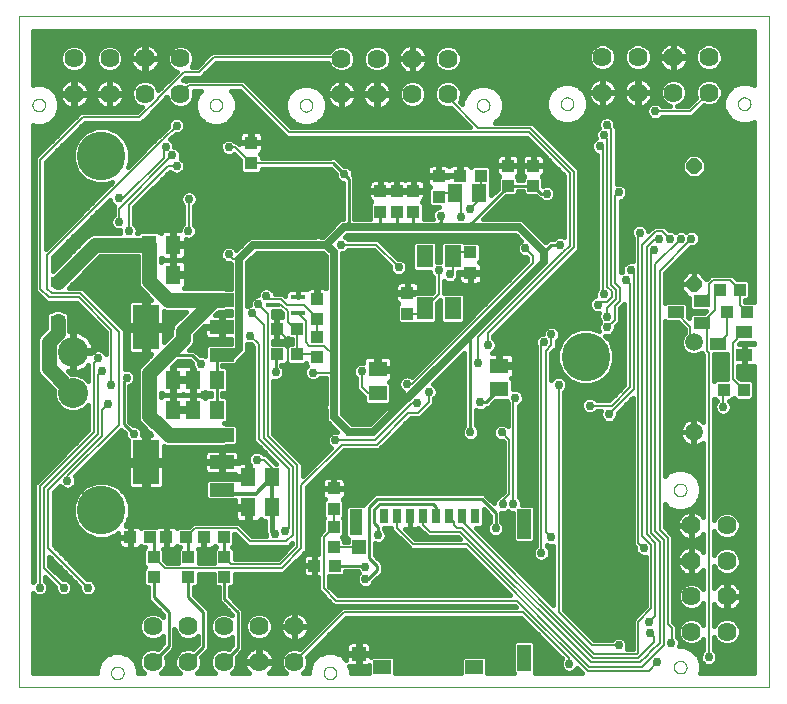
<source format=gbl>
G75*
%MOIN*%
%OFA0B0*%
%FSLAX25Y25*%
%IPPOS*%
%LPD*%
%AMOC8*
5,1,8,0,0,1.08239X$1,22.5*
%
%ADD10C,0.00000*%
%ADD11C,0.05906*%
%ADD12R,0.04134X0.04252*%
%ADD13R,0.04252X0.04134*%
%ADD14R,0.05118X0.06299*%
%ADD15R,0.03937X0.04331*%
%ADD16R,0.04803X0.03583*%
%ADD17R,0.04331X0.03937*%
%ADD18R,0.05512X0.03937*%
%ADD19C,0.10000*%
%ADD20OC8,0.05150*%
%ADD21R,0.03150X0.04882*%
%ADD22R,0.04528X0.09843*%
%ADD23R,0.04528X0.08661*%
%ADD24R,0.05906X0.04528*%
%ADD25R,0.04567X0.04724*%
%ADD26R,0.04567X0.04921*%
%ADD27R,0.04409X0.08661*%
%ADD28R,0.08000X0.04500*%
%ADD29R,0.08661X0.14567*%
%ADD30R,0.06299X0.05118*%
%ADD31R,0.05512X0.07480*%
%ADD32R,0.04600X0.01600*%
%ADD33C,0.06378*%
%ADD34C,0.01600*%
%ADD35C,0.02978*%
%ADD36C,0.00800*%
%ADD37C,0.01000*%
%ADD38C,0.02600*%
%ADD39C,0.05000*%
%ADD40C,0.01400*%
%ADD41C,0.16205*%
D10*
X0043720Y0026800D02*
X0043720Y0250501D01*
X0293641Y0250501D01*
X0293641Y0026800D01*
X0043720Y0026800D01*
X0074468Y0031564D02*
X0074470Y0031655D01*
X0074476Y0031746D01*
X0074486Y0031837D01*
X0074500Y0031927D01*
X0074517Y0032017D01*
X0074539Y0032105D01*
X0074564Y0032193D01*
X0074593Y0032280D01*
X0074626Y0032365D01*
X0074663Y0032448D01*
X0074703Y0032530D01*
X0074746Y0032610D01*
X0074793Y0032689D01*
X0074844Y0032765D01*
X0074897Y0032838D01*
X0074954Y0032910D01*
X0075014Y0032979D01*
X0075077Y0033045D01*
X0075142Y0033109D01*
X0075211Y0033169D01*
X0075281Y0033227D01*
X0075355Y0033281D01*
X0075430Y0033332D01*
X0075508Y0033380D01*
X0075588Y0033425D01*
X0075669Y0033466D01*
X0075752Y0033503D01*
X0075837Y0033537D01*
X0075923Y0033567D01*
X0076011Y0033593D01*
X0076099Y0033616D01*
X0076188Y0033634D01*
X0076278Y0033649D01*
X0076369Y0033660D01*
X0076460Y0033667D01*
X0076551Y0033670D01*
X0076642Y0033669D01*
X0076734Y0033664D01*
X0076824Y0033655D01*
X0076915Y0033642D01*
X0077004Y0033626D01*
X0077093Y0033605D01*
X0077181Y0033581D01*
X0077268Y0033552D01*
X0077354Y0033520D01*
X0077438Y0033485D01*
X0077520Y0033446D01*
X0077601Y0033403D01*
X0077679Y0033357D01*
X0077756Y0033307D01*
X0077830Y0033254D01*
X0077902Y0033198D01*
X0077972Y0033139D01*
X0078039Y0033077D01*
X0078103Y0033012D01*
X0078164Y0032945D01*
X0078223Y0032875D01*
X0078278Y0032802D01*
X0078330Y0032727D01*
X0078379Y0032650D01*
X0078424Y0032571D01*
X0078466Y0032489D01*
X0078504Y0032407D01*
X0078539Y0032322D01*
X0078570Y0032236D01*
X0078597Y0032149D01*
X0078620Y0032061D01*
X0078640Y0031972D01*
X0078656Y0031882D01*
X0078668Y0031792D01*
X0078676Y0031701D01*
X0078680Y0031610D01*
X0078680Y0031518D01*
X0078676Y0031427D01*
X0078668Y0031336D01*
X0078656Y0031246D01*
X0078640Y0031156D01*
X0078620Y0031067D01*
X0078597Y0030979D01*
X0078570Y0030892D01*
X0078539Y0030806D01*
X0078504Y0030721D01*
X0078466Y0030639D01*
X0078424Y0030557D01*
X0078379Y0030478D01*
X0078330Y0030401D01*
X0078278Y0030326D01*
X0078223Y0030253D01*
X0078164Y0030183D01*
X0078103Y0030116D01*
X0078039Y0030051D01*
X0077972Y0029989D01*
X0077902Y0029930D01*
X0077830Y0029874D01*
X0077756Y0029821D01*
X0077679Y0029771D01*
X0077601Y0029725D01*
X0077520Y0029682D01*
X0077438Y0029643D01*
X0077354Y0029608D01*
X0077268Y0029576D01*
X0077181Y0029547D01*
X0077093Y0029523D01*
X0077004Y0029502D01*
X0076915Y0029486D01*
X0076824Y0029473D01*
X0076734Y0029464D01*
X0076642Y0029459D01*
X0076551Y0029458D01*
X0076460Y0029461D01*
X0076369Y0029468D01*
X0076278Y0029479D01*
X0076188Y0029494D01*
X0076099Y0029512D01*
X0076011Y0029535D01*
X0075923Y0029561D01*
X0075837Y0029591D01*
X0075752Y0029625D01*
X0075669Y0029662D01*
X0075588Y0029703D01*
X0075508Y0029748D01*
X0075430Y0029796D01*
X0075355Y0029847D01*
X0075281Y0029901D01*
X0075211Y0029959D01*
X0075142Y0030019D01*
X0075077Y0030083D01*
X0075014Y0030149D01*
X0074954Y0030218D01*
X0074897Y0030290D01*
X0074844Y0030363D01*
X0074793Y0030439D01*
X0074746Y0030518D01*
X0074703Y0030598D01*
X0074663Y0030680D01*
X0074626Y0030763D01*
X0074593Y0030848D01*
X0074564Y0030935D01*
X0074539Y0031023D01*
X0074517Y0031111D01*
X0074500Y0031201D01*
X0074486Y0031291D01*
X0074476Y0031382D01*
X0074470Y0031473D01*
X0074468Y0031564D01*
X0145334Y0031564D02*
X0145336Y0031655D01*
X0145342Y0031746D01*
X0145352Y0031837D01*
X0145366Y0031927D01*
X0145383Y0032017D01*
X0145405Y0032105D01*
X0145430Y0032193D01*
X0145459Y0032280D01*
X0145492Y0032365D01*
X0145529Y0032448D01*
X0145569Y0032530D01*
X0145612Y0032610D01*
X0145659Y0032689D01*
X0145710Y0032765D01*
X0145763Y0032838D01*
X0145820Y0032910D01*
X0145880Y0032979D01*
X0145943Y0033045D01*
X0146008Y0033109D01*
X0146077Y0033169D01*
X0146147Y0033227D01*
X0146221Y0033281D01*
X0146296Y0033332D01*
X0146374Y0033380D01*
X0146454Y0033425D01*
X0146535Y0033466D01*
X0146618Y0033503D01*
X0146703Y0033537D01*
X0146789Y0033567D01*
X0146877Y0033593D01*
X0146965Y0033616D01*
X0147054Y0033634D01*
X0147144Y0033649D01*
X0147235Y0033660D01*
X0147326Y0033667D01*
X0147417Y0033670D01*
X0147508Y0033669D01*
X0147600Y0033664D01*
X0147690Y0033655D01*
X0147781Y0033642D01*
X0147870Y0033626D01*
X0147959Y0033605D01*
X0148047Y0033581D01*
X0148134Y0033552D01*
X0148220Y0033520D01*
X0148304Y0033485D01*
X0148386Y0033446D01*
X0148467Y0033403D01*
X0148545Y0033357D01*
X0148622Y0033307D01*
X0148696Y0033254D01*
X0148768Y0033198D01*
X0148838Y0033139D01*
X0148905Y0033077D01*
X0148969Y0033012D01*
X0149030Y0032945D01*
X0149089Y0032875D01*
X0149144Y0032802D01*
X0149196Y0032727D01*
X0149245Y0032650D01*
X0149290Y0032571D01*
X0149332Y0032489D01*
X0149370Y0032407D01*
X0149405Y0032322D01*
X0149436Y0032236D01*
X0149463Y0032149D01*
X0149486Y0032061D01*
X0149506Y0031972D01*
X0149522Y0031882D01*
X0149534Y0031792D01*
X0149542Y0031701D01*
X0149546Y0031610D01*
X0149546Y0031518D01*
X0149542Y0031427D01*
X0149534Y0031336D01*
X0149522Y0031246D01*
X0149506Y0031156D01*
X0149486Y0031067D01*
X0149463Y0030979D01*
X0149436Y0030892D01*
X0149405Y0030806D01*
X0149370Y0030721D01*
X0149332Y0030639D01*
X0149290Y0030557D01*
X0149245Y0030478D01*
X0149196Y0030401D01*
X0149144Y0030326D01*
X0149089Y0030253D01*
X0149030Y0030183D01*
X0148969Y0030116D01*
X0148905Y0030051D01*
X0148838Y0029989D01*
X0148768Y0029930D01*
X0148696Y0029874D01*
X0148622Y0029821D01*
X0148545Y0029771D01*
X0148467Y0029725D01*
X0148386Y0029682D01*
X0148304Y0029643D01*
X0148220Y0029608D01*
X0148134Y0029576D01*
X0148047Y0029547D01*
X0147959Y0029523D01*
X0147870Y0029502D01*
X0147781Y0029486D01*
X0147690Y0029473D01*
X0147600Y0029464D01*
X0147508Y0029459D01*
X0147417Y0029458D01*
X0147326Y0029461D01*
X0147235Y0029468D01*
X0147144Y0029479D01*
X0147054Y0029494D01*
X0146965Y0029512D01*
X0146877Y0029535D01*
X0146789Y0029561D01*
X0146703Y0029591D01*
X0146618Y0029625D01*
X0146535Y0029662D01*
X0146454Y0029703D01*
X0146374Y0029748D01*
X0146296Y0029796D01*
X0146221Y0029847D01*
X0146147Y0029901D01*
X0146077Y0029959D01*
X0146008Y0030019D01*
X0145943Y0030083D01*
X0145880Y0030149D01*
X0145820Y0030218D01*
X0145763Y0030290D01*
X0145710Y0030363D01*
X0145659Y0030439D01*
X0145612Y0030518D01*
X0145569Y0030598D01*
X0145529Y0030680D01*
X0145492Y0030763D01*
X0145459Y0030848D01*
X0145430Y0030935D01*
X0145405Y0031023D01*
X0145383Y0031111D01*
X0145366Y0031201D01*
X0145352Y0031291D01*
X0145342Y0031382D01*
X0145336Y0031473D01*
X0145334Y0031564D01*
X0262102Y0033489D02*
X0262104Y0033580D01*
X0262110Y0033671D01*
X0262120Y0033762D01*
X0262134Y0033852D01*
X0262151Y0033942D01*
X0262173Y0034030D01*
X0262198Y0034118D01*
X0262227Y0034205D01*
X0262260Y0034290D01*
X0262297Y0034373D01*
X0262337Y0034455D01*
X0262380Y0034535D01*
X0262427Y0034614D01*
X0262478Y0034690D01*
X0262531Y0034763D01*
X0262588Y0034835D01*
X0262648Y0034904D01*
X0262711Y0034970D01*
X0262776Y0035034D01*
X0262845Y0035094D01*
X0262915Y0035152D01*
X0262989Y0035206D01*
X0263064Y0035257D01*
X0263142Y0035305D01*
X0263222Y0035350D01*
X0263303Y0035391D01*
X0263386Y0035428D01*
X0263471Y0035462D01*
X0263557Y0035492D01*
X0263645Y0035518D01*
X0263733Y0035541D01*
X0263822Y0035559D01*
X0263912Y0035574D01*
X0264003Y0035585D01*
X0264094Y0035592D01*
X0264185Y0035595D01*
X0264276Y0035594D01*
X0264368Y0035589D01*
X0264458Y0035580D01*
X0264549Y0035567D01*
X0264638Y0035551D01*
X0264727Y0035530D01*
X0264815Y0035506D01*
X0264902Y0035477D01*
X0264988Y0035445D01*
X0265072Y0035410D01*
X0265154Y0035371D01*
X0265235Y0035328D01*
X0265313Y0035282D01*
X0265390Y0035232D01*
X0265464Y0035179D01*
X0265536Y0035123D01*
X0265606Y0035064D01*
X0265673Y0035002D01*
X0265737Y0034937D01*
X0265798Y0034870D01*
X0265857Y0034800D01*
X0265912Y0034727D01*
X0265964Y0034652D01*
X0266013Y0034575D01*
X0266058Y0034496D01*
X0266100Y0034414D01*
X0266138Y0034332D01*
X0266173Y0034247D01*
X0266204Y0034161D01*
X0266231Y0034074D01*
X0266254Y0033986D01*
X0266274Y0033897D01*
X0266290Y0033807D01*
X0266302Y0033717D01*
X0266310Y0033626D01*
X0266314Y0033535D01*
X0266314Y0033443D01*
X0266310Y0033352D01*
X0266302Y0033261D01*
X0266290Y0033171D01*
X0266274Y0033081D01*
X0266254Y0032992D01*
X0266231Y0032904D01*
X0266204Y0032817D01*
X0266173Y0032731D01*
X0266138Y0032646D01*
X0266100Y0032564D01*
X0266058Y0032482D01*
X0266013Y0032403D01*
X0265964Y0032326D01*
X0265912Y0032251D01*
X0265857Y0032178D01*
X0265798Y0032108D01*
X0265737Y0032041D01*
X0265673Y0031976D01*
X0265606Y0031914D01*
X0265536Y0031855D01*
X0265464Y0031799D01*
X0265390Y0031746D01*
X0265313Y0031696D01*
X0265235Y0031650D01*
X0265154Y0031607D01*
X0265072Y0031568D01*
X0264988Y0031533D01*
X0264902Y0031501D01*
X0264815Y0031472D01*
X0264727Y0031448D01*
X0264638Y0031427D01*
X0264549Y0031411D01*
X0264458Y0031398D01*
X0264368Y0031389D01*
X0264276Y0031384D01*
X0264185Y0031383D01*
X0264094Y0031386D01*
X0264003Y0031393D01*
X0263912Y0031404D01*
X0263822Y0031419D01*
X0263733Y0031437D01*
X0263645Y0031460D01*
X0263557Y0031486D01*
X0263471Y0031516D01*
X0263386Y0031550D01*
X0263303Y0031587D01*
X0263222Y0031628D01*
X0263142Y0031673D01*
X0263064Y0031721D01*
X0262989Y0031772D01*
X0262915Y0031826D01*
X0262845Y0031884D01*
X0262776Y0031944D01*
X0262711Y0032008D01*
X0262648Y0032074D01*
X0262588Y0032143D01*
X0262531Y0032215D01*
X0262478Y0032288D01*
X0262427Y0032364D01*
X0262380Y0032443D01*
X0262337Y0032523D01*
X0262297Y0032605D01*
X0262260Y0032688D01*
X0262227Y0032773D01*
X0262198Y0032860D01*
X0262173Y0032948D01*
X0262151Y0033036D01*
X0262134Y0033126D01*
X0262120Y0033216D01*
X0262110Y0033307D01*
X0262104Y0033398D01*
X0262102Y0033489D01*
X0262102Y0092544D02*
X0262104Y0092635D01*
X0262110Y0092726D01*
X0262120Y0092817D01*
X0262134Y0092907D01*
X0262151Y0092997D01*
X0262173Y0093085D01*
X0262198Y0093173D01*
X0262227Y0093260D01*
X0262260Y0093345D01*
X0262297Y0093428D01*
X0262337Y0093510D01*
X0262380Y0093590D01*
X0262427Y0093669D01*
X0262478Y0093745D01*
X0262531Y0093818D01*
X0262588Y0093890D01*
X0262648Y0093959D01*
X0262711Y0094025D01*
X0262776Y0094089D01*
X0262845Y0094149D01*
X0262915Y0094207D01*
X0262989Y0094261D01*
X0263064Y0094312D01*
X0263142Y0094360D01*
X0263222Y0094405D01*
X0263303Y0094446D01*
X0263386Y0094483D01*
X0263471Y0094517D01*
X0263557Y0094547D01*
X0263645Y0094573D01*
X0263733Y0094596D01*
X0263822Y0094614D01*
X0263912Y0094629D01*
X0264003Y0094640D01*
X0264094Y0094647D01*
X0264185Y0094650D01*
X0264276Y0094649D01*
X0264368Y0094644D01*
X0264458Y0094635D01*
X0264549Y0094622D01*
X0264638Y0094606D01*
X0264727Y0094585D01*
X0264815Y0094561D01*
X0264902Y0094532D01*
X0264988Y0094500D01*
X0265072Y0094465D01*
X0265154Y0094426D01*
X0265235Y0094383D01*
X0265313Y0094337D01*
X0265390Y0094287D01*
X0265464Y0094234D01*
X0265536Y0094178D01*
X0265606Y0094119D01*
X0265673Y0094057D01*
X0265737Y0093992D01*
X0265798Y0093925D01*
X0265857Y0093855D01*
X0265912Y0093782D01*
X0265964Y0093707D01*
X0266013Y0093630D01*
X0266058Y0093551D01*
X0266100Y0093469D01*
X0266138Y0093387D01*
X0266173Y0093302D01*
X0266204Y0093216D01*
X0266231Y0093129D01*
X0266254Y0093041D01*
X0266274Y0092952D01*
X0266290Y0092862D01*
X0266302Y0092772D01*
X0266310Y0092681D01*
X0266314Y0092590D01*
X0266314Y0092498D01*
X0266310Y0092407D01*
X0266302Y0092316D01*
X0266290Y0092226D01*
X0266274Y0092136D01*
X0266254Y0092047D01*
X0266231Y0091959D01*
X0266204Y0091872D01*
X0266173Y0091786D01*
X0266138Y0091701D01*
X0266100Y0091619D01*
X0266058Y0091537D01*
X0266013Y0091458D01*
X0265964Y0091381D01*
X0265912Y0091306D01*
X0265857Y0091233D01*
X0265798Y0091163D01*
X0265737Y0091096D01*
X0265673Y0091031D01*
X0265606Y0090969D01*
X0265536Y0090910D01*
X0265464Y0090854D01*
X0265390Y0090801D01*
X0265313Y0090751D01*
X0265235Y0090705D01*
X0265154Y0090662D01*
X0265072Y0090623D01*
X0264988Y0090588D01*
X0264902Y0090556D01*
X0264815Y0090527D01*
X0264727Y0090503D01*
X0264638Y0090482D01*
X0264549Y0090466D01*
X0264458Y0090453D01*
X0264368Y0090444D01*
X0264276Y0090439D01*
X0264185Y0090438D01*
X0264094Y0090441D01*
X0264003Y0090448D01*
X0263912Y0090459D01*
X0263822Y0090474D01*
X0263733Y0090492D01*
X0263645Y0090515D01*
X0263557Y0090541D01*
X0263471Y0090571D01*
X0263386Y0090605D01*
X0263303Y0090642D01*
X0263222Y0090683D01*
X0263142Y0090728D01*
X0263064Y0090776D01*
X0262989Y0090827D01*
X0262915Y0090881D01*
X0262845Y0090939D01*
X0262776Y0090999D01*
X0262711Y0091063D01*
X0262648Y0091129D01*
X0262588Y0091198D01*
X0262531Y0091270D01*
X0262478Y0091343D01*
X0262427Y0091419D01*
X0262380Y0091498D01*
X0262337Y0091578D01*
X0262297Y0091660D01*
X0262260Y0091743D01*
X0262227Y0091828D01*
X0262198Y0091915D01*
X0262173Y0092003D01*
X0262151Y0092091D01*
X0262134Y0092181D01*
X0262120Y0092271D01*
X0262110Y0092362D01*
X0262104Y0092453D01*
X0262102Y0092544D01*
X0196425Y0220788D02*
X0196427Y0220879D01*
X0196433Y0220970D01*
X0196443Y0221061D01*
X0196457Y0221151D01*
X0196474Y0221241D01*
X0196496Y0221329D01*
X0196521Y0221417D01*
X0196550Y0221504D01*
X0196583Y0221589D01*
X0196620Y0221672D01*
X0196660Y0221754D01*
X0196703Y0221834D01*
X0196750Y0221913D01*
X0196801Y0221989D01*
X0196854Y0222062D01*
X0196911Y0222134D01*
X0196971Y0222203D01*
X0197034Y0222269D01*
X0197099Y0222333D01*
X0197168Y0222393D01*
X0197238Y0222451D01*
X0197312Y0222505D01*
X0197387Y0222556D01*
X0197465Y0222604D01*
X0197545Y0222649D01*
X0197626Y0222690D01*
X0197709Y0222727D01*
X0197794Y0222761D01*
X0197880Y0222791D01*
X0197968Y0222817D01*
X0198056Y0222840D01*
X0198145Y0222858D01*
X0198235Y0222873D01*
X0198326Y0222884D01*
X0198417Y0222891D01*
X0198508Y0222894D01*
X0198599Y0222893D01*
X0198691Y0222888D01*
X0198781Y0222879D01*
X0198872Y0222866D01*
X0198961Y0222850D01*
X0199050Y0222829D01*
X0199138Y0222805D01*
X0199225Y0222776D01*
X0199311Y0222744D01*
X0199395Y0222709D01*
X0199477Y0222670D01*
X0199558Y0222627D01*
X0199636Y0222581D01*
X0199713Y0222531D01*
X0199787Y0222478D01*
X0199859Y0222422D01*
X0199929Y0222363D01*
X0199996Y0222301D01*
X0200060Y0222236D01*
X0200121Y0222169D01*
X0200180Y0222099D01*
X0200235Y0222026D01*
X0200287Y0221951D01*
X0200336Y0221874D01*
X0200381Y0221795D01*
X0200423Y0221713D01*
X0200461Y0221631D01*
X0200496Y0221546D01*
X0200527Y0221460D01*
X0200554Y0221373D01*
X0200577Y0221285D01*
X0200597Y0221196D01*
X0200613Y0221106D01*
X0200625Y0221016D01*
X0200633Y0220925D01*
X0200637Y0220834D01*
X0200637Y0220742D01*
X0200633Y0220651D01*
X0200625Y0220560D01*
X0200613Y0220470D01*
X0200597Y0220380D01*
X0200577Y0220291D01*
X0200554Y0220203D01*
X0200527Y0220116D01*
X0200496Y0220030D01*
X0200461Y0219945D01*
X0200423Y0219863D01*
X0200381Y0219781D01*
X0200336Y0219702D01*
X0200287Y0219625D01*
X0200235Y0219550D01*
X0200180Y0219477D01*
X0200121Y0219407D01*
X0200060Y0219340D01*
X0199996Y0219275D01*
X0199929Y0219213D01*
X0199859Y0219154D01*
X0199787Y0219098D01*
X0199713Y0219045D01*
X0199636Y0218995D01*
X0199558Y0218949D01*
X0199477Y0218906D01*
X0199395Y0218867D01*
X0199311Y0218832D01*
X0199225Y0218800D01*
X0199138Y0218771D01*
X0199050Y0218747D01*
X0198961Y0218726D01*
X0198872Y0218710D01*
X0198781Y0218697D01*
X0198691Y0218688D01*
X0198599Y0218683D01*
X0198508Y0218682D01*
X0198417Y0218685D01*
X0198326Y0218692D01*
X0198235Y0218703D01*
X0198145Y0218718D01*
X0198056Y0218736D01*
X0197968Y0218759D01*
X0197880Y0218785D01*
X0197794Y0218815D01*
X0197709Y0218849D01*
X0197626Y0218886D01*
X0197545Y0218927D01*
X0197465Y0218972D01*
X0197387Y0219020D01*
X0197312Y0219071D01*
X0197238Y0219125D01*
X0197168Y0219183D01*
X0197099Y0219243D01*
X0197034Y0219307D01*
X0196971Y0219373D01*
X0196911Y0219442D01*
X0196854Y0219514D01*
X0196801Y0219587D01*
X0196750Y0219663D01*
X0196703Y0219742D01*
X0196660Y0219822D01*
X0196620Y0219904D01*
X0196583Y0219987D01*
X0196550Y0220072D01*
X0196521Y0220159D01*
X0196496Y0220247D01*
X0196474Y0220335D01*
X0196457Y0220425D01*
X0196443Y0220515D01*
X0196433Y0220606D01*
X0196427Y0220697D01*
X0196425Y0220788D01*
X0224369Y0221288D02*
X0224371Y0221379D01*
X0224377Y0221470D01*
X0224387Y0221561D01*
X0224401Y0221651D01*
X0224418Y0221741D01*
X0224440Y0221829D01*
X0224465Y0221917D01*
X0224494Y0222004D01*
X0224527Y0222089D01*
X0224564Y0222172D01*
X0224604Y0222254D01*
X0224647Y0222334D01*
X0224694Y0222413D01*
X0224745Y0222489D01*
X0224798Y0222562D01*
X0224855Y0222634D01*
X0224915Y0222703D01*
X0224978Y0222769D01*
X0225043Y0222833D01*
X0225112Y0222893D01*
X0225182Y0222951D01*
X0225256Y0223005D01*
X0225331Y0223056D01*
X0225409Y0223104D01*
X0225489Y0223149D01*
X0225570Y0223190D01*
X0225653Y0223227D01*
X0225738Y0223261D01*
X0225824Y0223291D01*
X0225912Y0223317D01*
X0226000Y0223340D01*
X0226089Y0223358D01*
X0226179Y0223373D01*
X0226270Y0223384D01*
X0226361Y0223391D01*
X0226452Y0223394D01*
X0226543Y0223393D01*
X0226635Y0223388D01*
X0226725Y0223379D01*
X0226816Y0223366D01*
X0226905Y0223350D01*
X0226994Y0223329D01*
X0227082Y0223305D01*
X0227169Y0223276D01*
X0227255Y0223244D01*
X0227339Y0223209D01*
X0227421Y0223170D01*
X0227502Y0223127D01*
X0227580Y0223081D01*
X0227657Y0223031D01*
X0227731Y0222978D01*
X0227803Y0222922D01*
X0227873Y0222863D01*
X0227940Y0222801D01*
X0228004Y0222736D01*
X0228065Y0222669D01*
X0228124Y0222599D01*
X0228179Y0222526D01*
X0228231Y0222451D01*
X0228280Y0222374D01*
X0228325Y0222295D01*
X0228367Y0222213D01*
X0228405Y0222131D01*
X0228440Y0222046D01*
X0228471Y0221960D01*
X0228498Y0221873D01*
X0228521Y0221785D01*
X0228541Y0221696D01*
X0228557Y0221606D01*
X0228569Y0221516D01*
X0228577Y0221425D01*
X0228581Y0221334D01*
X0228581Y0221242D01*
X0228577Y0221151D01*
X0228569Y0221060D01*
X0228557Y0220970D01*
X0228541Y0220880D01*
X0228521Y0220791D01*
X0228498Y0220703D01*
X0228471Y0220616D01*
X0228440Y0220530D01*
X0228405Y0220445D01*
X0228367Y0220363D01*
X0228325Y0220281D01*
X0228280Y0220202D01*
X0228231Y0220125D01*
X0228179Y0220050D01*
X0228124Y0219977D01*
X0228065Y0219907D01*
X0228004Y0219840D01*
X0227940Y0219775D01*
X0227873Y0219713D01*
X0227803Y0219654D01*
X0227731Y0219598D01*
X0227657Y0219545D01*
X0227580Y0219495D01*
X0227502Y0219449D01*
X0227421Y0219406D01*
X0227339Y0219367D01*
X0227255Y0219332D01*
X0227169Y0219300D01*
X0227082Y0219271D01*
X0226994Y0219247D01*
X0226905Y0219226D01*
X0226816Y0219210D01*
X0226725Y0219197D01*
X0226635Y0219188D01*
X0226543Y0219183D01*
X0226452Y0219182D01*
X0226361Y0219185D01*
X0226270Y0219192D01*
X0226179Y0219203D01*
X0226089Y0219218D01*
X0226000Y0219236D01*
X0225912Y0219259D01*
X0225824Y0219285D01*
X0225738Y0219315D01*
X0225653Y0219349D01*
X0225570Y0219386D01*
X0225489Y0219427D01*
X0225409Y0219472D01*
X0225331Y0219520D01*
X0225256Y0219571D01*
X0225182Y0219625D01*
X0225112Y0219683D01*
X0225043Y0219743D01*
X0224978Y0219807D01*
X0224915Y0219873D01*
X0224855Y0219942D01*
X0224798Y0220014D01*
X0224745Y0220087D01*
X0224694Y0220163D01*
X0224647Y0220242D01*
X0224604Y0220322D01*
X0224564Y0220404D01*
X0224527Y0220487D01*
X0224494Y0220572D01*
X0224465Y0220659D01*
X0224440Y0220747D01*
X0224418Y0220835D01*
X0224401Y0220925D01*
X0224387Y0221015D01*
X0224377Y0221106D01*
X0224371Y0221197D01*
X0224369Y0221288D01*
X0283425Y0221288D02*
X0283427Y0221379D01*
X0283433Y0221470D01*
X0283443Y0221561D01*
X0283457Y0221651D01*
X0283474Y0221741D01*
X0283496Y0221829D01*
X0283521Y0221917D01*
X0283550Y0222004D01*
X0283583Y0222089D01*
X0283620Y0222172D01*
X0283660Y0222254D01*
X0283703Y0222334D01*
X0283750Y0222413D01*
X0283801Y0222489D01*
X0283854Y0222562D01*
X0283911Y0222634D01*
X0283971Y0222703D01*
X0284034Y0222769D01*
X0284099Y0222833D01*
X0284168Y0222893D01*
X0284238Y0222951D01*
X0284312Y0223005D01*
X0284387Y0223056D01*
X0284465Y0223104D01*
X0284545Y0223149D01*
X0284626Y0223190D01*
X0284709Y0223227D01*
X0284794Y0223261D01*
X0284880Y0223291D01*
X0284968Y0223317D01*
X0285056Y0223340D01*
X0285145Y0223358D01*
X0285235Y0223373D01*
X0285326Y0223384D01*
X0285417Y0223391D01*
X0285508Y0223394D01*
X0285599Y0223393D01*
X0285691Y0223388D01*
X0285781Y0223379D01*
X0285872Y0223366D01*
X0285961Y0223350D01*
X0286050Y0223329D01*
X0286138Y0223305D01*
X0286225Y0223276D01*
X0286311Y0223244D01*
X0286395Y0223209D01*
X0286477Y0223170D01*
X0286558Y0223127D01*
X0286636Y0223081D01*
X0286713Y0223031D01*
X0286787Y0222978D01*
X0286859Y0222922D01*
X0286929Y0222863D01*
X0286996Y0222801D01*
X0287060Y0222736D01*
X0287121Y0222669D01*
X0287180Y0222599D01*
X0287235Y0222526D01*
X0287287Y0222451D01*
X0287336Y0222374D01*
X0287381Y0222295D01*
X0287423Y0222213D01*
X0287461Y0222131D01*
X0287496Y0222046D01*
X0287527Y0221960D01*
X0287554Y0221873D01*
X0287577Y0221785D01*
X0287597Y0221696D01*
X0287613Y0221606D01*
X0287625Y0221516D01*
X0287633Y0221425D01*
X0287637Y0221334D01*
X0287637Y0221242D01*
X0287633Y0221151D01*
X0287625Y0221060D01*
X0287613Y0220970D01*
X0287597Y0220880D01*
X0287577Y0220791D01*
X0287554Y0220703D01*
X0287527Y0220616D01*
X0287496Y0220530D01*
X0287461Y0220445D01*
X0287423Y0220363D01*
X0287381Y0220281D01*
X0287336Y0220202D01*
X0287287Y0220125D01*
X0287235Y0220050D01*
X0287180Y0219977D01*
X0287121Y0219907D01*
X0287060Y0219840D01*
X0286996Y0219775D01*
X0286929Y0219713D01*
X0286859Y0219654D01*
X0286787Y0219598D01*
X0286713Y0219545D01*
X0286636Y0219495D01*
X0286558Y0219449D01*
X0286477Y0219406D01*
X0286395Y0219367D01*
X0286311Y0219332D01*
X0286225Y0219300D01*
X0286138Y0219271D01*
X0286050Y0219247D01*
X0285961Y0219226D01*
X0285872Y0219210D01*
X0285781Y0219197D01*
X0285691Y0219188D01*
X0285599Y0219183D01*
X0285508Y0219182D01*
X0285417Y0219185D01*
X0285326Y0219192D01*
X0285235Y0219203D01*
X0285145Y0219218D01*
X0285056Y0219236D01*
X0284968Y0219259D01*
X0284880Y0219285D01*
X0284794Y0219315D01*
X0284709Y0219349D01*
X0284626Y0219386D01*
X0284545Y0219427D01*
X0284465Y0219472D01*
X0284387Y0219520D01*
X0284312Y0219571D01*
X0284238Y0219625D01*
X0284168Y0219683D01*
X0284099Y0219743D01*
X0284034Y0219807D01*
X0283971Y0219873D01*
X0283911Y0219942D01*
X0283854Y0220014D01*
X0283801Y0220087D01*
X0283750Y0220163D01*
X0283703Y0220242D01*
X0283660Y0220322D01*
X0283620Y0220404D01*
X0283583Y0220487D01*
X0283550Y0220572D01*
X0283521Y0220659D01*
X0283496Y0220747D01*
X0283474Y0220835D01*
X0283457Y0220925D01*
X0283443Y0221015D01*
X0283433Y0221106D01*
X0283427Y0221197D01*
X0283425Y0221288D01*
X0137369Y0220788D02*
X0137371Y0220879D01*
X0137377Y0220970D01*
X0137387Y0221061D01*
X0137401Y0221151D01*
X0137418Y0221241D01*
X0137440Y0221329D01*
X0137465Y0221417D01*
X0137494Y0221504D01*
X0137527Y0221589D01*
X0137564Y0221672D01*
X0137604Y0221754D01*
X0137647Y0221834D01*
X0137694Y0221913D01*
X0137745Y0221989D01*
X0137798Y0222062D01*
X0137855Y0222134D01*
X0137915Y0222203D01*
X0137978Y0222269D01*
X0138043Y0222333D01*
X0138112Y0222393D01*
X0138182Y0222451D01*
X0138256Y0222505D01*
X0138331Y0222556D01*
X0138409Y0222604D01*
X0138489Y0222649D01*
X0138570Y0222690D01*
X0138653Y0222727D01*
X0138738Y0222761D01*
X0138824Y0222791D01*
X0138912Y0222817D01*
X0139000Y0222840D01*
X0139089Y0222858D01*
X0139179Y0222873D01*
X0139270Y0222884D01*
X0139361Y0222891D01*
X0139452Y0222894D01*
X0139543Y0222893D01*
X0139635Y0222888D01*
X0139725Y0222879D01*
X0139816Y0222866D01*
X0139905Y0222850D01*
X0139994Y0222829D01*
X0140082Y0222805D01*
X0140169Y0222776D01*
X0140255Y0222744D01*
X0140339Y0222709D01*
X0140421Y0222670D01*
X0140502Y0222627D01*
X0140580Y0222581D01*
X0140657Y0222531D01*
X0140731Y0222478D01*
X0140803Y0222422D01*
X0140873Y0222363D01*
X0140940Y0222301D01*
X0141004Y0222236D01*
X0141065Y0222169D01*
X0141124Y0222099D01*
X0141179Y0222026D01*
X0141231Y0221951D01*
X0141280Y0221874D01*
X0141325Y0221795D01*
X0141367Y0221713D01*
X0141405Y0221631D01*
X0141440Y0221546D01*
X0141471Y0221460D01*
X0141498Y0221373D01*
X0141521Y0221285D01*
X0141541Y0221196D01*
X0141557Y0221106D01*
X0141569Y0221016D01*
X0141577Y0220925D01*
X0141581Y0220834D01*
X0141581Y0220742D01*
X0141577Y0220651D01*
X0141569Y0220560D01*
X0141557Y0220470D01*
X0141541Y0220380D01*
X0141521Y0220291D01*
X0141498Y0220203D01*
X0141471Y0220116D01*
X0141440Y0220030D01*
X0141405Y0219945D01*
X0141367Y0219863D01*
X0141325Y0219781D01*
X0141280Y0219702D01*
X0141231Y0219625D01*
X0141179Y0219550D01*
X0141124Y0219477D01*
X0141065Y0219407D01*
X0141004Y0219340D01*
X0140940Y0219275D01*
X0140873Y0219213D01*
X0140803Y0219154D01*
X0140731Y0219098D01*
X0140657Y0219045D01*
X0140580Y0218995D01*
X0140502Y0218949D01*
X0140421Y0218906D01*
X0140339Y0218867D01*
X0140255Y0218832D01*
X0140169Y0218800D01*
X0140082Y0218771D01*
X0139994Y0218747D01*
X0139905Y0218726D01*
X0139816Y0218710D01*
X0139725Y0218697D01*
X0139635Y0218688D01*
X0139543Y0218683D01*
X0139452Y0218682D01*
X0139361Y0218685D01*
X0139270Y0218692D01*
X0139179Y0218703D01*
X0139089Y0218718D01*
X0139000Y0218736D01*
X0138912Y0218759D01*
X0138824Y0218785D01*
X0138738Y0218815D01*
X0138653Y0218849D01*
X0138570Y0218886D01*
X0138489Y0218927D01*
X0138409Y0218972D01*
X0138331Y0219020D01*
X0138256Y0219071D01*
X0138182Y0219125D01*
X0138112Y0219183D01*
X0138043Y0219243D01*
X0137978Y0219307D01*
X0137915Y0219373D01*
X0137855Y0219442D01*
X0137798Y0219514D01*
X0137745Y0219587D01*
X0137694Y0219663D01*
X0137647Y0219742D01*
X0137604Y0219822D01*
X0137564Y0219904D01*
X0137527Y0219987D01*
X0137494Y0220072D01*
X0137465Y0220159D01*
X0137440Y0220247D01*
X0137418Y0220335D01*
X0137401Y0220425D01*
X0137387Y0220515D01*
X0137377Y0220606D01*
X0137371Y0220697D01*
X0137369Y0220788D01*
X0107325Y0220888D02*
X0107327Y0220979D01*
X0107333Y0221070D01*
X0107343Y0221161D01*
X0107357Y0221251D01*
X0107374Y0221341D01*
X0107396Y0221429D01*
X0107421Y0221517D01*
X0107450Y0221604D01*
X0107483Y0221689D01*
X0107520Y0221772D01*
X0107560Y0221854D01*
X0107603Y0221934D01*
X0107650Y0222013D01*
X0107701Y0222089D01*
X0107754Y0222162D01*
X0107811Y0222234D01*
X0107871Y0222303D01*
X0107934Y0222369D01*
X0107999Y0222433D01*
X0108068Y0222493D01*
X0108138Y0222551D01*
X0108212Y0222605D01*
X0108287Y0222656D01*
X0108365Y0222704D01*
X0108445Y0222749D01*
X0108526Y0222790D01*
X0108609Y0222827D01*
X0108694Y0222861D01*
X0108780Y0222891D01*
X0108868Y0222917D01*
X0108956Y0222940D01*
X0109045Y0222958D01*
X0109135Y0222973D01*
X0109226Y0222984D01*
X0109317Y0222991D01*
X0109408Y0222994D01*
X0109499Y0222993D01*
X0109591Y0222988D01*
X0109681Y0222979D01*
X0109772Y0222966D01*
X0109861Y0222950D01*
X0109950Y0222929D01*
X0110038Y0222905D01*
X0110125Y0222876D01*
X0110211Y0222844D01*
X0110295Y0222809D01*
X0110377Y0222770D01*
X0110458Y0222727D01*
X0110536Y0222681D01*
X0110613Y0222631D01*
X0110687Y0222578D01*
X0110759Y0222522D01*
X0110829Y0222463D01*
X0110896Y0222401D01*
X0110960Y0222336D01*
X0111021Y0222269D01*
X0111080Y0222199D01*
X0111135Y0222126D01*
X0111187Y0222051D01*
X0111236Y0221974D01*
X0111281Y0221895D01*
X0111323Y0221813D01*
X0111361Y0221731D01*
X0111396Y0221646D01*
X0111427Y0221560D01*
X0111454Y0221473D01*
X0111477Y0221385D01*
X0111497Y0221296D01*
X0111513Y0221206D01*
X0111525Y0221116D01*
X0111533Y0221025D01*
X0111537Y0220934D01*
X0111537Y0220842D01*
X0111533Y0220751D01*
X0111525Y0220660D01*
X0111513Y0220570D01*
X0111497Y0220480D01*
X0111477Y0220391D01*
X0111454Y0220303D01*
X0111427Y0220216D01*
X0111396Y0220130D01*
X0111361Y0220045D01*
X0111323Y0219963D01*
X0111281Y0219881D01*
X0111236Y0219802D01*
X0111187Y0219725D01*
X0111135Y0219650D01*
X0111080Y0219577D01*
X0111021Y0219507D01*
X0110960Y0219440D01*
X0110896Y0219375D01*
X0110829Y0219313D01*
X0110759Y0219254D01*
X0110687Y0219198D01*
X0110613Y0219145D01*
X0110536Y0219095D01*
X0110458Y0219049D01*
X0110377Y0219006D01*
X0110295Y0218967D01*
X0110211Y0218932D01*
X0110125Y0218900D01*
X0110038Y0218871D01*
X0109950Y0218847D01*
X0109861Y0218826D01*
X0109772Y0218810D01*
X0109681Y0218797D01*
X0109591Y0218788D01*
X0109499Y0218783D01*
X0109408Y0218782D01*
X0109317Y0218785D01*
X0109226Y0218792D01*
X0109135Y0218803D01*
X0109045Y0218818D01*
X0108956Y0218836D01*
X0108868Y0218859D01*
X0108780Y0218885D01*
X0108694Y0218915D01*
X0108609Y0218949D01*
X0108526Y0218986D01*
X0108445Y0219027D01*
X0108365Y0219072D01*
X0108287Y0219120D01*
X0108212Y0219171D01*
X0108138Y0219225D01*
X0108068Y0219283D01*
X0107999Y0219343D01*
X0107934Y0219407D01*
X0107871Y0219473D01*
X0107811Y0219542D01*
X0107754Y0219614D01*
X0107701Y0219687D01*
X0107650Y0219763D01*
X0107603Y0219842D01*
X0107560Y0219922D01*
X0107520Y0220004D01*
X0107483Y0220087D01*
X0107450Y0220172D01*
X0107421Y0220259D01*
X0107396Y0220347D01*
X0107374Y0220435D01*
X0107357Y0220525D01*
X0107343Y0220615D01*
X0107333Y0220706D01*
X0107327Y0220797D01*
X0107325Y0220888D01*
X0048269Y0220888D02*
X0048271Y0220979D01*
X0048277Y0221070D01*
X0048287Y0221161D01*
X0048301Y0221251D01*
X0048318Y0221341D01*
X0048340Y0221429D01*
X0048365Y0221517D01*
X0048394Y0221604D01*
X0048427Y0221689D01*
X0048464Y0221772D01*
X0048504Y0221854D01*
X0048547Y0221934D01*
X0048594Y0222013D01*
X0048645Y0222089D01*
X0048698Y0222162D01*
X0048755Y0222234D01*
X0048815Y0222303D01*
X0048878Y0222369D01*
X0048943Y0222433D01*
X0049012Y0222493D01*
X0049082Y0222551D01*
X0049156Y0222605D01*
X0049231Y0222656D01*
X0049309Y0222704D01*
X0049389Y0222749D01*
X0049470Y0222790D01*
X0049553Y0222827D01*
X0049638Y0222861D01*
X0049724Y0222891D01*
X0049812Y0222917D01*
X0049900Y0222940D01*
X0049989Y0222958D01*
X0050079Y0222973D01*
X0050170Y0222984D01*
X0050261Y0222991D01*
X0050352Y0222994D01*
X0050443Y0222993D01*
X0050535Y0222988D01*
X0050625Y0222979D01*
X0050716Y0222966D01*
X0050805Y0222950D01*
X0050894Y0222929D01*
X0050982Y0222905D01*
X0051069Y0222876D01*
X0051155Y0222844D01*
X0051239Y0222809D01*
X0051321Y0222770D01*
X0051402Y0222727D01*
X0051480Y0222681D01*
X0051557Y0222631D01*
X0051631Y0222578D01*
X0051703Y0222522D01*
X0051773Y0222463D01*
X0051840Y0222401D01*
X0051904Y0222336D01*
X0051965Y0222269D01*
X0052024Y0222199D01*
X0052079Y0222126D01*
X0052131Y0222051D01*
X0052180Y0221974D01*
X0052225Y0221895D01*
X0052267Y0221813D01*
X0052305Y0221731D01*
X0052340Y0221646D01*
X0052371Y0221560D01*
X0052398Y0221473D01*
X0052421Y0221385D01*
X0052441Y0221296D01*
X0052457Y0221206D01*
X0052469Y0221116D01*
X0052477Y0221025D01*
X0052481Y0220934D01*
X0052481Y0220842D01*
X0052477Y0220751D01*
X0052469Y0220660D01*
X0052457Y0220570D01*
X0052441Y0220480D01*
X0052421Y0220391D01*
X0052398Y0220303D01*
X0052371Y0220216D01*
X0052340Y0220130D01*
X0052305Y0220045D01*
X0052267Y0219963D01*
X0052225Y0219881D01*
X0052180Y0219802D01*
X0052131Y0219725D01*
X0052079Y0219650D01*
X0052024Y0219577D01*
X0051965Y0219507D01*
X0051904Y0219440D01*
X0051840Y0219375D01*
X0051773Y0219313D01*
X0051703Y0219254D01*
X0051631Y0219198D01*
X0051557Y0219145D01*
X0051480Y0219095D01*
X0051402Y0219049D01*
X0051321Y0219006D01*
X0051239Y0218967D01*
X0051155Y0218932D01*
X0051069Y0218900D01*
X0050982Y0218871D01*
X0050894Y0218847D01*
X0050805Y0218826D01*
X0050716Y0218810D01*
X0050625Y0218797D01*
X0050535Y0218788D01*
X0050443Y0218783D01*
X0050352Y0218782D01*
X0050261Y0218785D01*
X0050170Y0218792D01*
X0050079Y0218803D01*
X0049989Y0218818D01*
X0049900Y0218836D01*
X0049812Y0218859D01*
X0049724Y0218885D01*
X0049638Y0218915D01*
X0049553Y0218949D01*
X0049470Y0218986D01*
X0049389Y0219027D01*
X0049309Y0219072D01*
X0049231Y0219120D01*
X0049156Y0219171D01*
X0049082Y0219225D01*
X0049012Y0219283D01*
X0048943Y0219343D01*
X0048878Y0219407D01*
X0048815Y0219473D01*
X0048755Y0219542D01*
X0048698Y0219614D01*
X0048645Y0219687D01*
X0048594Y0219763D01*
X0048547Y0219842D01*
X0048504Y0219922D01*
X0048464Y0220004D01*
X0048427Y0220087D01*
X0048394Y0220172D01*
X0048365Y0220259D01*
X0048340Y0220347D01*
X0048318Y0220435D01*
X0048301Y0220525D01*
X0048287Y0220615D01*
X0048277Y0220706D01*
X0048271Y0220797D01*
X0048269Y0220888D01*
D11*
X0268720Y0141761D03*
X0268720Y0111839D03*
D12*
X0197664Y0197300D03*
X0190775Y0197300D03*
X0149164Y0067300D03*
X0142275Y0067300D03*
D13*
X0148720Y0086155D03*
X0148720Y0093045D03*
X0173220Y0151355D03*
X0173220Y0158245D03*
X0194220Y0164855D03*
X0194220Y0171745D03*
X0175220Y0185355D03*
X0169720Y0185355D03*
X0164220Y0185355D03*
X0164220Y0192245D03*
X0169720Y0192245D03*
X0175220Y0192245D03*
X0183720Y0190355D03*
X0183720Y0197245D03*
X0121120Y0201455D03*
X0121120Y0208345D03*
D14*
X0095157Y0174300D03*
X0087283Y0174300D03*
X0087283Y0164300D03*
X0095157Y0164300D03*
X0095157Y0129300D03*
X0101783Y0129300D03*
X0109657Y0129300D03*
X0109657Y0119300D03*
X0101783Y0119300D03*
X0095157Y0119300D03*
X0087283Y0119300D03*
X0087283Y0129300D03*
X0120283Y0096800D03*
X0128157Y0096800D03*
X0128157Y0086800D03*
X0120283Y0086800D03*
X0189283Y0191400D03*
X0197157Y0191400D03*
D15*
X0206720Y0193954D03*
X0206720Y0200646D03*
X0215220Y0200646D03*
X0215220Y0193954D03*
X0277373Y0159300D03*
X0284066Y0159300D03*
X0286566Y0151800D03*
X0279873Y0151800D03*
X0278673Y0125900D03*
X0285366Y0125900D03*
X0143120Y0149454D03*
X0136466Y0146300D03*
X0129773Y0146300D03*
X0129773Y0137800D03*
X0136466Y0137800D03*
X0143120Y0156146D03*
D16*
X0056720Y0161747D03*
X0056720Y0148853D03*
D17*
X0080873Y0076800D03*
X0087566Y0076800D03*
X0092873Y0076800D03*
X0099566Y0076800D03*
X0105373Y0076800D03*
X0112066Y0076800D03*
X0112220Y0070146D03*
X0112220Y0063454D03*
X0100220Y0063454D03*
X0100220Y0070146D03*
X0088720Y0070146D03*
X0088720Y0063454D03*
X0148720Y0073454D03*
X0148720Y0080146D03*
X0143120Y0136954D03*
X0143120Y0143646D03*
D18*
X0262689Y0151900D03*
X0271350Y0148160D03*
X0271350Y0155640D03*
X0285550Y0145040D03*
X0285550Y0137560D03*
X0276889Y0141300D03*
D19*
X0061909Y0138690D03*
X0061909Y0124910D03*
D20*
X0268720Y0161052D03*
X0268720Y0200422D03*
D21*
X0195743Y0083780D03*
X0191412Y0083780D03*
X0187082Y0083780D03*
X0182751Y0083780D03*
X0178420Y0083780D03*
X0174090Y0083780D03*
X0169759Y0083780D03*
X0165428Y0083780D03*
D22*
X0212220Y0081300D03*
D23*
X0212259Y0036694D03*
D24*
X0195507Y0033564D03*
X0164877Y0033564D03*
D25*
X0157003Y0037993D03*
D26*
X0157003Y0073426D03*
D27*
X0156196Y0081891D03*
D28*
X0111320Y0092700D03*
X0111320Y0101800D03*
X0111320Y0110900D03*
X0111320Y0137700D03*
X0111320Y0146800D03*
X0111320Y0155900D03*
D29*
X0086120Y0146800D03*
X0086120Y0101800D03*
D30*
X0163320Y0124963D03*
X0163320Y0132837D03*
X0203820Y0133937D03*
X0203820Y0126063D03*
D31*
X0188444Y0153139D03*
X0178995Y0153139D03*
X0178995Y0170461D03*
X0188444Y0170461D03*
D32*
X0136720Y0156900D03*
X0136720Y0151700D03*
X0128520Y0154300D03*
D33*
X0151286Y0224489D03*
X0151286Y0236300D03*
X0163098Y0236300D03*
X0174909Y0236300D03*
X0186720Y0236300D03*
X0186720Y0224489D03*
X0174909Y0224489D03*
X0163098Y0224489D03*
X0097620Y0224589D03*
X0097620Y0236400D03*
X0085809Y0236400D03*
X0073998Y0236400D03*
X0073998Y0224589D03*
X0085809Y0224589D03*
X0062186Y0224589D03*
X0062186Y0236400D03*
X0238286Y0236800D03*
X0250098Y0236800D03*
X0261909Y0236800D03*
X0273720Y0236800D03*
X0273720Y0224989D03*
X0261909Y0224989D03*
X0250098Y0224989D03*
X0238286Y0224989D03*
X0267909Y0080733D03*
X0279720Y0080733D03*
X0279720Y0068922D03*
X0267909Y0068922D03*
X0267909Y0057111D03*
X0279720Y0057111D03*
X0279720Y0045300D03*
X0267909Y0045300D03*
X0135629Y0047076D03*
X0123818Y0047076D03*
X0112007Y0047076D03*
X0100196Y0047076D03*
X0088385Y0047076D03*
X0088385Y0035265D03*
X0100196Y0035265D03*
X0112007Y0035265D03*
X0123818Y0035265D03*
X0135629Y0035265D03*
D34*
X0137341Y0039522D02*
X0136542Y0039854D01*
X0134716Y0039854D01*
X0133030Y0039155D01*
X0131739Y0037864D01*
X0131040Y0036177D01*
X0131040Y0034352D01*
X0131739Y0032665D01*
X0132804Y0031600D01*
X0127209Y0031600D01*
X0127623Y0032014D01*
X0128085Y0032650D01*
X0128441Y0033349D01*
X0128684Y0034096D01*
X0128807Y0034872D01*
X0128807Y0035011D01*
X0124071Y0035011D01*
X0124071Y0035518D01*
X0123565Y0035518D01*
X0123565Y0040254D01*
X0123425Y0040254D01*
X0122650Y0040131D01*
X0121903Y0039888D01*
X0121203Y0039532D01*
X0120568Y0039070D01*
X0120013Y0038515D01*
X0119551Y0037879D01*
X0119195Y0037180D01*
X0118952Y0036433D01*
X0118829Y0035657D01*
X0118829Y0035518D01*
X0123565Y0035518D01*
X0123565Y0035011D01*
X0118829Y0035011D01*
X0118829Y0034872D01*
X0118952Y0034096D01*
X0119195Y0033349D01*
X0119551Y0032650D01*
X0120013Y0032014D01*
X0120427Y0031600D01*
X0114832Y0031600D01*
X0115897Y0032665D01*
X0116596Y0034352D01*
X0116596Y0036177D01*
X0116306Y0036877D01*
X0118620Y0039190D01*
X0118620Y0040764D01*
X0118620Y0052587D01*
X0117507Y0053700D01*
X0114120Y0057087D01*
X0114120Y0060085D01*
X0114965Y0060085D01*
X0115785Y0060905D01*
X0115785Y0064700D01*
X0132065Y0064700D01*
X0133120Y0065754D01*
X0139720Y0072354D01*
X0139720Y0093454D01*
X0152125Y0105860D01*
X0163758Y0105860D01*
X0174348Y0116450D01*
X0177428Y0116450D01*
X0178483Y0117505D01*
X0182230Y0121252D01*
X0182230Y0123054D01*
X0182879Y0123703D01*
X0183319Y0124765D01*
X0183319Y0125914D01*
X0182879Y0126976D01*
X0182066Y0127789D01*
X0181826Y0127888D01*
X0192220Y0138282D01*
X0192220Y0113886D01*
X0191770Y0113436D01*
X0191331Y0112375D01*
X0191331Y0111225D01*
X0191770Y0110164D01*
X0192583Y0109351D01*
X0193645Y0108911D01*
X0194794Y0108911D01*
X0195856Y0109351D01*
X0196669Y0110164D01*
X0197109Y0111225D01*
X0197109Y0112375D01*
X0196669Y0113436D01*
X0196020Y0114086D01*
X0196020Y0119294D01*
X0196945Y0118911D01*
X0198094Y0118911D01*
X0199156Y0119351D01*
X0199705Y0119900D01*
X0200344Y0119900D01*
X0201457Y0121013D01*
X0202547Y0122104D01*
X0206588Y0122104D01*
X0206770Y0121664D01*
X0206791Y0121643D01*
X0206791Y0113814D01*
X0206356Y0114249D01*
X0205294Y0114689D01*
X0204145Y0114689D01*
X0203083Y0114249D01*
X0202270Y0113436D01*
X0201831Y0112375D01*
X0201831Y0111225D01*
X0202270Y0110164D01*
X0203083Y0109351D01*
X0204145Y0108911D01*
X0205063Y0108911D01*
X0205391Y0108583D01*
X0205391Y0092017D01*
X0203816Y0090442D01*
X0203377Y0090260D01*
X0202564Y0089447D01*
X0202124Y0088386D01*
X0202124Y0088082D01*
X0199920Y0090287D01*
X0198807Y0091400D01*
X0162333Y0091400D01*
X0159733Y0088800D01*
X0158620Y0087687D01*
X0158620Y0087621D01*
X0153411Y0087621D01*
X0152591Y0086801D01*
X0152591Y0076980D01*
X0153320Y0076252D01*
X0153320Y0075226D01*
X0152285Y0075226D01*
X0152285Y0076002D01*
X0151487Y0076800D01*
X0152285Y0077598D01*
X0152285Y0082695D01*
X0151858Y0083121D01*
X0152246Y0083508D01*
X0152246Y0088802D01*
X0151671Y0089376D01*
X0151951Y0089538D01*
X0152286Y0089873D01*
X0152523Y0090283D01*
X0152646Y0090741D01*
X0152646Y0092811D01*
X0148953Y0092811D01*
X0148953Y0093278D01*
X0152646Y0093278D01*
X0152646Y0095349D01*
X0152523Y0095807D01*
X0152286Y0096217D01*
X0151951Y0096552D01*
X0151540Y0096789D01*
X0151083Y0096912D01*
X0148953Y0096912D01*
X0148953Y0093278D01*
X0148486Y0093278D01*
X0148486Y0092811D01*
X0144794Y0092811D01*
X0144794Y0090741D01*
X0144916Y0090283D01*
X0145153Y0089873D01*
X0145488Y0089538D01*
X0145768Y0089376D01*
X0145194Y0088802D01*
X0145194Y0083508D01*
X0145581Y0083121D01*
X0145154Y0082695D01*
X0145154Y0079127D01*
X0144574Y0078546D01*
X0143520Y0077492D01*
X0143520Y0071226D01*
X0142508Y0071226D01*
X0142508Y0067534D01*
X0142041Y0067534D01*
X0142041Y0071226D01*
X0139971Y0071226D01*
X0139513Y0071103D01*
X0139103Y0070866D01*
X0138767Y0070531D01*
X0138530Y0070121D01*
X0138408Y0069663D01*
X0138408Y0067533D01*
X0142041Y0067533D01*
X0142041Y0067067D01*
X0138408Y0067067D01*
X0138408Y0064937D01*
X0138530Y0064479D01*
X0138767Y0064069D01*
X0139103Y0063734D01*
X0139513Y0063497D01*
X0139971Y0063374D01*
X0142041Y0063374D01*
X0142041Y0067066D01*
X0142508Y0067066D01*
X0142508Y0063374D01*
X0143520Y0063374D01*
X0143520Y0059054D01*
X0147620Y0054954D01*
X0148674Y0053900D01*
X0209154Y0053900D01*
X0209454Y0053600D01*
X0151419Y0053600D01*
X0150364Y0052546D01*
X0137341Y0039522D01*
X0137407Y0039588D02*
X0137183Y0039588D01*
X0139005Y0041187D02*
X0118620Y0041187D01*
X0118620Y0042785D02*
X0122185Y0042785D01*
X0122905Y0042487D02*
X0121219Y0043185D01*
X0119928Y0044476D01*
X0119229Y0046163D01*
X0119229Y0047988D01*
X0119928Y0049675D01*
X0121219Y0050966D01*
X0122905Y0051665D01*
X0124731Y0051665D01*
X0126417Y0050966D01*
X0127708Y0049675D01*
X0128407Y0047988D01*
X0128407Y0046163D01*
X0127708Y0044476D01*
X0126417Y0043185D01*
X0124731Y0042487D01*
X0122905Y0042487D01*
X0124071Y0040254D02*
X0124071Y0035518D01*
X0128807Y0035518D01*
X0128807Y0035657D01*
X0128684Y0036433D01*
X0128441Y0037180D01*
X0128085Y0037879D01*
X0127623Y0038515D01*
X0127068Y0039070D01*
X0126433Y0039532D01*
X0125733Y0039888D01*
X0124986Y0040131D01*
X0124211Y0040254D01*
X0124071Y0040254D01*
X0124071Y0039588D02*
X0123565Y0039588D01*
X0123565Y0037990D02*
X0124071Y0037990D01*
X0124071Y0036391D02*
X0123565Y0036391D01*
X0121314Y0039588D02*
X0118620Y0039588D01*
X0119631Y0037990D02*
X0117419Y0037990D01*
X0116507Y0036391D02*
X0118945Y0036391D01*
X0118842Y0034793D02*
X0116596Y0034793D01*
X0116116Y0033194D02*
X0119274Y0033194D01*
X0113619Y0039564D02*
X0112920Y0039854D01*
X0111094Y0039854D01*
X0109408Y0039155D01*
X0108117Y0037864D01*
X0107418Y0036177D01*
X0107418Y0034352D01*
X0108117Y0032665D01*
X0109182Y0031600D01*
X0103021Y0031600D01*
X0104086Y0032665D01*
X0104785Y0034352D01*
X0104785Y0036177D01*
X0104495Y0036877D01*
X0106007Y0038388D01*
X0107120Y0039501D01*
X0107120Y0052587D01*
X0106007Y0053700D01*
X0102120Y0057587D01*
X0102120Y0060085D01*
X0102965Y0060085D01*
X0103785Y0060905D01*
X0103785Y0064700D01*
X0108654Y0064700D01*
X0108654Y0060905D01*
X0109474Y0060085D01*
X0110320Y0060085D01*
X0110320Y0055513D01*
X0114820Y0051013D01*
X0114820Y0050753D01*
X0114606Y0050966D01*
X0112920Y0051665D01*
X0111094Y0051665D01*
X0109408Y0050966D01*
X0108117Y0049675D01*
X0107418Y0047988D01*
X0107418Y0046163D01*
X0108117Y0044476D01*
X0109408Y0043185D01*
X0111094Y0042487D01*
X0112920Y0042487D01*
X0114606Y0043185D01*
X0114820Y0043398D01*
X0114820Y0040764D01*
X0113619Y0039564D01*
X0113643Y0039588D02*
X0113561Y0039588D01*
X0114820Y0041187D02*
X0107120Y0041187D01*
X0107120Y0042785D02*
X0110373Y0042785D01*
X0108209Y0044384D02*
X0107120Y0044384D01*
X0107120Y0045982D02*
X0107493Y0045982D01*
X0107418Y0047581D02*
X0107120Y0047581D01*
X0107120Y0049179D02*
X0107911Y0049179D01*
X0107120Y0050778D02*
X0109219Y0050778D01*
X0107120Y0052376D02*
X0113456Y0052376D01*
X0114795Y0050778D02*
X0114820Y0050778D01*
X0118620Y0050778D02*
X0121030Y0050778D01*
X0119722Y0049179D02*
X0118620Y0049179D01*
X0118620Y0047581D02*
X0119229Y0047581D01*
X0119304Y0045982D02*
X0118620Y0045982D01*
X0118620Y0044384D02*
X0120020Y0044384D01*
X0125451Y0042785D02*
X0133060Y0042785D01*
X0133014Y0042809D02*
X0133714Y0042452D01*
X0134461Y0042209D01*
X0135236Y0042087D01*
X0135376Y0042087D01*
X0135376Y0046822D01*
X0135882Y0046822D01*
X0135882Y0042087D01*
X0136022Y0042087D01*
X0136797Y0042209D01*
X0137544Y0042452D01*
X0138244Y0042809D01*
X0138879Y0043270D01*
X0139434Y0043825D01*
X0139896Y0044461D01*
X0140252Y0045160D01*
X0140495Y0045907D01*
X0140618Y0046683D01*
X0140618Y0046822D01*
X0135882Y0046822D01*
X0135882Y0047329D01*
X0135376Y0047329D01*
X0135376Y0052065D01*
X0135236Y0052065D01*
X0134461Y0051942D01*
X0133714Y0051699D01*
X0133014Y0051343D01*
X0132379Y0050881D01*
X0131824Y0050326D01*
X0131362Y0049690D01*
X0131006Y0048991D01*
X0130763Y0048244D01*
X0130640Y0047468D01*
X0130640Y0047329D01*
X0135376Y0047329D01*
X0135376Y0046822D01*
X0130640Y0046822D01*
X0130640Y0046683D01*
X0130763Y0045907D01*
X0131006Y0045160D01*
X0131362Y0044461D01*
X0131824Y0043825D01*
X0132379Y0043270D01*
X0133014Y0042809D01*
X0131418Y0044384D02*
X0127616Y0044384D01*
X0128332Y0045982D02*
X0130751Y0045982D01*
X0130658Y0047581D02*
X0128407Y0047581D01*
X0127914Y0049179D02*
X0131102Y0049179D01*
X0132276Y0050778D02*
X0126606Y0050778D01*
X0135376Y0050778D02*
X0135882Y0050778D01*
X0135882Y0052065D02*
X0135882Y0047329D01*
X0140618Y0047329D01*
X0140618Y0047468D01*
X0140495Y0048244D01*
X0140252Y0048991D01*
X0139896Y0049690D01*
X0139434Y0050326D01*
X0138879Y0050881D01*
X0138244Y0051343D01*
X0137544Y0051699D01*
X0136797Y0051942D01*
X0136022Y0052065D01*
X0135882Y0052065D01*
X0135882Y0049179D02*
X0135376Y0049179D01*
X0135376Y0047581D02*
X0135882Y0047581D01*
X0135882Y0045982D02*
X0135376Y0045982D01*
X0135376Y0044384D02*
X0135882Y0044384D01*
X0135882Y0042785D02*
X0135376Y0042785D01*
X0138198Y0042785D02*
X0140604Y0042785D01*
X0139840Y0044384D02*
X0142202Y0044384D01*
X0143801Y0045982D02*
X0140507Y0045982D01*
X0140600Y0047581D02*
X0145400Y0047581D01*
X0146998Y0049179D02*
X0140156Y0049179D01*
X0138982Y0050778D02*
X0148597Y0050778D01*
X0150195Y0052376D02*
X0118620Y0052376D01*
X0117232Y0053975D02*
X0148599Y0053975D01*
X0147001Y0055573D02*
X0115633Y0055573D01*
X0114120Y0057172D02*
X0145402Y0057172D01*
X0143804Y0058770D02*
X0114120Y0058770D01*
X0115248Y0060369D02*
X0143520Y0060369D01*
X0143520Y0061967D02*
X0115785Y0061967D01*
X0115785Y0063566D02*
X0139393Y0063566D01*
X0138408Y0065164D02*
X0132529Y0065164D01*
X0134128Y0066763D02*
X0138408Y0066763D01*
X0138408Y0068361D02*
X0135726Y0068361D01*
X0137325Y0069960D02*
X0138487Y0069960D01*
X0138923Y0071558D02*
X0143520Y0071558D01*
X0143520Y0073157D02*
X0139720Y0073157D01*
X0139720Y0074755D02*
X0143520Y0074755D01*
X0143520Y0076354D02*
X0139720Y0076354D01*
X0139720Y0077952D02*
X0143980Y0077952D01*
X0145154Y0079551D02*
X0139720Y0079551D01*
X0139720Y0081149D02*
X0145154Y0081149D01*
X0145207Y0082748D02*
X0139720Y0082748D01*
X0139720Y0084346D02*
X0145194Y0084346D01*
X0145194Y0085945D02*
X0139720Y0085945D01*
X0139720Y0087543D02*
X0145194Y0087543D01*
X0145534Y0089142D02*
X0139720Y0089142D01*
X0139720Y0090740D02*
X0144794Y0090740D01*
X0144794Y0092339D02*
X0139720Y0092339D01*
X0140203Y0093937D02*
X0144794Y0093937D01*
X0144794Y0093278D02*
X0144794Y0095349D01*
X0144916Y0095807D01*
X0145153Y0096217D01*
X0145488Y0096552D01*
X0145899Y0096789D01*
X0146357Y0096912D01*
X0148486Y0096912D01*
X0148486Y0093278D01*
X0144794Y0093278D01*
X0144844Y0095536D02*
X0141801Y0095536D01*
X0143400Y0097134D02*
X0205391Y0097134D01*
X0205391Y0095536D02*
X0152595Y0095536D01*
X0152646Y0093937D02*
X0205391Y0093937D01*
X0205391Y0092339D02*
X0152646Y0092339D01*
X0152645Y0090740D02*
X0161673Y0090740D01*
X0160074Y0089142D02*
X0151906Y0089142D01*
X0152246Y0087543D02*
X0153333Y0087543D01*
X0152591Y0085945D02*
X0152246Y0085945D01*
X0152246Y0084346D02*
X0152591Y0084346D01*
X0152591Y0082748D02*
X0152232Y0082748D01*
X0152285Y0081149D02*
X0152591Y0081149D01*
X0152591Y0079551D02*
X0152285Y0079551D01*
X0152285Y0077952D02*
X0152591Y0077952D01*
X0153217Y0076354D02*
X0151933Y0076354D01*
X0142508Y0069960D02*
X0142041Y0069960D01*
X0142041Y0068361D02*
X0142508Y0068361D01*
X0142508Y0066763D02*
X0142041Y0066763D01*
X0142041Y0065164D02*
X0142508Y0065164D01*
X0142508Y0063566D02*
X0142041Y0063566D01*
X0147120Y0063566D02*
X0156410Y0063566D01*
X0156331Y0063375D02*
X0156331Y0062225D01*
X0156770Y0061164D01*
X0157583Y0060351D01*
X0158645Y0059911D01*
X0159794Y0059911D01*
X0160856Y0060351D01*
X0161669Y0061164D01*
X0161951Y0061844D01*
X0165120Y0065013D01*
X0165120Y0068087D01*
X0164007Y0069200D01*
X0164007Y0069200D01*
X0162420Y0070787D01*
X0162420Y0074729D01*
X0162945Y0074511D01*
X0164094Y0074511D01*
X0165156Y0074951D01*
X0165969Y0075764D01*
X0166409Y0076825D01*
X0166409Y0077975D01*
X0165969Y0079036D01*
X0165420Y0079586D01*
X0165420Y0079939D01*
X0167583Y0079939D01*
X0167594Y0079950D01*
X0167604Y0079939D01*
X0167959Y0079939D01*
X0167959Y0079115D01*
X0173320Y0073754D01*
X0174374Y0072700D01*
X0192334Y0072700D01*
X0207534Y0057500D01*
X0150165Y0057500D01*
X0147120Y0060546D01*
X0147120Y0063774D01*
X0151811Y0063774D01*
X0152631Y0064594D01*
X0152631Y0065400D01*
X0156672Y0065400D01*
X0156770Y0065164D01*
X0152631Y0065164D01*
X0156331Y0063375D02*
X0156770Y0064436D01*
X0157134Y0064800D01*
X0156770Y0065164D01*
X0156437Y0061967D02*
X0147120Y0061967D01*
X0147296Y0060369D02*
X0157565Y0060369D01*
X0160874Y0060369D02*
X0204665Y0060369D01*
X0203067Y0061967D02*
X0162074Y0061967D01*
X0163672Y0063566D02*
X0201468Y0063566D01*
X0199870Y0065164D02*
X0165120Y0065164D01*
X0165120Y0066763D02*
X0198271Y0066763D01*
X0196673Y0068361D02*
X0164845Y0068361D01*
X0163247Y0069960D02*
X0195074Y0069960D01*
X0193476Y0071558D02*
X0162420Y0071558D01*
X0162420Y0073157D02*
X0173917Y0073157D01*
X0172319Y0074755D02*
X0164684Y0074755D01*
X0166213Y0076354D02*
X0170720Y0076354D01*
X0169122Y0077952D02*
X0166409Y0077952D01*
X0165454Y0079551D02*
X0167959Y0079551D01*
X0172626Y0079539D02*
X0175865Y0076300D01*
X0190714Y0076300D01*
X0190214Y0076800D01*
X0179974Y0076800D01*
X0176835Y0079939D01*
X0176810Y0079939D01*
X0176770Y0079899D01*
X0176359Y0079662D01*
X0175901Y0079539D01*
X0174090Y0079539D01*
X0174090Y0083780D01*
X0174090Y0083780D01*
X0174090Y0079539D01*
X0172626Y0079539D01*
X0174090Y0079551D02*
X0174090Y0079551D01*
X0174090Y0081149D02*
X0174090Y0081149D01*
X0174090Y0082748D02*
X0174090Y0082748D01*
X0175944Y0079551D02*
X0177223Y0079551D01*
X0178822Y0077952D02*
X0174213Y0077952D01*
X0175811Y0076354D02*
X0190660Y0076354D01*
X0196126Y0079939D02*
X0197898Y0079939D01*
X0198718Y0080759D01*
X0198718Y0086115D01*
X0200820Y0084013D01*
X0200820Y0081986D01*
X0200270Y0081436D01*
X0199831Y0080375D01*
X0199831Y0079225D01*
X0200270Y0078164D01*
X0201083Y0077351D01*
X0202145Y0076911D01*
X0203294Y0076911D01*
X0204356Y0077351D01*
X0205169Y0078164D01*
X0205609Y0079225D01*
X0205609Y0080375D01*
X0205169Y0081436D01*
X0204620Y0081986D01*
X0204620Y0084922D01*
X0205588Y0084922D01*
X0206650Y0085362D01*
X0206802Y0085514D01*
X0206955Y0085362D01*
X0208017Y0084922D01*
X0208556Y0084922D01*
X0208556Y0075799D01*
X0209376Y0074979D01*
X0215063Y0074979D01*
X0215883Y0075799D01*
X0215883Y0086801D01*
X0215063Y0087621D01*
X0211480Y0087621D01*
X0211480Y0088386D01*
X0211040Y0089447D01*
X0210391Y0090097D01*
X0210391Y0120658D01*
X0210856Y0120851D01*
X0211669Y0121664D01*
X0212109Y0122725D01*
X0212109Y0123875D01*
X0211669Y0124936D01*
X0210856Y0125749D01*
X0209794Y0126189D01*
X0208645Y0126189D01*
X0208369Y0126075D01*
X0208369Y0129202D01*
X0207795Y0129776D01*
X0208074Y0129938D01*
X0208410Y0130273D01*
X0208646Y0130683D01*
X0208769Y0131141D01*
X0208769Y0133457D01*
X0204299Y0133457D01*
X0204299Y0134417D01*
X0203340Y0134417D01*
X0203340Y0138296D01*
X0201380Y0138296D01*
X0201745Y0138447D01*
X0202558Y0139260D01*
X0202997Y0140322D01*
X0202997Y0141471D01*
X0202558Y0142533D01*
X0201909Y0143182D01*
X0201909Y0144011D01*
X0226509Y0168611D01*
X0226576Y0168611D01*
X0229565Y0171600D01*
X0230620Y0172655D01*
X0230620Y0199426D01*
X0215045Y0215000D01*
X0202509Y0215000D01*
X0204385Y0216876D01*
X0205437Y0219414D01*
X0205437Y0222162D01*
X0204385Y0224700D01*
X0202443Y0226643D01*
X0199904Y0227694D01*
X0197157Y0227694D01*
X0194618Y0226643D01*
X0192676Y0224700D01*
X0191624Y0222162D01*
X0191624Y0221039D01*
X0190658Y0222005D01*
X0191309Y0223576D01*
X0191309Y0225402D01*
X0190610Y0227088D01*
X0189319Y0228379D01*
X0187632Y0229078D01*
X0185807Y0229078D01*
X0184120Y0228379D01*
X0182829Y0227088D01*
X0182131Y0225402D01*
X0182131Y0223576D01*
X0182829Y0221890D01*
X0184120Y0220599D01*
X0185807Y0219900D01*
X0187632Y0219900D01*
X0187660Y0219912D01*
X0193972Y0213600D01*
X0134465Y0213600D01*
X0118871Y0229194D01*
X0099679Y0229194D01*
X0099332Y0228847D01*
X0098611Y0229146D01*
X0099465Y0230000D01*
X0104465Y0230000D01*
X0109465Y0235000D01*
X0146858Y0235000D01*
X0147396Y0233701D01*
X0148687Y0232410D01*
X0150374Y0231711D01*
X0152199Y0231711D01*
X0153886Y0232410D01*
X0155177Y0233701D01*
X0155875Y0235387D01*
X0155875Y0237213D01*
X0155177Y0238899D01*
X0153886Y0240190D01*
X0152199Y0240889D01*
X0150374Y0240889D01*
X0148687Y0240190D01*
X0147396Y0238899D01*
X0147272Y0238600D01*
X0107974Y0238600D01*
X0106920Y0237546D01*
X0102974Y0233600D01*
X0101309Y0233600D01*
X0101510Y0233801D01*
X0102209Y0235487D01*
X0102209Y0237313D01*
X0101510Y0238999D01*
X0100219Y0240290D01*
X0098532Y0240989D01*
X0096707Y0240989D01*
X0095020Y0240290D01*
X0093729Y0238999D01*
X0093031Y0237313D01*
X0093031Y0235487D01*
X0093729Y0233801D01*
X0095020Y0232510D01*
X0096338Y0231964D01*
X0090245Y0225871D01*
X0089699Y0227188D01*
X0088408Y0228479D01*
X0086721Y0229178D01*
X0084896Y0229178D01*
X0083209Y0228479D01*
X0081918Y0227188D01*
X0081220Y0225502D01*
X0081220Y0223676D01*
X0081918Y0221990D01*
X0083209Y0220699D01*
X0084685Y0220087D01*
X0083198Y0218600D01*
X0064274Y0218600D01*
X0063220Y0217546D01*
X0050174Y0204500D01*
X0049120Y0203446D01*
X0049120Y0158854D01*
X0050174Y0157800D01*
X0052974Y0155000D01*
X0062974Y0155000D01*
X0072820Y0145154D01*
X0072820Y0137772D01*
X0072669Y0138136D01*
X0071856Y0138949D01*
X0070794Y0139389D01*
X0069645Y0139389D01*
X0068583Y0138949D01*
X0067943Y0138309D01*
X0062290Y0138309D01*
X0062290Y0139071D01*
X0068709Y0139071D01*
X0068709Y0139135D01*
X0068592Y0140019D01*
X0068361Y0140880D01*
X0068020Y0141704D01*
X0067575Y0142476D01*
X0067032Y0143183D01*
X0066402Y0143813D01*
X0065695Y0144356D01*
X0064923Y0144802D01*
X0064099Y0145143D01*
X0063238Y0145373D01*
X0062354Y0145490D01*
X0062290Y0145490D01*
X0062290Y0139071D01*
X0061527Y0139071D01*
X0061527Y0145490D01*
X0061463Y0145490D01*
X0060620Y0145379D01*
X0060620Y0149629D01*
X0060521Y0149867D01*
X0060521Y0151224D01*
X0059701Y0152044D01*
X0059044Y0152044D01*
X0058929Y0152159D01*
X0057495Y0152753D01*
X0055944Y0152753D01*
X0054510Y0152159D01*
X0054395Y0152044D01*
X0053738Y0152044D01*
X0052918Y0151224D01*
X0052918Y0149867D01*
X0052820Y0149629D01*
X0052820Y0146571D01*
X0051510Y0145262D01*
X0050413Y0144165D01*
X0049820Y0142732D01*
X0049820Y0132323D01*
X0050413Y0130890D01*
X0051510Y0129793D01*
X0055509Y0125795D01*
X0055509Y0123637D01*
X0056483Y0121285D01*
X0058283Y0119485D01*
X0060635Y0118510D01*
X0063182Y0118510D01*
X0065534Y0119485D01*
X0066920Y0120870D01*
X0066920Y0112546D01*
X0049974Y0095600D01*
X0048920Y0094546D01*
X0048920Y0062286D01*
X0048520Y0061886D01*
X0048520Y0214182D01*
X0049002Y0213982D01*
X0051749Y0213982D01*
X0054288Y0215033D01*
X0056230Y0216976D01*
X0057282Y0219514D01*
X0057282Y0222262D01*
X0056230Y0224800D01*
X0054288Y0226743D01*
X0051749Y0227794D01*
X0049002Y0227794D01*
X0048520Y0227595D01*
X0048520Y0245701D01*
X0288841Y0245701D01*
X0288841Y0227392D01*
X0286904Y0228194D01*
X0284157Y0228194D01*
X0281618Y0227143D01*
X0279676Y0225200D01*
X0278624Y0222662D01*
X0278624Y0219914D01*
X0279676Y0217376D01*
X0281618Y0215433D01*
X0284157Y0214382D01*
X0286904Y0214382D01*
X0288841Y0215184D01*
X0288841Y0155365D01*
X0285866Y0155365D01*
X0285866Y0155735D01*
X0286614Y0155735D01*
X0287434Y0156555D01*
X0287434Y0162045D01*
X0286614Y0162865D01*
X0283046Y0162865D01*
X0282701Y0163211D01*
X0281646Y0164265D01*
X0274245Y0164265D01*
X0272974Y0162995D01*
X0272969Y0162989D01*
X0270532Y0165427D01*
X0268720Y0165427D01*
X0268720Y0161052D01*
X0268719Y0161052D01*
X0268719Y0161052D01*
X0264345Y0161052D01*
X0264345Y0159240D01*
X0266907Y0156677D01*
X0267194Y0156677D01*
X0267194Y0153092D01*
X0268014Y0152272D01*
X0272916Y0152272D01*
X0272173Y0151528D01*
X0268014Y0151528D01*
X0267194Y0150708D01*
X0267194Y0149940D01*
X0266845Y0150290D01*
X0266845Y0154448D01*
X0266025Y0155268D01*
X0259353Y0155268D01*
X0259120Y0155035D01*
X0259120Y0164832D01*
X0267699Y0173411D01*
X0268517Y0173411D01*
X0269579Y0173851D01*
X0270392Y0174664D01*
X0270831Y0175725D01*
X0270831Y0176875D01*
X0270392Y0177936D01*
X0269579Y0178749D01*
X0268517Y0179189D01*
X0267368Y0179189D01*
X0266306Y0178749D01*
X0266153Y0178597D01*
X0266001Y0178749D01*
X0264939Y0179189D01*
X0263790Y0179189D01*
X0262728Y0178749D01*
X0262575Y0178597D01*
X0262423Y0178749D01*
X0261361Y0179189D01*
X0260385Y0179189D01*
X0258985Y0180589D01*
X0255432Y0180589D01*
X0253609Y0178766D01*
X0253609Y0178875D01*
X0253169Y0179936D01*
X0252356Y0180749D01*
X0251294Y0181189D01*
X0250145Y0181189D01*
X0249083Y0180749D01*
X0248270Y0179936D01*
X0247831Y0178875D01*
X0247831Y0177725D01*
X0248270Y0176664D01*
X0248420Y0176514D01*
X0248420Y0168742D01*
X0248305Y0168789D01*
X0247156Y0168789D01*
X0246094Y0168349D01*
X0245281Y0167536D01*
X0244842Y0166475D01*
X0244842Y0165325D01*
X0244877Y0165239D01*
X0244431Y0165054D01*
X0244431Y0188968D01*
X0245356Y0189351D01*
X0246169Y0190164D01*
X0246609Y0191225D01*
X0246609Y0192375D01*
X0246169Y0193436D01*
X0245356Y0194249D01*
X0244294Y0194689D01*
X0243145Y0194689D01*
X0243031Y0194642D01*
X0243031Y0213535D01*
X0242609Y0213957D01*
X0242609Y0214875D01*
X0242169Y0215936D01*
X0241356Y0216749D01*
X0240294Y0217189D01*
X0239145Y0217189D01*
X0238083Y0216749D01*
X0237270Y0215936D01*
X0236831Y0214875D01*
X0236831Y0213725D01*
X0237073Y0213139D01*
X0236292Y0212359D01*
X0235853Y0211297D01*
X0235853Y0210147D01*
X0236027Y0209727D01*
X0235705Y0209593D01*
X0234892Y0208781D01*
X0234453Y0207719D01*
X0234453Y0206569D01*
X0234892Y0205508D01*
X0235705Y0204695D01*
X0236631Y0204312D01*
X0236631Y0159635D01*
X0236381Y0159385D01*
X0235942Y0158324D01*
X0235942Y0157174D01*
X0235966Y0157115D01*
X0235083Y0156749D01*
X0234270Y0155936D01*
X0233831Y0154875D01*
X0233831Y0153725D01*
X0234270Y0152664D01*
X0235083Y0151851D01*
X0236145Y0151411D01*
X0237134Y0151411D01*
X0236942Y0150946D01*
X0236942Y0149796D01*
X0237381Y0148735D01*
X0237534Y0148582D01*
X0237381Y0148430D01*
X0236942Y0147368D01*
X0236942Y0146218D01*
X0237269Y0145427D01*
X0234586Y0146539D01*
X0230806Y0146539D01*
X0227313Y0145092D01*
X0224640Y0142419D01*
X0223194Y0138926D01*
X0223194Y0135146D01*
X0224640Y0131654D01*
X0227313Y0128980D01*
X0230806Y0127534D01*
X0234586Y0127534D01*
X0238079Y0128980D01*
X0240752Y0131654D01*
X0242198Y0135146D01*
X0242198Y0138926D01*
X0240752Y0142419D01*
X0239266Y0143904D01*
X0240405Y0143904D01*
X0241467Y0144344D01*
X0242280Y0145157D01*
X0242720Y0146218D01*
X0242720Y0147195D01*
X0243065Y0147540D01*
X0244120Y0148595D01*
X0244120Y0153013D01*
X0245620Y0154513D01*
X0245620Y0127526D01*
X0240594Y0122500D01*
X0236305Y0122500D01*
X0235656Y0123149D01*
X0234594Y0123589D01*
X0233445Y0123589D01*
X0232383Y0123149D01*
X0231570Y0122336D01*
X0231131Y0121275D01*
X0231131Y0120125D01*
X0231570Y0119064D01*
X0232383Y0118251D01*
X0233445Y0117811D01*
X0234594Y0117811D01*
X0235656Y0118251D01*
X0236305Y0118900D01*
X0237748Y0118900D01*
X0237531Y0118375D01*
X0237531Y0117225D01*
X0237970Y0116164D01*
X0238783Y0115351D01*
X0239845Y0114911D01*
X0240994Y0114911D01*
X0242056Y0115351D01*
X0242869Y0116164D01*
X0243309Y0117225D01*
X0243309Y0118143D01*
X0248420Y0123254D01*
X0248420Y0074276D01*
X0249183Y0073513D01*
X0249183Y0072595D01*
X0249623Y0071533D01*
X0250436Y0070720D01*
X0251498Y0070280D01*
X0252647Y0070280D01*
X0252761Y0070328D01*
X0252761Y0053787D01*
X0249374Y0050400D01*
X0248320Y0049346D01*
X0248320Y0039689D01*
X0246404Y0039689D01*
X0246609Y0040184D01*
X0246609Y0041333D01*
X0246169Y0042395D01*
X0245356Y0043207D01*
X0244294Y0043647D01*
X0243145Y0043647D01*
X0242083Y0043207D01*
X0241434Y0042558D01*
X0235487Y0042558D01*
X0225520Y0052526D01*
X0225520Y0125350D01*
X0226169Y0125999D01*
X0226609Y0127061D01*
X0226609Y0128210D01*
X0226169Y0129272D01*
X0225356Y0130085D01*
X0224294Y0130524D01*
X0223145Y0130524D01*
X0222083Y0130085D01*
X0221270Y0129272D01*
X0221220Y0129149D01*
X0221220Y0138234D01*
X0221954Y0138969D01*
X0223009Y0140023D01*
X0223009Y0142081D01*
X0223669Y0142741D01*
X0224109Y0143803D01*
X0224109Y0144953D01*
X0223669Y0146014D01*
X0222856Y0146827D01*
X0221794Y0147267D01*
X0220645Y0147267D01*
X0219583Y0146827D01*
X0218770Y0146014D01*
X0218331Y0144953D01*
X0218331Y0144689D01*
X0218145Y0144689D01*
X0217083Y0144249D01*
X0216270Y0143436D01*
X0215831Y0142375D01*
X0215831Y0141225D01*
X0216120Y0140528D01*
X0216120Y0073786D01*
X0215470Y0073136D01*
X0215031Y0072075D01*
X0215031Y0070925D01*
X0215470Y0069864D01*
X0216283Y0069051D01*
X0217345Y0068611D01*
X0218494Y0068611D01*
X0219556Y0069051D01*
X0220369Y0069864D01*
X0220809Y0070925D01*
X0220809Y0072075D01*
X0220369Y0073136D01*
X0219720Y0073786D01*
X0219720Y0074290D01*
X0220634Y0073911D01*
X0221783Y0073911D01*
X0221920Y0073968D01*
X0221920Y0054146D01*
X0196126Y0079939D01*
X0196514Y0079551D02*
X0199831Y0079551D01*
X0200151Y0081149D02*
X0198718Y0081149D01*
X0198718Y0082748D02*
X0200820Y0082748D01*
X0200486Y0084346D02*
X0198718Y0084346D01*
X0198718Y0085945D02*
X0198888Y0085945D01*
X0201065Y0089142D02*
X0202438Y0089142D01*
X0204114Y0090740D02*
X0199466Y0090740D01*
X0204620Y0084346D02*
X0208556Y0084346D01*
X0208556Y0082748D02*
X0204620Y0082748D01*
X0205288Y0081149D02*
X0208556Y0081149D01*
X0208556Y0079551D02*
X0205609Y0079551D01*
X0204958Y0077952D02*
X0208556Y0077952D01*
X0208556Y0076354D02*
X0199711Y0076354D01*
X0200482Y0077952D02*
X0198113Y0077952D01*
X0201310Y0074755D02*
X0216120Y0074755D01*
X0216120Y0076354D02*
X0215883Y0076354D01*
X0215883Y0077952D02*
X0216120Y0077952D01*
X0216120Y0079551D02*
X0215883Y0079551D01*
X0215883Y0081149D02*
X0216120Y0081149D01*
X0216120Y0082748D02*
X0215883Y0082748D01*
X0215883Y0084346D02*
X0216120Y0084346D01*
X0216120Y0085945D02*
X0215883Y0085945D01*
X0216120Y0087543D02*
X0215141Y0087543D01*
X0216120Y0089142D02*
X0211167Y0089142D01*
X0210391Y0090740D02*
X0216120Y0090740D01*
X0216120Y0092339D02*
X0210391Y0092339D01*
X0210391Y0093937D02*
X0216120Y0093937D01*
X0216120Y0095536D02*
X0210391Y0095536D01*
X0210391Y0097134D02*
X0216120Y0097134D01*
X0216120Y0098733D02*
X0210391Y0098733D01*
X0210391Y0100332D02*
X0216120Y0100332D01*
X0216120Y0101930D02*
X0210391Y0101930D01*
X0210391Y0103529D02*
X0216120Y0103529D01*
X0216120Y0105127D02*
X0210391Y0105127D01*
X0210391Y0106726D02*
X0216120Y0106726D01*
X0216120Y0108324D02*
X0210391Y0108324D01*
X0210391Y0109923D02*
X0216120Y0109923D01*
X0216120Y0111521D02*
X0210391Y0111521D01*
X0210391Y0113120D02*
X0216120Y0113120D01*
X0216120Y0114718D02*
X0210391Y0114718D01*
X0210391Y0116317D02*
X0216120Y0116317D01*
X0216120Y0117915D02*
X0210391Y0117915D01*
X0210391Y0119514D02*
X0216120Y0119514D01*
X0216120Y0121112D02*
X0211117Y0121112D01*
X0212102Y0122711D02*
X0216120Y0122711D01*
X0216120Y0124309D02*
X0211929Y0124309D01*
X0210473Y0125908D02*
X0216120Y0125908D01*
X0216120Y0127506D02*
X0208369Y0127506D01*
X0208369Y0129105D02*
X0216120Y0129105D01*
X0216120Y0130703D02*
X0208652Y0130703D01*
X0208769Y0132302D02*
X0216120Y0132302D01*
X0216120Y0133900D02*
X0204299Y0133900D01*
X0204299Y0134417D02*
X0208769Y0134417D01*
X0208769Y0136733D01*
X0208646Y0137191D01*
X0208410Y0137601D01*
X0208074Y0137936D01*
X0207664Y0138173D01*
X0207206Y0138296D01*
X0204299Y0138296D01*
X0204299Y0134417D01*
X0204299Y0135499D02*
X0203340Y0135499D01*
X0203340Y0137097D02*
X0204299Y0137097D01*
X0201994Y0138696D02*
X0216120Y0138696D01*
X0216120Y0140294D02*
X0202986Y0140294D01*
X0202823Y0141893D02*
X0215831Y0141893D01*
X0216325Y0143491D02*
X0201909Y0143491D01*
X0202988Y0145090D02*
X0218387Y0145090D01*
X0219444Y0146688D02*
X0204586Y0146688D01*
X0206185Y0148287D02*
X0237322Y0148287D01*
X0236942Y0149885D02*
X0207783Y0149885D01*
X0209382Y0151484D02*
X0235969Y0151484D01*
X0234097Y0153082D02*
X0210980Y0153082D01*
X0212579Y0154681D02*
X0233831Y0154681D01*
X0234613Y0156279D02*
X0214177Y0156279D01*
X0215776Y0157878D02*
X0235942Y0157878D01*
X0236472Y0159476D02*
X0217374Y0159476D01*
X0218973Y0161075D02*
X0236631Y0161075D01*
X0236631Y0162673D02*
X0220571Y0162673D01*
X0222170Y0164272D02*
X0236631Y0164272D01*
X0236631Y0165870D02*
X0223768Y0165870D01*
X0225367Y0167469D02*
X0236631Y0167469D01*
X0236631Y0169068D02*
X0227033Y0169068D01*
X0228631Y0170666D02*
X0236631Y0170666D01*
X0236631Y0172265D02*
X0230230Y0172265D01*
X0230620Y0173863D02*
X0236631Y0173863D01*
X0236631Y0175462D02*
X0230620Y0175462D01*
X0230620Y0177060D02*
X0236631Y0177060D01*
X0236631Y0178659D02*
X0230620Y0178659D01*
X0230620Y0180257D02*
X0236631Y0180257D01*
X0236631Y0181856D02*
X0230620Y0181856D01*
X0230620Y0183454D02*
X0236631Y0183454D01*
X0236631Y0185053D02*
X0230620Y0185053D01*
X0230620Y0186651D02*
X0236631Y0186651D01*
X0236631Y0188250D02*
X0230620Y0188250D01*
X0230620Y0189848D02*
X0236631Y0189848D01*
X0236631Y0191447D02*
X0230620Y0191447D01*
X0230620Y0193045D02*
X0236631Y0193045D01*
X0236631Y0194644D02*
X0230620Y0194644D01*
X0230620Y0196242D02*
X0236631Y0196242D01*
X0236631Y0197841D02*
X0230620Y0197841D01*
X0230606Y0199439D02*
X0236631Y0199439D01*
X0236631Y0201038D02*
X0229007Y0201038D01*
X0227409Y0202636D02*
X0236631Y0202636D01*
X0236631Y0204235D02*
X0225810Y0204235D01*
X0224212Y0205833D02*
X0234758Y0205833D01*
X0234453Y0207432D02*
X0222613Y0207432D01*
X0221015Y0209030D02*
X0235142Y0209030D01*
X0235853Y0210629D02*
X0219416Y0210629D01*
X0217818Y0212227D02*
X0236238Y0212227D01*
X0236831Y0213826D02*
X0216219Y0213826D01*
X0212974Y0210000D02*
X0225620Y0197354D01*
X0225620Y0176847D01*
X0224794Y0177189D01*
X0223645Y0177189D01*
X0222583Y0176749D01*
X0222034Y0176200D01*
X0220433Y0176200D01*
X0219320Y0175087D01*
X0219285Y0175053D01*
X0211849Y0182489D01*
X0210857Y0182900D01*
X0198607Y0182900D01*
X0206095Y0190388D01*
X0209268Y0190388D01*
X0210088Y0191208D01*
X0210088Y0192054D01*
X0211851Y0192054D01*
X0211851Y0191208D01*
X0212671Y0190388D01*
X0216098Y0190388D01*
X0217086Y0189400D01*
X0217534Y0189400D01*
X0218083Y0188851D01*
X0219145Y0188411D01*
X0220294Y0188411D01*
X0221356Y0188851D01*
X0222169Y0189664D01*
X0222609Y0190725D01*
X0222609Y0191875D01*
X0222169Y0192936D01*
X0221356Y0193749D01*
X0220294Y0194189D01*
X0219145Y0194189D01*
X0218588Y0193958D01*
X0218588Y0196699D01*
X0218263Y0197023D01*
X0218293Y0197041D01*
X0218628Y0197376D01*
X0218865Y0197786D01*
X0218988Y0198244D01*
X0218988Y0200462D01*
X0215404Y0200462D01*
X0215404Y0200831D01*
X0215035Y0200831D01*
X0215035Y0204612D01*
X0213014Y0204612D01*
X0212556Y0204489D01*
X0212146Y0204252D01*
X0211811Y0203917D01*
X0211574Y0203507D01*
X0211451Y0203049D01*
X0211451Y0200831D01*
X0215035Y0200831D01*
X0215035Y0200462D01*
X0211451Y0200462D01*
X0211451Y0198244D01*
X0211574Y0197786D01*
X0211811Y0197376D01*
X0212146Y0197041D01*
X0212176Y0197023D01*
X0211851Y0196699D01*
X0211851Y0195854D01*
X0210088Y0195854D01*
X0210088Y0196699D01*
X0209763Y0197023D01*
X0209793Y0197041D01*
X0210128Y0197376D01*
X0210365Y0197786D01*
X0210488Y0198244D01*
X0210488Y0200462D01*
X0206904Y0200462D01*
X0206904Y0200831D01*
X0206535Y0200831D01*
X0206535Y0204612D01*
X0204514Y0204612D01*
X0204056Y0204489D01*
X0203646Y0204252D01*
X0203311Y0203917D01*
X0203074Y0203507D01*
X0202951Y0203049D01*
X0202951Y0200831D01*
X0206535Y0200831D01*
X0206535Y0200462D01*
X0202951Y0200462D01*
X0202951Y0198244D01*
X0203074Y0197786D01*
X0203311Y0197376D01*
X0203646Y0197041D01*
X0203676Y0197023D01*
X0203351Y0196699D01*
X0203351Y0193018D01*
X0201116Y0190783D01*
X0201116Y0194578D01*
X0201131Y0194594D01*
X0201131Y0200006D01*
X0200311Y0200826D01*
X0195018Y0200826D01*
X0194443Y0200252D01*
X0194282Y0200531D01*
X0193947Y0200866D01*
X0193536Y0201103D01*
X0193079Y0201226D01*
X0191008Y0201226D01*
X0191008Y0197534D01*
X0190541Y0197534D01*
X0190541Y0201226D01*
X0188471Y0201226D01*
X0188013Y0201103D01*
X0187603Y0200866D01*
X0187267Y0200531D01*
X0187232Y0200471D01*
X0186951Y0200752D01*
X0186540Y0200989D01*
X0186083Y0201112D01*
X0183953Y0201112D01*
X0183953Y0197478D01*
X0187646Y0197478D01*
X0187646Y0197533D01*
X0190541Y0197533D01*
X0190541Y0197067D01*
X0186908Y0197067D01*
X0186908Y0197011D01*
X0183953Y0197011D01*
X0183953Y0197478D01*
X0183486Y0197478D01*
X0183486Y0197011D01*
X0179794Y0197011D01*
X0179794Y0194941D01*
X0179916Y0194483D01*
X0180153Y0194073D01*
X0180488Y0193738D01*
X0180768Y0193576D01*
X0180194Y0193002D01*
X0180194Y0187708D01*
X0181014Y0186888D01*
X0183743Y0186888D01*
X0182683Y0186449D01*
X0181870Y0185636D01*
X0181431Y0184575D01*
X0181431Y0183425D01*
X0181648Y0182900D01*
X0178746Y0182900D01*
X0178746Y0188002D01*
X0178171Y0188576D01*
X0178451Y0188738D01*
X0178786Y0189073D01*
X0179023Y0189483D01*
X0179146Y0189941D01*
X0179146Y0192011D01*
X0175453Y0192011D01*
X0175453Y0192478D01*
X0179146Y0192478D01*
X0179146Y0194549D01*
X0179023Y0195007D01*
X0178786Y0195417D01*
X0178451Y0195752D01*
X0178040Y0195989D01*
X0177583Y0196112D01*
X0175453Y0196112D01*
X0175453Y0192478D01*
X0174986Y0192478D01*
X0174986Y0192011D01*
X0171294Y0192011D01*
X0169953Y0192011D01*
X0169953Y0192478D01*
X0174986Y0192478D01*
X0174986Y0196112D01*
X0172857Y0196112D01*
X0172470Y0196008D01*
X0172083Y0196112D01*
X0169953Y0196112D01*
X0169953Y0192478D01*
X0169486Y0192478D01*
X0169486Y0192011D01*
X0168146Y0192011D01*
X0164453Y0192011D01*
X0164453Y0192478D01*
X0169486Y0192478D01*
X0169486Y0196112D01*
X0167357Y0196112D01*
X0166970Y0196008D01*
X0166583Y0196112D01*
X0164453Y0196112D01*
X0164453Y0192478D01*
X0163986Y0192478D01*
X0163986Y0192011D01*
X0160294Y0192011D01*
X0160294Y0189941D01*
X0160416Y0189483D01*
X0160653Y0189073D01*
X0160988Y0188738D01*
X0161268Y0188576D01*
X0160694Y0188002D01*
X0160694Y0182900D01*
X0155620Y0182900D01*
X0155620Y0197087D01*
X0155109Y0197598D01*
X0155109Y0198375D01*
X0154669Y0199436D01*
X0153856Y0200249D01*
X0152794Y0200689D01*
X0152018Y0200689D01*
X0149257Y0203450D01*
X0147683Y0203450D01*
X0147488Y0203255D01*
X0124646Y0203255D01*
X0124646Y0204102D01*
X0124071Y0204676D01*
X0124351Y0204838D01*
X0124686Y0205173D01*
X0124923Y0205583D01*
X0125046Y0206041D01*
X0125046Y0208111D01*
X0121353Y0208111D01*
X0121353Y0208578D01*
X0125046Y0208578D01*
X0125046Y0210649D01*
X0124923Y0211107D01*
X0124686Y0211517D01*
X0124351Y0211852D01*
X0123940Y0212089D01*
X0123483Y0212212D01*
X0121353Y0212212D01*
X0121353Y0208578D01*
X0120886Y0208578D01*
X0120886Y0208111D01*
X0117194Y0208111D01*
X0117194Y0207927D01*
X0116520Y0208600D01*
X0116005Y0208600D01*
X0115356Y0209249D01*
X0114294Y0209689D01*
X0113145Y0209689D01*
X0112083Y0209249D01*
X0111270Y0208436D01*
X0110831Y0207375D01*
X0110831Y0206225D01*
X0111270Y0205164D01*
X0112083Y0204351D01*
X0113145Y0203911D01*
X0114294Y0203911D01*
X0115356Y0204351D01*
X0115517Y0204512D01*
X0117594Y0202436D01*
X0117594Y0198808D01*
X0118414Y0197988D01*
X0123825Y0197988D01*
X0124646Y0198808D01*
X0124646Y0199655D01*
X0147677Y0199655D01*
X0149331Y0198002D01*
X0149331Y0197225D01*
X0149770Y0196164D01*
X0150583Y0195351D01*
X0151645Y0194911D01*
X0151820Y0194911D01*
X0151820Y0182900D01*
X0151582Y0182900D01*
X0150590Y0182489D01*
X0145101Y0177000D01*
X0144550Y0177000D01*
X0144094Y0177189D01*
X0142945Y0177189D01*
X0142489Y0177000D01*
X0121382Y0177000D01*
X0120390Y0176589D01*
X0119631Y0175829D01*
X0116277Y0172476D01*
X0116169Y0172737D01*
X0115356Y0173549D01*
X0114294Y0173989D01*
X0113145Y0173989D01*
X0112083Y0173549D01*
X0111270Y0172737D01*
X0110831Y0171675D01*
X0110831Y0170525D01*
X0111270Y0169464D01*
X0112083Y0168651D01*
X0113145Y0168211D01*
X0114063Y0168211D01*
X0114474Y0167800D01*
X0114520Y0167800D01*
X0114520Y0159550D01*
X0112699Y0159550D01*
X0112095Y0159800D01*
X0098911Y0159800D01*
X0099156Y0160045D01*
X0099393Y0160456D01*
X0099516Y0160913D01*
X0099516Y0163820D01*
X0095636Y0163820D01*
X0095636Y0164780D01*
X0094677Y0164780D01*
X0094677Y0169250D01*
X0092361Y0169250D01*
X0091903Y0169127D01*
X0091492Y0168890D01*
X0091183Y0168580D01*
X0091183Y0170020D01*
X0091492Y0169710D01*
X0091903Y0169473D01*
X0092361Y0169350D01*
X0094677Y0169350D01*
X0094677Y0173820D01*
X0095636Y0173820D01*
X0095636Y0169350D01*
X0097953Y0169350D01*
X0098410Y0169473D01*
X0098821Y0169710D01*
X0099156Y0170045D01*
X0099393Y0170456D01*
X0099516Y0170913D01*
X0099516Y0173820D01*
X0095636Y0173820D01*
X0095636Y0174780D01*
X0094677Y0174780D01*
X0094677Y0179250D01*
X0092361Y0179250D01*
X0091903Y0179127D01*
X0091492Y0178890D01*
X0091157Y0178555D01*
X0090996Y0178275D01*
X0090421Y0178850D01*
X0084144Y0178850D01*
X0083494Y0178200D01*
X0083261Y0178200D01*
X0083309Y0178314D01*
X0083309Y0179464D01*
X0082869Y0180525D01*
X0082220Y0181175D01*
X0082220Y0186841D01*
X0094062Y0198683D01*
X0094694Y0198051D01*
X0095756Y0197611D01*
X0096905Y0197611D01*
X0097967Y0198051D01*
X0098780Y0198864D01*
X0099220Y0199925D01*
X0099220Y0201075D01*
X0098780Y0202136D01*
X0097967Y0202949D01*
X0097645Y0203082D01*
X0097820Y0203503D01*
X0097820Y0204653D01*
X0097380Y0205714D01*
X0096567Y0206527D01*
X0095589Y0206932D01*
X0095589Y0207482D01*
X0095149Y0208543D01*
X0094336Y0209356D01*
X0094255Y0209390D01*
X0095976Y0211111D01*
X0096894Y0211111D01*
X0097956Y0211551D01*
X0098769Y0212364D01*
X0099209Y0213425D01*
X0099209Y0214575D01*
X0098769Y0215636D01*
X0097956Y0216449D01*
X0096894Y0216889D01*
X0095745Y0216889D01*
X0094683Y0216449D01*
X0093870Y0215636D01*
X0093431Y0214575D01*
X0093431Y0213657D01*
X0090970Y0211196D01*
X0090923Y0211196D01*
X0080059Y0200332D01*
X0080781Y0202075D01*
X0080781Y0205855D01*
X0079334Y0209348D01*
X0076661Y0212021D01*
X0073169Y0213468D01*
X0069388Y0213468D01*
X0065896Y0212021D01*
X0063223Y0209348D01*
X0061776Y0205855D01*
X0061776Y0202075D01*
X0063223Y0198583D01*
X0065896Y0195910D01*
X0069388Y0194463D01*
X0073169Y0194463D01*
X0074912Y0195185D01*
X0052720Y0172992D01*
X0052720Y0201954D01*
X0065765Y0215000D01*
X0084689Y0215000D01*
X0091797Y0222108D01*
X0091797Y0222332D01*
X0093063Y0223598D01*
X0093729Y0221990D01*
X0095020Y0220699D01*
X0096707Y0220000D01*
X0098532Y0220000D01*
X0100219Y0220699D01*
X0101510Y0221990D01*
X0102209Y0223676D01*
X0102209Y0225502D01*
X0102170Y0225594D01*
X0104370Y0225594D01*
X0103576Y0224800D01*
X0102524Y0222262D01*
X0102524Y0219514D01*
X0103576Y0216976D01*
X0105518Y0215033D01*
X0108057Y0213982D01*
X0110804Y0213982D01*
X0113343Y0215033D01*
X0115285Y0216976D01*
X0116337Y0219514D01*
X0116337Y0222262D01*
X0115285Y0224800D01*
X0114491Y0225594D01*
X0117379Y0225594D01*
X0132974Y0210000D01*
X0212974Y0210000D01*
X0213944Y0209030D02*
X0125046Y0209030D01*
X0125046Y0207432D02*
X0215542Y0207432D01*
X0217141Y0205833D02*
X0124990Y0205833D01*
X0124513Y0204235D02*
X0203628Y0204235D01*
X0202951Y0202636D02*
X0150070Y0202636D01*
X0151669Y0201038D02*
X0181080Y0201038D01*
X0180899Y0200989D02*
X0180488Y0200752D01*
X0180153Y0200417D01*
X0179916Y0200007D01*
X0179794Y0199549D01*
X0179794Y0197478D01*
X0183486Y0197478D01*
X0183486Y0201112D01*
X0181357Y0201112D01*
X0180899Y0200989D01*
X0179794Y0199439D02*
X0154666Y0199439D01*
X0155109Y0197841D02*
X0179794Y0197841D01*
X0179794Y0196242D02*
X0155620Y0196242D01*
X0155620Y0194644D02*
X0160319Y0194644D01*
X0160294Y0194549D02*
X0160294Y0192478D01*
X0163986Y0192478D01*
X0163986Y0196112D01*
X0161857Y0196112D01*
X0161399Y0195989D01*
X0160988Y0195752D01*
X0160653Y0195417D01*
X0160416Y0195007D01*
X0160294Y0194549D01*
X0160294Y0193045D02*
X0155620Y0193045D01*
X0155620Y0191447D02*
X0160294Y0191447D01*
X0160318Y0189848D02*
X0155620Y0189848D01*
X0155620Y0188250D02*
X0160941Y0188250D01*
X0160694Y0186651D02*
X0155620Y0186651D01*
X0155620Y0185053D02*
X0160694Y0185053D01*
X0160694Y0183454D02*
X0155620Y0183454D01*
X0151820Y0183454D02*
X0102234Y0183454D01*
X0102234Y0181856D02*
X0149957Y0181856D01*
X0148358Y0180257D02*
X0102789Y0180257D01*
X0102669Y0180547D02*
X0102234Y0180982D01*
X0102234Y0187229D01*
X0102884Y0187878D01*
X0103323Y0188940D01*
X0103323Y0190090D01*
X0102884Y0191151D01*
X0102071Y0191964D01*
X0101009Y0192404D01*
X0099860Y0192404D01*
X0098798Y0191964D01*
X0097985Y0191151D01*
X0097546Y0190090D01*
X0097546Y0188940D01*
X0097985Y0187878D01*
X0098635Y0187229D01*
X0098635Y0181381D01*
X0098583Y0181360D01*
X0097770Y0180547D01*
X0097331Y0179486D01*
X0097331Y0179250D01*
X0095636Y0179250D01*
X0095636Y0174780D01*
X0099516Y0174780D01*
X0099516Y0176076D01*
X0099645Y0176022D01*
X0100794Y0176022D01*
X0101856Y0176462D01*
X0102669Y0177275D01*
X0103109Y0178336D01*
X0103109Y0179486D01*
X0102669Y0180547D01*
X0103109Y0178659D02*
X0146760Y0178659D01*
X0145161Y0177060D02*
X0144405Y0177060D01*
X0142634Y0177060D02*
X0102454Y0177060D01*
X0099516Y0175462D02*
X0119263Y0175462D01*
X0119631Y0175829D02*
X0119631Y0175829D01*
X0117664Y0173863D02*
X0114598Y0173863D01*
X0112841Y0173863D02*
X0095636Y0173863D01*
X0095636Y0172265D02*
X0094677Y0172265D01*
X0094677Y0170666D02*
X0095636Y0170666D01*
X0095636Y0169250D02*
X0095636Y0164780D01*
X0099516Y0164780D01*
X0099516Y0167687D01*
X0099393Y0168144D01*
X0099156Y0168555D01*
X0098821Y0168890D01*
X0098410Y0169127D01*
X0097953Y0169250D01*
X0095636Y0169250D01*
X0095636Y0169068D02*
X0094677Y0169068D01*
X0094677Y0167469D02*
X0095636Y0167469D01*
X0095636Y0165870D02*
X0094677Y0165870D01*
X0095636Y0164272D02*
X0114520Y0164272D01*
X0114520Y0165870D02*
X0099516Y0165870D01*
X0099516Y0167469D02*
X0114520Y0167469D01*
X0111667Y0169068D02*
X0098513Y0169068D01*
X0099449Y0170666D02*
X0110831Y0170666D01*
X0111075Y0172265D02*
X0099516Y0172265D01*
X0095636Y0175462D02*
X0094677Y0175462D01*
X0094677Y0177060D02*
X0095636Y0177060D01*
X0095636Y0178659D02*
X0094677Y0178659D01*
X0097650Y0180257D02*
X0082980Y0180257D01*
X0083309Y0178659D02*
X0083953Y0178659D01*
X0082220Y0181856D02*
X0098635Y0181856D01*
X0098635Y0183454D02*
X0082220Y0183454D01*
X0082220Y0185053D02*
X0098635Y0185053D01*
X0098635Y0186651D02*
X0082220Y0186651D01*
X0083628Y0188250D02*
X0097832Y0188250D01*
X0097546Y0189848D02*
X0085226Y0189848D01*
X0086825Y0191447D02*
X0098281Y0191447D01*
X0102588Y0191447D02*
X0151820Y0191447D01*
X0151820Y0193045D02*
X0088423Y0193045D01*
X0090022Y0194644D02*
X0151820Y0194644D01*
X0149738Y0196242D02*
X0091620Y0196242D01*
X0093219Y0197841D02*
X0095201Y0197841D01*
X0097460Y0197841D02*
X0149331Y0197841D01*
X0147893Y0199439D02*
X0124646Y0199439D01*
X0117594Y0199439D02*
X0099018Y0199439D01*
X0099220Y0201038D02*
X0117594Y0201038D01*
X0117393Y0202636D02*
X0098280Y0202636D01*
X0097820Y0204235D02*
X0112363Y0204235D01*
X0110993Y0205833D02*
X0097261Y0205833D01*
X0095589Y0207432D02*
X0110854Y0207432D01*
X0111864Y0209030D02*
X0094662Y0209030D01*
X0095494Y0210629D02*
X0117194Y0210629D01*
X0117194Y0210649D02*
X0117194Y0208578D01*
X0120886Y0208578D01*
X0120886Y0212212D01*
X0118757Y0212212D01*
X0118299Y0212089D01*
X0117888Y0211852D01*
X0117553Y0211517D01*
X0117316Y0211107D01*
X0117194Y0210649D01*
X0117194Y0209030D02*
X0115575Y0209030D01*
X0115794Y0204235D02*
X0115076Y0204235D01*
X0120886Y0209030D02*
X0121353Y0209030D01*
X0121353Y0210629D02*
X0120886Y0210629D01*
X0125046Y0210629D02*
X0132345Y0210629D01*
X0130747Y0212227D02*
X0098632Y0212227D01*
X0099209Y0213826D02*
X0129148Y0213826D01*
X0127550Y0215424D02*
X0113734Y0215424D01*
X0115305Y0217023D02*
X0125951Y0217023D01*
X0124353Y0218621D02*
X0115967Y0218621D01*
X0116337Y0220220D02*
X0122754Y0220220D01*
X0121156Y0221818D02*
X0116337Y0221818D01*
X0115858Y0223417D02*
X0119557Y0223417D01*
X0117959Y0225015D02*
X0115070Y0225015D01*
X0119853Y0228212D02*
X0147954Y0228212D01*
X0148036Y0228294D02*
X0147481Y0227739D01*
X0147020Y0227104D01*
X0146663Y0226404D01*
X0146420Y0225657D01*
X0146298Y0224882D01*
X0146298Y0224742D01*
X0151033Y0224742D01*
X0151033Y0224236D01*
X0146298Y0224236D01*
X0146298Y0224096D01*
X0146420Y0223321D01*
X0146663Y0222574D01*
X0147020Y0221874D01*
X0147481Y0221239D01*
X0148036Y0220684D01*
X0148672Y0220222D01*
X0149371Y0219866D01*
X0150118Y0219623D01*
X0150894Y0219500D01*
X0151033Y0219500D01*
X0151033Y0224236D01*
X0151540Y0224236D01*
X0151540Y0224742D01*
X0156275Y0224742D01*
X0156275Y0224882D01*
X0156153Y0225657D01*
X0155910Y0226404D01*
X0155553Y0227104D01*
X0155092Y0227739D01*
X0154537Y0228294D01*
X0153901Y0228756D01*
X0153202Y0229112D01*
X0152455Y0229355D01*
X0151679Y0229478D01*
X0151540Y0229478D01*
X0151540Y0224742D01*
X0151033Y0224742D01*
X0151033Y0229478D01*
X0150894Y0229478D01*
X0150118Y0229355D01*
X0149371Y0229112D01*
X0148672Y0228756D01*
X0148036Y0228294D01*
X0146770Y0226614D02*
X0143417Y0226614D01*
X0143388Y0226643D02*
X0140849Y0227694D01*
X0138102Y0227694D01*
X0135563Y0226643D01*
X0133621Y0224700D01*
X0132569Y0222162D01*
X0132569Y0219414D01*
X0133621Y0216876D01*
X0135563Y0214933D01*
X0138102Y0213882D01*
X0140849Y0213882D01*
X0143388Y0214933D01*
X0145330Y0216876D01*
X0146382Y0219414D01*
X0146382Y0222162D01*
X0145330Y0224700D01*
X0143388Y0226643D01*
X0145015Y0225015D02*
X0146319Y0225015D01*
X0146405Y0223417D02*
X0145862Y0223417D01*
X0146382Y0221818D02*
X0147060Y0221818D01*
X0146382Y0220220D02*
X0148676Y0220220D01*
X0151033Y0220220D02*
X0151540Y0220220D01*
X0151540Y0219500D02*
X0151679Y0219500D01*
X0152455Y0219623D01*
X0153202Y0219866D01*
X0153901Y0220222D01*
X0154537Y0220684D01*
X0155092Y0221239D01*
X0155553Y0221874D01*
X0155910Y0222574D01*
X0156153Y0223321D01*
X0156275Y0224096D01*
X0156275Y0224236D01*
X0151540Y0224236D01*
X0151540Y0219500D01*
X0151540Y0221818D02*
X0151033Y0221818D01*
X0151033Y0223417D02*
X0151540Y0223417D01*
X0151540Y0225015D02*
X0151033Y0225015D01*
X0151033Y0226614D02*
X0151540Y0226614D01*
X0151540Y0228212D02*
X0151033Y0228212D01*
X0154618Y0228212D02*
X0159765Y0228212D01*
X0159847Y0228294D02*
X0159292Y0227739D01*
X0158831Y0227104D01*
X0158474Y0226404D01*
X0158231Y0225657D01*
X0158109Y0224882D01*
X0158109Y0224742D01*
X0162844Y0224742D01*
X0162844Y0224236D01*
X0158109Y0224236D01*
X0158109Y0224096D01*
X0158231Y0223321D01*
X0158474Y0222574D01*
X0158831Y0221874D01*
X0159292Y0221239D01*
X0159847Y0220684D01*
X0160483Y0220222D01*
X0161182Y0219866D01*
X0161929Y0219623D01*
X0162705Y0219500D01*
X0162844Y0219500D01*
X0162844Y0224236D01*
X0163351Y0224236D01*
X0163351Y0224742D01*
X0168086Y0224742D01*
X0168086Y0224882D01*
X0167964Y0225657D01*
X0167721Y0226404D01*
X0167364Y0227104D01*
X0166903Y0227739D01*
X0166348Y0228294D01*
X0165712Y0228756D01*
X0165013Y0229112D01*
X0164266Y0229355D01*
X0163490Y0229478D01*
X0163351Y0229478D01*
X0163351Y0224742D01*
X0162844Y0224742D01*
X0162844Y0229478D01*
X0162705Y0229478D01*
X0161929Y0229355D01*
X0161182Y0229112D01*
X0160483Y0228756D01*
X0159847Y0228294D01*
X0158581Y0226614D02*
X0155803Y0226614D01*
X0156254Y0225015D02*
X0158130Y0225015D01*
X0158216Y0223417D02*
X0156168Y0223417D01*
X0155513Y0221818D02*
X0158871Y0221818D01*
X0160487Y0220220D02*
X0153897Y0220220D01*
X0146053Y0218621D02*
X0188951Y0218621D01*
X0190549Y0217023D02*
X0145391Y0217023D01*
X0143879Y0215424D02*
X0192148Y0215424D01*
X0193746Y0213826D02*
X0134239Y0213826D01*
X0135072Y0215424D02*
X0132641Y0215424D01*
X0133560Y0217023D02*
X0131042Y0217023D01*
X0129444Y0218621D02*
X0132898Y0218621D01*
X0132569Y0220220D02*
X0127845Y0220220D01*
X0126247Y0221818D02*
X0132569Y0221818D01*
X0133089Y0223417D02*
X0124648Y0223417D01*
X0123050Y0225015D02*
X0133936Y0225015D01*
X0135534Y0226614D02*
X0121451Y0226614D01*
X0109072Y0234606D02*
X0147021Y0234606D01*
X0148089Y0233008D02*
X0107473Y0233008D01*
X0105875Y0231409D02*
X0173894Y0231409D01*
X0173740Y0231434D02*
X0174516Y0231311D01*
X0174655Y0231311D01*
X0174655Y0236047D01*
X0169920Y0236047D01*
X0169920Y0235907D01*
X0170042Y0235132D01*
X0170285Y0234385D01*
X0170642Y0233685D01*
X0171103Y0233050D01*
X0171658Y0232495D01*
X0172294Y0232033D01*
X0172993Y0231677D01*
X0173740Y0231434D01*
X0174655Y0231409D02*
X0175162Y0231409D01*
X0175162Y0231311D02*
X0175301Y0231311D01*
X0176077Y0231434D01*
X0176824Y0231677D01*
X0177523Y0232033D01*
X0178159Y0232495D01*
X0178714Y0233050D01*
X0179175Y0233685D01*
X0179532Y0234385D01*
X0179775Y0235132D01*
X0179897Y0235907D01*
X0179897Y0236047D01*
X0175162Y0236047D01*
X0175162Y0236553D01*
X0179897Y0236553D01*
X0179897Y0236693D01*
X0179775Y0237468D01*
X0179532Y0238215D01*
X0179175Y0238915D01*
X0178714Y0239550D01*
X0178159Y0240105D01*
X0177523Y0240567D01*
X0176824Y0240923D01*
X0176077Y0241166D01*
X0175301Y0241289D01*
X0175162Y0241289D01*
X0175162Y0236553D01*
X0174655Y0236553D01*
X0174655Y0236047D01*
X0175162Y0236047D01*
X0175162Y0231311D01*
X0175923Y0231409D02*
X0288841Y0231409D01*
X0288841Y0229811D02*
X0251402Y0229811D01*
X0251266Y0229855D02*
X0250490Y0229978D01*
X0250351Y0229978D01*
X0250351Y0225242D01*
X0255086Y0225242D01*
X0255086Y0225382D01*
X0254964Y0226157D01*
X0254721Y0226904D01*
X0254364Y0227604D01*
X0253903Y0228239D01*
X0253348Y0228794D01*
X0252712Y0229256D01*
X0252013Y0229612D01*
X0251266Y0229855D01*
X0250351Y0229811D02*
X0249844Y0229811D01*
X0249844Y0229978D02*
X0249705Y0229978D01*
X0248929Y0229855D01*
X0248182Y0229612D01*
X0247483Y0229256D01*
X0246847Y0228794D01*
X0246292Y0228239D01*
X0245831Y0227604D01*
X0245474Y0226904D01*
X0245231Y0226157D01*
X0245109Y0225382D01*
X0245109Y0225242D01*
X0249844Y0225242D01*
X0249844Y0224736D01*
X0245109Y0224736D01*
X0245109Y0224596D01*
X0245231Y0223821D01*
X0245474Y0223074D01*
X0245831Y0222374D01*
X0246292Y0221739D01*
X0246847Y0221184D01*
X0247483Y0220722D01*
X0248182Y0220366D01*
X0248929Y0220123D01*
X0249705Y0220000D01*
X0249844Y0220000D01*
X0249844Y0224736D01*
X0250351Y0224736D01*
X0250351Y0225242D01*
X0249844Y0225242D01*
X0249844Y0229978D01*
X0248793Y0229811D02*
X0239591Y0229811D01*
X0239455Y0229855D02*
X0238679Y0229978D01*
X0238540Y0229978D01*
X0238540Y0225242D01*
X0243275Y0225242D01*
X0243275Y0225382D01*
X0243153Y0226157D01*
X0242910Y0226904D01*
X0242553Y0227604D01*
X0242092Y0228239D01*
X0241537Y0228794D01*
X0240901Y0229256D01*
X0240202Y0229612D01*
X0239455Y0229855D01*
X0238540Y0229811D02*
X0238033Y0229811D01*
X0238033Y0229978D02*
X0237894Y0229978D01*
X0237118Y0229855D01*
X0236371Y0229612D01*
X0235672Y0229256D01*
X0235036Y0228794D01*
X0234481Y0228239D01*
X0234020Y0227604D01*
X0233663Y0226904D01*
X0233420Y0226157D01*
X0233298Y0225382D01*
X0233298Y0225242D01*
X0238033Y0225242D01*
X0238033Y0224736D01*
X0233298Y0224736D01*
X0233298Y0224596D01*
X0233420Y0223821D01*
X0233663Y0223074D01*
X0234020Y0222374D01*
X0234481Y0221739D01*
X0235036Y0221184D01*
X0235672Y0220722D01*
X0236371Y0220366D01*
X0237118Y0220123D01*
X0237894Y0220000D01*
X0238033Y0220000D01*
X0238033Y0224736D01*
X0238540Y0224736D01*
X0238540Y0225242D01*
X0238033Y0225242D01*
X0238033Y0229978D01*
X0236982Y0229811D02*
X0099276Y0229811D01*
X0101844Y0234606D02*
X0103980Y0234606D01*
X0105579Y0236205D02*
X0102209Y0236205D01*
X0102005Y0237803D02*
X0107177Y0237803D01*
X0101107Y0239402D02*
X0147899Y0239402D01*
X0154674Y0239402D02*
X0159710Y0239402D01*
X0159207Y0238899D02*
X0158509Y0237213D01*
X0158509Y0235387D01*
X0159207Y0233701D01*
X0160498Y0232410D01*
X0162185Y0231711D01*
X0164010Y0231711D01*
X0165697Y0232410D01*
X0166988Y0233701D01*
X0167686Y0235387D01*
X0167686Y0237213D01*
X0166988Y0238899D01*
X0165697Y0240190D01*
X0164010Y0240889D01*
X0162185Y0240889D01*
X0160498Y0240190D01*
X0159207Y0238899D01*
X0158753Y0237803D02*
X0155631Y0237803D01*
X0155875Y0236205D02*
X0158509Y0236205D01*
X0158832Y0234606D02*
X0155552Y0234606D01*
X0154484Y0233008D02*
X0159900Y0233008D01*
X0162844Y0228212D02*
X0163351Y0228212D01*
X0163351Y0226614D02*
X0162844Y0226614D01*
X0162844Y0225015D02*
X0163351Y0225015D01*
X0163351Y0224236D02*
X0168086Y0224236D01*
X0168086Y0224096D01*
X0167964Y0223321D01*
X0167721Y0222574D01*
X0167364Y0221874D01*
X0166903Y0221239D01*
X0166348Y0220684D01*
X0165712Y0220222D01*
X0165013Y0219866D01*
X0164266Y0219623D01*
X0163490Y0219500D01*
X0163351Y0219500D01*
X0163351Y0224236D01*
X0163351Y0223417D02*
X0162844Y0223417D01*
X0162844Y0221818D02*
X0163351Y0221818D01*
X0163351Y0220220D02*
X0162844Y0220220D01*
X0165708Y0220220D02*
X0173223Y0220220D01*
X0173996Y0219900D02*
X0175821Y0219900D01*
X0177508Y0220599D01*
X0178799Y0221890D01*
X0179497Y0223576D01*
X0179497Y0225402D01*
X0178799Y0227088D01*
X0177508Y0228379D01*
X0175821Y0229078D01*
X0173996Y0229078D01*
X0172309Y0228379D01*
X0171018Y0227088D01*
X0170320Y0225402D01*
X0170320Y0223576D01*
X0171018Y0221890D01*
X0172309Y0220599D01*
X0173996Y0219900D01*
X0176594Y0220220D02*
X0185034Y0220220D01*
X0182900Y0221818D02*
X0178728Y0221818D01*
X0179432Y0223417D02*
X0182197Y0223417D01*
X0182131Y0225015D02*
X0179497Y0225015D01*
X0178995Y0226614D02*
X0182633Y0226614D01*
X0183953Y0228212D02*
X0177675Y0228212D01*
X0172142Y0228212D02*
X0166430Y0228212D01*
X0167614Y0226614D02*
X0170822Y0226614D01*
X0170320Y0225015D02*
X0168065Y0225015D01*
X0167979Y0223417D02*
X0170386Y0223417D01*
X0171089Y0221818D02*
X0167324Y0221818D01*
X0166295Y0233008D02*
X0171145Y0233008D01*
X0170213Y0234606D02*
X0167363Y0234606D01*
X0167686Y0236205D02*
X0174655Y0236205D01*
X0174655Y0236553D02*
X0169920Y0236553D01*
X0169920Y0236693D01*
X0170042Y0237468D01*
X0170285Y0238215D01*
X0170642Y0238915D01*
X0171103Y0239550D01*
X0171658Y0240105D01*
X0172294Y0240567D01*
X0172993Y0240923D01*
X0173740Y0241166D01*
X0174516Y0241289D01*
X0174655Y0241289D01*
X0174655Y0236553D01*
X0175162Y0236205D02*
X0182131Y0236205D01*
X0182131Y0235387D02*
X0182131Y0237213D01*
X0182829Y0238899D01*
X0184120Y0240190D01*
X0185807Y0240889D01*
X0187632Y0240889D01*
X0189319Y0240190D01*
X0190610Y0238899D01*
X0191309Y0237213D01*
X0191309Y0235387D01*
X0190610Y0233701D01*
X0189319Y0232410D01*
X0187632Y0231711D01*
X0185807Y0231711D01*
X0184120Y0232410D01*
X0182829Y0233701D01*
X0182131Y0235387D01*
X0182454Y0234606D02*
X0179604Y0234606D01*
X0178672Y0233008D02*
X0183522Y0233008D01*
X0182375Y0237803D02*
X0179666Y0237803D01*
X0178821Y0239402D02*
X0183332Y0239402D01*
X0190107Y0239402D02*
X0234399Y0239402D01*
X0234396Y0239399D02*
X0233698Y0237713D01*
X0233698Y0235887D01*
X0234396Y0234201D01*
X0235687Y0232910D01*
X0237374Y0232211D01*
X0239199Y0232211D01*
X0240886Y0232910D01*
X0242177Y0234201D01*
X0242875Y0235887D01*
X0242875Y0237713D01*
X0242177Y0239399D01*
X0240886Y0240690D01*
X0239199Y0241389D01*
X0237374Y0241389D01*
X0235687Y0240690D01*
X0234396Y0239399D01*
X0233735Y0237803D02*
X0191064Y0237803D01*
X0191309Y0236205D02*
X0233698Y0236205D01*
X0234228Y0234606D02*
X0190985Y0234606D01*
X0189917Y0233008D02*
X0235589Y0233008D01*
X0240984Y0233008D02*
X0247400Y0233008D01*
X0247498Y0232910D02*
X0249185Y0232211D01*
X0251010Y0232211D01*
X0252697Y0232910D01*
X0253988Y0234201D01*
X0254686Y0235887D01*
X0254686Y0237713D01*
X0253988Y0239399D01*
X0252697Y0240690D01*
X0251010Y0241389D01*
X0249185Y0241389D01*
X0247498Y0240690D01*
X0246207Y0239399D01*
X0245509Y0237713D01*
X0245509Y0235887D01*
X0246207Y0234201D01*
X0247498Y0232910D01*
X0246039Y0234606D02*
X0242345Y0234606D01*
X0242875Y0236205D02*
X0245509Y0236205D01*
X0245546Y0237803D02*
X0242838Y0237803D01*
X0242174Y0239402D02*
X0246210Y0239402D01*
X0248247Y0241001D02*
X0240137Y0241001D01*
X0236436Y0241001D02*
X0176586Y0241001D01*
X0175162Y0241001D02*
X0174655Y0241001D01*
X0173231Y0241001D02*
X0087769Y0241001D01*
X0087724Y0241023D02*
X0086977Y0241266D01*
X0086201Y0241389D01*
X0086062Y0241389D01*
X0086062Y0236653D01*
X0090797Y0236653D01*
X0090797Y0236793D01*
X0090675Y0237568D01*
X0090432Y0238315D01*
X0090075Y0239015D01*
X0089614Y0239650D01*
X0089059Y0240205D01*
X0088423Y0240667D01*
X0087724Y0241023D01*
X0086062Y0241001D02*
X0085555Y0241001D01*
X0085555Y0241389D02*
X0085555Y0236653D01*
X0085555Y0236147D01*
X0080820Y0236147D01*
X0080820Y0236007D01*
X0080942Y0235232D01*
X0081185Y0234485D01*
X0081542Y0233785D01*
X0082003Y0233150D01*
X0082558Y0232595D01*
X0083194Y0232133D01*
X0083893Y0231777D01*
X0084640Y0231534D01*
X0085416Y0231411D01*
X0085555Y0231411D01*
X0085555Y0236147D01*
X0086062Y0236147D01*
X0086062Y0236653D01*
X0085555Y0236653D01*
X0080820Y0236653D01*
X0080820Y0236793D01*
X0080942Y0237568D01*
X0081185Y0238315D01*
X0081542Y0239015D01*
X0082003Y0239650D01*
X0082558Y0240205D01*
X0083194Y0240667D01*
X0083893Y0241023D01*
X0084640Y0241266D01*
X0085416Y0241389D01*
X0085555Y0241389D01*
X0083848Y0241001D02*
X0048520Y0241001D01*
X0048520Y0242599D02*
X0288841Y0242599D01*
X0288841Y0241001D02*
X0275570Y0241001D01*
X0276319Y0240690D02*
X0274632Y0241389D01*
X0272807Y0241389D01*
X0271120Y0240690D01*
X0269829Y0239399D01*
X0269131Y0237713D01*
X0269131Y0235887D01*
X0269829Y0234201D01*
X0271120Y0232910D01*
X0272807Y0232211D01*
X0274632Y0232211D01*
X0276319Y0232910D01*
X0277610Y0234201D01*
X0278309Y0235887D01*
X0278309Y0237713D01*
X0277610Y0239399D01*
X0276319Y0240690D01*
X0277607Y0239402D02*
X0288841Y0239402D01*
X0288841Y0237803D02*
X0278271Y0237803D01*
X0278309Y0236205D02*
X0288841Y0236205D01*
X0288841Y0234606D02*
X0277778Y0234606D01*
X0276417Y0233008D02*
X0288841Y0233008D01*
X0288841Y0228212D02*
X0276986Y0228212D01*
X0277610Y0227588D02*
X0276319Y0228879D01*
X0274632Y0229578D01*
X0272807Y0229578D01*
X0271120Y0228879D01*
X0269829Y0227588D01*
X0269131Y0225902D01*
X0269131Y0224076D01*
X0269462Y0223277D01*
X0266725Y0220540D01*
X0263159Y0220540D01*
X0264508Y0221099D01*
X0265799Y0222390D01*
X0266497Y0224076D01*
X0266497Y0225902D01*
X0265799Y0227588D01*
X0264508Y0228879D01*
X0262821Y0229578D01*
X0260996Y0229578D01*
X0259309Y0228879D01*
X0258018Y0227588D01*
X0257320Y0225902D01*
X0257320Y0224076D01*
X0258018Y0222390D01*
X0259309Y0221099D01*
X0260658Y0220540D01*
X0258045Y0220540D01*
X0257396Y0221189D01*
X0256334Y0221629D01*
X0255185Y0221629D01*
X0254123Y0221189D01*
X0253310Y0220376D01*
X0252871Y0219315D01*
X0252871Y0218165D01*
X0253310Y0217104D01*
X0254123Y0216291D01*
X0255185Y0215851D01*
X0256334Y0215851D01*
X0257396Y0216291D01*
X0258045Y0216940D01*
X0268216Y0216940D01*
X0272007Y0220731D01*
X0272807Y0220400D01*
X0274632Y0220400D01*
X0276319Y0221099D01*
X0277610Y0222390D01*
X0278309Y0224076D01*
X0278309Y0225902D01*
X0277610Y0227588D01*
X0278014Y0226614D02*
X0281089Y0226614D01*
X0279599Y0225015D02*
X0278309Y0225015D01*
X0278035Y0223417D02*
X0278937Y0223417D01*
X0278624Y0221818D02*
X0277039Y0221818D01*
X0278624Y0220220D02*
X0271496Y0220220D01*
X0269898Y0218621D02*
X0279160Y0218621D01*
X0280029Y0217023D02*
X0268299Y0217023D01*
X0268003Y0221818D02*
X0265228Y0221818D01*
X0266224Y0223417D02*
X0269404Y0223417D01*
X0269131Y0225015D02*
X0266497Y0225015D01*
X0266203Y0226614D02*
X0269426Y0226614D01*
X0270453Y0228212D02*
X0265175Y0228212D01*
X0263824Y0232177D02*
X0264523Y0232533D01*
X0265159Y0232995D01*
X0265714Y0233550D01*
X0266175Y0234185D01*
X0266532Y0234885D01*
X0266775Y0235632D01*
X0266897Y0236407D01*
X0266897Y0236547D01*
X0262162Y0236547D01*
X0262162Y0237053D01*
X0266897Y0237053D01*
X0266897Y0237193D01*
X0266775Y0237968D01*
X0266532Y0238715D01*
X0266175Y0239415D01*
X0265714Y0240050D01*
X0265159Y0240605D01*
X0264523Y0241067D01*
X0263824Y0241423D01*
X0263077Y0241666D01*
X0262301Y0241789D01*
X0262162Y0241789D01*
X0262162Y0237053D01*
X0261655Y0237053D01*
X0261655Y0236547D01*
X0256920Y0236547D01*
X0256920Y0236407D01*
X0257042Y0235632D01*
X0257285Y0234885D01*
X0257642Y0234185D01*
X0258103Y0233550D01*
X0258658Y0232995D01*
X0259294Y0232533D01*
X0259993Y0232177D01*
X0260740Y0231934D01*
X0261516Y0231811D01*
X0261655Y0231811D01*
X0261655Y0236547D01*
X0262162Y0236547D01*
X0262162Y0231811D01*
X0262301Y0231811D01*
X0263077Y0231934D01*
X0263824Y0232177D01*
X0265172Y0233008D02*
X0271022Y0233008D01*
X0269661Y0234606D02*
X0266390Y0234606D01*
X0266865Y0236205D02*
X0269131Y0236205D01*
X0269168Y0237803D02*
X0266801Y0237803D01*
X0266182Y0239402D02*
X0269832Y0239402D01*
X0271869Y0241001D02*
X0264615Y0241001D01*
X0262162Y0241001D02*
X0261655Y0241001D01*
X0261655Y0241789D02*
X0261655Y0237053D01*
X0256920Y0237053D01*
X0256920Y0237193D01*
X0257042Y0237968D01*
X0257285Y0238715D01*
X0257642Y0239415D01*
X0258103Y0240050D01*
X0258658Y0240605D01*
X0259294Y0241067D01*
X0259993Y0241423D01*
X0260740Y0241666D01*
X0261516Y0241789D01*
X0261655Y0241789D01*
X0261655Y0239402D02*
X0262162Y0239402D01*
X0262162Y0237803D02*
X0261655Y0237803D01*
X0261655Y0236205D02*
X0262162Y0236205D01*
X0262162Y0234606D02*
X0261655Y0234606D01*
X0261655Y0233008D02*
X0262162Y0233008D01*
X0258645Y0233008D02*
X0252795Y0233008D01*
X0254156Y0234606D02*
X0257427Y0234606D01*
X0256952Y0236205D02*
X0254686Y0236205D01*
X0254649Y0237803D02*
X0257016Y0237803D01*
X0257635Y0239402D02*
X0253985Y0239402D01*
X0251948Y0241001D02*
X0259202Y0241001D01*
X0258642Y0228212D02*
X0253922Y0228212D01*
X0254815Y0226614D02*
X0257615Y0226614D01*
X0257320Y0225015D02*
X0250351Y0225015D01*
X0250351Y0224736D02*
X0255086Y0224736D01*
X0255086Y0224596D01*
X0254964Y0223821D01*
X0254721Y0223074D01*
X0254364Y0222374D01*
X0253903Y0221739D01*
X0253348Y0221184D01*
X0252712Y0220722D01*
X0252013Y0220366D01*
X0251266Y0220123D01*
X0250490Y0220000D01*
X0250351Y0220000D01*
X0250351Y0224736D01*
X0249844Y0225015D02*
X0238540Y0225015D01*
X0238540Y0224736D02*
X0243275Y0224736D01*
X0243275Y0224596D01*
X0243153Y0223821D01*
X0242910Y0223074D01*
X0242553Y0222374D01*
X0242092Y0221739D01*
X0241537Y0221184D01*
X0240901Y0220722D01*
X0240202Y0220366D01*
X0239455Y0220123D01*
X0238679Y0220000D01*
X0238540Y0220000D01*
X0238540Y0224736D01*
X0238033Y0225015D02*
X0232407Y0225015D01*
X0232330Y0225200D02*
X0230388Y0227143D01*
X0227849Y0228194D01*
X0225102Y0228194D01*
X0222563Y0227143D01*
X0220621Y0225200D01*
X0219569Y0222662D01*
X0219569Y0219914D01*
X0220621Y0217376D01*
X0222563Y0215433D01*
X0225102Y0214382D01*
X0227849Y0214382D01*
X0230388Y0215433D01*
X0232330Y0217376D01*
X0233382Y0219914D01*
X0233382Y0222662D01*
X0232330Y0225200D01*
X0233569Y0226614D02*
X0230917Y0226614D01*
X0233069Y0223417D02*
X0233552Y0223417D01*
X0233382Y0221818D02*
X0234423Y0221818D01*
X0233382Y0220220D02*
X0236820Y0220220D01*
X0238033Y0220220D02*
X0238540Y0220220D01*
X0239753Y0220220D02*
X0248631Y0220220D01*
X0249844Y0220220D02*
X0250351Y0220220D01*
X0251564Y0220220D02*
X0253246Y0220220D01*
X0252871Y0218621D02*
X0232846Y0218621D01*
X0231977Y0217023D02*
X0238744Y0217023D01*
X0240695Y0217023D02*
X0253391Y0217023D01*
X0253961Y0221818D02*
X0258589Y0221818D01*
X0257593Y0223417D02*
X0254832Y0223417D01*
X0250351Y0223417D02*
X0249844Y0223417D01*
X0249844Y0221818D02*
X0250351Y0221818D01*
X0246234Y0221818D02*
X0242150Y0221818D01*
X0243021Y0223417D02*
X0245363Y0223417D01*
X0245380Y0226614D02*
X0243004Y0226614D01*
X0242111Y0228212D02*
X0246273Y0228212D01*
X0249844Y0228212D02*
X0250351Y0228212D01*
X0250351Y0226614D02*
X0249844Y0226614D01*
X0238540Y0226614D02*
X0238033Y0226614D01*
X0238033Y0228212D02*
X0238540Y0228212D01*
X0234462Y0228212D02*
X0189486Y0228212D01*
X0190806Y0226614D02*
X0194589Y0226614D01*
X0192991Y0225015D02*
X0191309Y0225015D01*
X0191243Y0223417D02*
X0192144Y0223417D01*
X0191624Y0221818D02*
X0190845Y0221818D01*
X0202472Y0226614D02*
X0222034Y0226614D01*
X0220544Y0225015D02*
X0204070Y0225015D01*
X0204917Y0223417D02*
X0219882Y0223417D01*
X0219569Y0221818D02*
X0205437Y0221818D01*
X0205437Y0220220D02*
X0219569Y0220220D01*
X0220105Y0218621D02*
X0205108Y0218621D01*
X0204446Y0217023D02*
X0220974Y0217023D01*
X0222585Y0215424D02*
X0202934Y0215424D01*
X0206904Y0204612D02*
X0206904Y0200831D01*
X0210488Y0200831D01*
X0210488Y0203049D01*
X0210365Y0203507D01*
X0210128Y0203917D01*
X0209793Y0204252D01*
X0209383Y0204489D01*
X0208925Y0204612D01*
X0206904Y0204612D01*
X0206904Y0204235D02*
X0206535Y0204235D01*
X0206535Y0202636D02*
X0206904Y0202636D01*
X0206904Y0201038D02*
X0206535Y0201038D01*
X0202951Y0201038D02*
X0193650Y0201038D01*
X0191008Y0201038D02*
X0190541Y0201038D01*
X0190541Y0199439D02*
X0191008Y0199439D01*
X0191008Y0197841D02*
X0190541Y0197841D01*
X0187899Y0201038D02*
X0186359Y0201038D01*
X0183953Y0201038D02*
X0183486Y0201038D01*
X0183486Y0199439D02*
X0183953Y0199439D01*
X0183953Y0197841D02*
X0183486Y0197841D01*
X0179873Y0194644D02*
X0179120Y0194644D01*
X0179146Y0193045D02*
X0180237Y0193045D01*
X0180194Y0191447D02*
X0179146Y0191447D01*
X0179121Y0189848D02*
X0180194Y0189848D01*
X0180194Y0188250D02*
X0178498Y0188250D01*
X0178746Y0186651D02*
X0183171Y0186651D01*
X0181629Y0185053D02*
X0178746Y0185053D01*
X0178746Y0183454D02*
X0181431Y0183454D01*
X0182331Y0175602D02*
X0175659Y0175602D01*
X0174839Y0174781D01*
X0174839Y0166141D01*
X0175659Y0165321D01*
X0180831Y0165321D01*
X0180831Y0165225D01*
X0181270Y0164164D01*
X0181920Y0163514D01*
X0181920Y0158609D01*
X0181590Y0158279D01*
X0175659Y0158279D01*
X0175392Y0158011D01*
X0173453Y0158011D01*
X0173453Y0158478D01*
X0177146Y0158478D01*
X0177146Y0160549D01*
X0177023Y0161007D01*
X0176786Y0161417D01*
X0176451Y0161752D01*
X0176040Y0161989D01*
X0175583Y0162112D01*
X0173453Y0162112D01*
X0173453Y0158478D01*
X0172986Y0158478D01*
X0172986Y0158011D01*
X0169294Y0158011D01*
X0169294Y0155941D01*
X0169416Y0155483D01*
X0169653Y0155073D01*
X0169988Y0154738D01*
X0170268Y0154576D01*
X0169694Y0154002D01*
X0169694Y0148708D01*
X0170514Y0147888D01*
X0175925Y0147888D01*
X0176036Y0147998D01*
X0182331Y0147998D01*
X0183151Y0148819D01*
X0183151Y0154749D01*
X0184288Y0155886D01*
X0184288Y0148819D01*
X0185108Y0147998D01*
X0191780Y0147998D01*
X0192600Y0148819D01*
X0192600Y0157459D01*
X0191780Y0158279D01*
X0185520Y0158279D01*
X0185520Y0162192D01*
X0185761Y0161951D01*
X0186823Y0161511D01*
X0187972Y0161511D01*
X0189034Y0161951D01*
X0189847Y0162764D01*
X0190286Y0163825D01*
X0190286Y0164975D01*
X0190244Y0165077D01*
X0190244Y0165321D01*
X0190294Y0165321D01*
X0190294Y0165089D01*
X0193986Y0165089D01*
X0193986Y0164622D01*
X0190294Y0164622D01*
X0190294Y0162551D01*
X0190416Y0162093D01*
X0190653Y0161683D01*
X0190988Y0161348D01*
X0191399Y0161111D01*
X0191857Y0160988D01*
X0193986Y0160988D01*
X0193986Y0164622D01*
X0194453Y0164622D01*
X0194453Y0165089D01*
X0198146Y0165089D01*
X0198146Y0167159D01*
X0198023Y0167617D01*
X0197786Y0168027D01*
X0197451Y0168362D01*
X0197171Y0168524D01*
X0197746Y0169098D01*
X0197746Y0174392D01*
X0196925Y0175212D01*
X0192170Y0175212D01*
X0191780Y0175602D01*
X0185108Y0175602D01*
X0184288Y0174781D01*
X0184288Y0168689D01*
X0183151Y0168689D01*
X0183151Y0174781D01*
X0182331Y0175602D01*
X0182471Y0175462D02*
X0184968Y0175462D01*
X0184288Y0173863D02*
X0183151Y0173863D01*
X0183151Y0172265D02*
X0184288Y0172265D01*
X0184288Y0170666D02*
X0183151Y0170666D01*
X0183151Y0169068D02*
X0184288Y0169068D01*
X0181225Y0164272D02*
X0171809Y0164272D01*
X0171999Y0164351D02*
X0170937Y0163911D01*
X0169788Y0163911D01*
X0168726Y0164351D01*
X0167914Y0165164D01*
X0167474Y0166225D01*
X0167474Y0167143D01*
X0162126Y0172491D01*
X0153394Y0172491D01*
X0152745Y0171842D01*
X0151683Y0171402D01*
X0151420Y0171402D01*
X0151420Y0121331D01*
X0151609Y0120875D01*
X0151609Y0119725D01*
X0151420Y0119269D01*
X0151420Y0117918D01*
X0154838Y0114500D01*
X0160801Y0114500D01*
X0171641Y0125339D01*
X0171526Y0125387D01*
X0170714Y0126199D01*
X0170274Y0127261D01*
X0170274Y0128411D01*
X0170714Y0129472D01*
X0171526Y0130285D01*
X0172588Y0130725D01*
X0173737Y0130725D01*
X0174663Y0130342D01*
X0213293Y0168972D01*
X0213293Y0169888D01*
X0212969Y0170213D01*
X0212051Y0170213D01*
X0210989Y0170652D01*
X0210176Y0171465D01*
X0209736Y0172527D01*
X0209736Y0173676D01*
X0210176Y0174738D01*
X0210989Y0175551D01*
X0211103Y0175598D01*
X0209201Y0177500D01*
X0159257Y0177500D01*
X0153238Y0177500D01*
X0152556Y0176818D01*
X0152745Y0176740D01*
X0153394Y0176091D01*
X0163617Y0176091D01*
X0170019Y0169689D01*
X0170937Y0169689D01*
X0171999Y0169249D01*
X0172812Y0168436D01*
X0173252Y0167375D01*
X0173252Y0166225D01*
X0172812Y0165164D01*
X0171999Y0164351D01*
X0173105Y0165870D02*
X0175110Y0165870D01*
X0174839Y0167469D02*
X0173213Y0167469D01*
X0172181Y0169068D02*
X0174839Y0169068D01*
X0174839Y0170666D02*
X0169042Y0170666D01*
X0167444Y0172265D02*
X0174839Y0172265D01*
X0174839Y0173863D02*
X0165845Y0173863D01*
X0164247Y0175462D02*
X0175519Y0175462D01*
X0167148Y0167469D02*
X0151420Y0167469D01*
X0151420Y0169068D02*
X0165550Y0169068D01*
X0163951Y0170666D02*
X0151420Y0170666D01*
X0153168Y0172265D02*
X0162353Y0172265D01*
X0167621Y0165870D02*
X0151420Y0165870D01*
X0151420Y0164272D02*
X0168917Y0164272D01*
X0170399Y0161989D02*
X0169988Y0161752D01*
X0169653Y0161417D01*
X0169416Y0161007D01*
X0169294Y0160549D01*
X0169294Y0158478D01*
X0172986Y0158478D01*
X0172986Y0162112D01*
X0170857Y0162112D01*
X0170399Y0161989D01*
X0169456Y0161075D02*
X0151420Y0161075D01*
X0151420Y0162673D02*
X0181920Y0162673D01*
X0181920Y0161075D02*
X0176983Y0161075D01*
X0177146Y0159476D02*
X0181920Y0159476D01*
X0185520Y0159476D02*
X0203798Y0159476D01*
X0202199Y0157878D02*
X0192181Y0157878D01*
X0192600Y0156279D02*
X0200601Y0156279D01*
X0199002Y0154681D02*
X0192600Y0154681D01*
X0192600Y0153082D02*
X0197404Y0153082D01*
X0195805Y0151484D02*
X0192600Y0151484D01*
X0192600Y0149885D02*
X0194207Y0149885D01*
X0192608Y0148287D02*
X0192068Y0148287D01*
X0191010Y0146688D02*
X0151420Y0146688D01*
X0151420Y0145090D02*
X0189411Y0145090D01*
X0187813Y0143491D02*
X0151420Y0143491D01*
X0151420Y0141893D02*
X0186214Y0141893D01*
X0184616Y0140294D02*
X0151420Y0140294D01*
X0151420Y0138696D02*
X0183017Y0138696D01*
X0181419Y0137097D02*
X0167075Y0137097D01*
X0167164Y0137073D02*
X0166706Y0137196D01*
X0163799Y0137196D01*
X0163799Y0133317D01*
X0162840Y0133317D01*
X0162840Y0137196D01*
X0159933Y0137196D01*
X0159475Y0137073D01*
X0159065Y0136836D01*
X0158730Y0136501D01*
X0158493Y0136091D01*
X0158370Y0135633D01*
X0158370Y0134989D01*
X0157506Y0134989D01*
X0156444Y0134549D01*
X0155632Y0133736D01*
X0155192Y0132675D01*
X0155192Y0131525D01*
X0155632Y0130464D01*
X0156281Y0129814D01*
X0156281Y0126193D01*
X0158770Y0123704D01*
X0158770Y0121824D01*
X0159590Y0121004D01*
X0167049Y0121004D01*
X0167869Y0121824D01*
X0167869Y0128102D01*
X0167295Y0128676D01*
X0167574Y0128838D01*
X0167910Y0129173D01*
X0168146Y0129583D01*
X0168269Y0130041D01*
X0168269Y0132357D01*
X0163799Y0132357D01*
X0163799Y0133317D01*
X0168269Y0133317D01*
X0168269Y0135633D01*
X0168146Y0136091D01*
X0167910Y0136501D01*
X0167574Y0136836D01*
X0167164Y0137073D01*
X0168269Y0135499D02*
X0179820Y0135499D01*
X0178222Y0133900D02*
X0168269Y0133900D01*
X0168269Y0132302D02*
X0176623Y0132302D01*
X0175025Y0130703D02*
X0173790Y0130703D01*
X0172536Y0130703D02*
X0168269Y0130703D01*
X0167842Y0129105D02*
X0170561Y0129105D01*
X0170274Y0127506D02*
X0167869Y0127506D01*
X0167869Y0125908D02*
X0171005Y0125908D01*
X0170610Y0124309D02*
X0167869Y0124309D01*
X0167869Y0122711D02*
X0169012Y0122711D01*
X0167413Y0121112D02*
X0167157Y0121112D01*
X0165815Y0119514D02*
X0151521Y0119514D01*
X0151510Y0121112D02*
X0159482Y0121112D01*
X0158770Y0122711D02*
X0151420Y0122711D01*
X0151420Y0124309D02*
X0158165Y0124309D01*
X0156566Y0125908D02*
X0151420Y0125908D01*
X0151420Y0127506D02*
X0156281Y0127506D01*
X0156281Y0129105D02*
X0151420Y0129105D01*
X0151420Y0130703D02*
X0155533Y0130703D01*
X0155192Y0132302D02*
X0151420Y0132302D01*
X0151420Y0133900D02*
X0155796Y0133900D01*
X0158370Y0135499D02*
X0151420Y0135499D01*
X0151420Y0137097D02*
X0159564Y0137097D01*
X0162840Y0137097D02*
X0163799Y0137097D01*
X0163799Y0135499D02*
X0162840Y0135499D01*
X0162840Y0133900D02*
X0163799Y0133900D01*
X0170115Y0148287D02*
X0151420Y0148287D01*
X0151420Y0149885D02*
X0169694Y0149885D01*
X0169694Y0151484D02*
X0151420Y0151484D01*
X0151420Y0153082D02*
X0169694Y0153082D01*
X0170087Y0154681D02*
X0151420Y0154681D01*
X0151420Y0156279D02*
X0169294Y0156279D01*
X0169294Y0157878D02*
X0151420Y0157878D01*
X0151420Y0159476D02*
X0169294Y0159476D01*
X0172986Y0159476D02*
X0173453Y0159476D01*
X0173453Y0161075D02*
X0172986Y0161075D01*
X0183151Y0154681D02*
X0184288Y0154681D01*
X0184288Y0153082D02*
X0183151Y0153082D01*
X0183151Y0151484D02*
X0184288Y0151484D01*
X0184288Y0149885D02*
X0183151Y0149885D01*
X0182619Y0148287D02*
X0184820Y0148287D01*
X0191035Y0137097D02*
X0192220Y0137097D01*
X0192220Y0135499D02*
X0189437Y0135499D01*
X0187838Y0133900D02*
X0192220Y0133900D01*
X0192220Y0132302D02*
X0186240Y0132302D01*
X0184641Y0130703D02*
X0192220Y0130703D01*
X0192220Y0129105D02*
X0183043Y0129105D01*
X0182348Y0127506D02*
X0192220Y0127506D01*
X0192220Y0125908D02*
X0183319Y0125908D01*
X0183130Y0124309D02*
X0192220Y0124309D01*
X0192220Y0122711D02*
X0182230Y0122711D01*
X0182090Y0121112D02*
X0192220Y0121112D01*
X0192220Y0119514D02*
X0180491Y0119514D01*
X0178893Y0117915D02*
X0192220Y0117915D01*
X0192220Y0116317D02*
X0174214Y0116317D01*
X0172616Y0114718D02*
X0192220Y0114718D01*
X0191639Y0113120D02*
X0171017Y0113120D01*
X0169419Y0111521D02*
X0191331Y0111521D01*
X0192011Y0109923D02*
X0167820Y0109923D01*
X0166222Y0108324D02*
X0205391Y0108324D01*
X0205391Y0106726D02*
X0164623Y0106726D01*
X0161019Y0114718D02*
X0154620Y0114718D01*
X0153021Y0116317D02*
X0162618Y0116317D01*
X0164216Y0117915D02*
X0151423Y0117915D01*
X0146020Y0117915D02*
X0128620Y0117915D01*
X0128620Y0116317D02*
X0146020Y0116317D01*
X0146020Y0116263D02*
X0146431Y0115271D01*
X0147190Y0114511D01*
X0149752Y0111949D01*
X0148685Y0111949D01*
X0147623Y0111509D01*
X0146810Y0110697D01*
X0146370Y0109635D01*
X0146370Y0108485D01*
X0146810Y0107424D01*
X0147623Y0106611D01*
X0147737Y0106564D01*
X0138320Y0097146D01*
X0138320Y0101546D01*
X0137265Y0102600D01*
X0128620Y0111246D01*
X0128620Y0128958D01*
X0128734Y0128911D01*
X0129883Y0128911D01*
X0130945Y0129351D01*
X0131758Y0130164D01*
X0132197Y0131225D01*
X0132197Y0132375D01*
X0131758Y0133436D01*
X0131209Y0133986D01*
X0131209Y0134235D01*
X0132321Y0134235D01*
X0133120Y0135033D01*
X0133918Y0134235D01*
X0139014Y0134235D01*
X0139554Y0134774D01*
X0139554Y0134405D01*
X0139947Y0134012D01*
X0139270Y0133336D01*
X0138831Y0132274D01*
X0138831Y0131125D01*
X0139270Y0130063D01*
X0140083Y0129250D01*
X0141145Y0128810D01*
X0142294Y0128810D01*
X0143356Y0129250D01*
X0144005Y0129899D01*
X0146020Y0129899D01*
X0146020Y0121331D01*
X0145831Y0120875D01*
X0145831Y0119725D01*
X0146020Y0119269D01*
X0146020Y0116263D01*
X0146983Y0114718D02*
X0128620Y0114718D01*
X0128620Y0113120D02*
X0148582Y0113120D01*
X0147652Y0111521D02*
X0128620Y0111521D01*
X0129943Y0109923D02*
X0146490Y0109923D01*
X0146437Y0108324D02*
X0131541Y0108324D01*
X0133140Y0106726D02*
X0147508Y0106726D01*
X0146301Y0105127D02*
X0134738Y0105127D01*
X0136337Y0103529D02*
X0144703Y0103529D01*
X0143104Y0101930D02*
X0137935Y0101930D01*
X0138320Y0100332D02*
X0141505Y0100332D01*
X0139907Y0098733D02*
X0138320Y0098733D01*
X0144998Y0098733D02*
X0205391Y0098733D01*
X0205391Y0100332D02*
X0146597Y0100332D01*
X0148195Y0101930D02*
X0205391Y0101930D01*
X0205391Y0103529D02*
X0149794Y0103529D01*
X0151392Y0105127D02*
X0205391Y0105127D01*
X0202511Y0109923D02*
X0196428Y0109923D01*
X0197109Y0111521D02*
X0201831Y0111521D01*
X0202139Y0113120D02*
X0196800Y0113120D01*
X0196020Y0114718D02*
X0206791Y0114718D01*
X0206791Y0116317D02*
X0196020Y0116317D01*
X0196020Y0117915D02*
X0206791Y0117915D01*
X0206791Y0119514D02*
X0199319Y0119514D01*
X0201457Y0121013D02*
X0201457Y0121013D01*
X0201556Y0121112D02*
X0206791Y0121112D01*
X0221220Y0130703D02*
X0225591Y0130703D01*
X0226238Y0129105D02*
X0227189Y0129105D01*
X0226609Y0127506D02*
X0245600Y0127506D01*
X0245620Y0129105D02*
X0238203Y0129105D01*
X0239801Y0130703D02*
X0245620Y0130703D01*
X0245620Y0132302D02*
X0241020Y0132302D01*
X0241682Y0133900D02*
X0245620Y0133900D01*
X0245620Y0135499D02*
X0242198Y0135499D01*
X0242198Y0137097D02*
X0245620Y0137097D01*
X0245620Y0138696D02*
X0242198Y0138696D01*
X0241632Y0140294D02*
X0245620Y0140294D01*
X0245620Y0141893D02*
X0240970Y0141893D01*
X0239679Y0143491D02*
X0245620Y0143491D01*
X0245620Y0145090D02*
X0242213Y0145090D01*
X0242720Y0146688D02*
X0245620Y0146688D01*
X0245620Y0148287D02*
X0243812Y0148287D01*
X0244120Y0149885D02*
X0245620Y0149885D01*
X0245620Y0151484D02*
X0244120Y0151484D01*
X0244189Y0153082D02*
X0245620Y0153082D01*
X0236942Y0146688D02*
X0222995Y0146688D01*
X0224052Y0145090D02*
X0227311Y0145090D01*
X0225713Y0143491D02*
X0223979Y0143491D01*
X0224422Y0141893D02*
X0223009Y0141893D01*
X0223009Y0140294D02*
X0223760Y0140294D01*
X0223194Y0138696D02*
X0221681Y0138696D01*
X0221220Y0137097D02*
X0223194Y0137097D01*
X0223194Y0135499D02*
X0221220Y0135499D01*
X0221220Y0133900D02*
X0223710Y0133900D01*
X0224372Y0132302D02*
X0221220Y0132302D01*
X0216120Y0135499D02*
X0208769Y0135499D01*
X0208672Y0137097D02*
X0216120Y0137097D01*
X0226077Y0125908D02*
X0244002Y0125908D01*
X0242403Y0124309D02*
X0225520Y0124309D01*
X0225520Y0122711D02*
X0231945Y0122711D01*
X0231131Y0121112D02*
X0225520Y0121112D01*
X0225520Y0119514D02*
X0231384Y0119514D01*
X0233194Y0117915D02*
X0225520Y0117915D01*
X0225520Y0116317D02*
X0237907Y0116317D01*
X0237531Y0117915D02*
X0234846Y0117915D01*
X0236094Y0122711D02*
X0240805Y0122711D01*
X0244679Y0119514D02*
X0248420Y0119514D01*
X0248420Y0121112D02*
X0246277Y0121112D01*
X0247876Y0122711D02*
X0248420Y0122711D01*
X0248420Y0117915D02*
X0243309Y0117915D01*
X0242932Y0116317D02*
X0248420Y0116317D01*
X0248420Y0114718D02*
X0225520Y0114718D01*
X0225520Y0113120D02*
X0248420Y0113120D01*
X0248420Y0111521D02*
X0225520Y0111521D01*
X0225520Y0109923D02*
X0248420Y0109923D01*
X0248420Y0108324D02*
X0225520Y0108324D01*
X0225520Y0106726D02*
X0248420Y0106726D01*
X0248420Y0105127D02*
X0225520Y0105127D01*
X0225520Y0103529D02*
X0248420Y0103529D01*
X0248420Y0101930D02*
X0225520Y0101930D01*
X0225520Y0100332D02*
X0248420Y0100332D01*
X0248420Y0098733D02*
X0225520Y0098733D01*
X0225520Y0097134D02*
X0248420Y0097134D01*
X0248420Y0095536D02*
X0225520Y0095536D01*
X0225520Y0093937D02*
X0248420Y0093937D01*
X0248420Y0092339D02*
X0225520Y0092339D01*
X0225520Y0090740D02*
X0248420Y0090740D01*
X0248420Y0089142D02*
X0225520Y0089142D01*
X0225520Y0087543D02*
X0248420Y0087543D01*
X0248420Y0085945D02*
X0225520Y0085945D01*
X0225520Y0084346D02*
X0248420Y0084346D01*
X0248420Y0082748D02*
X0225520Y0082748D01*
X0225520Y0081149D02*
X0248420Y0081149D01*
X0248420Y0079551D02*
X0225520Y0079551D01*
X0225520Y0077952D02*
X0248420Y0077952D01*
X0248420Y0076354D02*
X0225520Y0076354D01*
X0225520Y0074755D02*
X0248420Y0074755D01*
X0249183Y0073157D02*
X0225520Y0073157D01*
X0225520Y0071558D02*
X0249613Y0071558D01*
X0252761Y0069960D02*
X0225520Y0069960D01*
X0225520Y0068361D02*
X0252761Y0068361D01*
X0252761Y0066763D02*
X0225520Y0066763D01*
X0225520Y0065164D02*
X0252761Y0065164D01*
X0252761Y0063566D02*
X0225520Y0063566D01*
X0225520Y0061967D02*
X0252761Y0061967D01*
X0252761Y0060369D02*
X0225520Y0060369D01*
X0225520Y0058770D02*
X0252761Y0058770D01*
X0252761Y0057172D02*
X0225520Y0057172D01*
X0225520Y0055573D02*
X0252761Y0055573D01*
X0252761Y0053975D02*
X0225520Y0053975D01*
X0225669Y0052376D02*
X0251350Y0052376D01*
X0249752Y0050778D02*
X0227267Y0050778D01*
X0228866Y0049179D02*
X0248320Y0049179D01*
X0248320Y0047581D02*
X0230464Y0047581D01*
X0232063Y0045982D02*
X0248320Y0045982D01*
X0248320Y0044384D02*
X0233661Y0044384D01*
X0235260Y0042785D02*
X0241661Y0042785D01*
X0245778Y0042785D02*
X0248320Y0042785D01*
X0248320Y0041187D02*
X0246609Y0041187D01*
X0231454Y0031600D02*
X0229796Y0033259D01*
X0229669Y0032952D01*
X0228856Y0032140D01*
X0227794Y0031700D01*
X0226645Y0031700D01*
X0225583Y0032140D01*
X0224770Y0032952D01*
X0224331Y0034014D01*
X0224331Y0035164D01*
X0224770Y0036225D01*
X0224810Y0036265D01*
X0211074Y0050000D01*
X0152910Y0050000D01*
X0139887Y0036977D01*
X0140218Y0036177D01*
X0140218Y0034352D01*
X0139519Y0032665D01*
X0138454Y0031600D01*
X0140534Y0031600D01*
X0140534Y0032938D01*
X0141585Y0035476D01*
X0143528Y0037419D01*
X0146066Y0038470D01*
X0148814Y0038470D01*
X0151352Y0037419D01*
X0152920Y0035851D01*
X0152920Y0037651D01*
X0156661Y0037651D01*
X0156661Y0038335D01*
X0156661Y0042155D01*
X0154483Y0042155D01*
X0154025Y0042032D01*
X0153614Y0041795D01*
X0153279Y0041460D01*
X0153042Y0041050D01*
X0152920Y0040592D01*
X0152920Y0038335D01*
X0156661Y0038335D01*
X0157345Y0038335D01*
X0157345Y0042155D01*
X0159523Y0042155D01*
X0159981Y0042032D01*
X0160392Y0041795D01*
X0160727Y0041460D01*
X0160964Y0041050D01*
X0161086Y0040592D01*
X0161086Y0038335D01*
X0157345Y0038335D01*
X0157345Y0037651D01*
X0161086Y0037651D01*
X0161086Y0036970D01*
X0161344Y0037228D01*
X0168410Y0037228D01*
X0169230Y0036407D01*
X0169230Y0031600D01*
X0191154Y0031600D01*
X0191154Y0036407D01*
X0191974Y0037228D01*
X0199040Y0037228D01*
X0199860Y0036407D01*
X0199860Y0031600D01*
X0208778Y0031600D01*
X0208595Y0031783D01*
X0208595Y0041604D01*
X0209415Y0042424D01*
X0215103Y0042424D01*
X0215923Y0041604D01*
X0215923Y0031783D01*
X0215740Y0031600D01*
X0231454Y0031600D01*
X0229860Y0033194D02*
X0229769Y0033194D01*
X0224670Y0033194D02*
X0215923Y0033194D01*
X0215923Y0034793D02*
X0224331Y0034793D01*
X0224683Y0036391D02*
X0215923Y0036391D01*
X0215923Y0037990D02*
X0223085Y0037990D01*
X0221486Y0039588D02*
X0215923Y0039588D01*
X0215923Y0041187D02*
X0219888Y0041187D01*
X0218289Y0042785D02*
X0145695Y0042785D01*
X0144097Y0041187D02*
X0153121Y0041187D01*
X0152920Y0039588D02*
X0142498Y0039588D01*
X0140900Y0037990D02*
X0144906Y0037990D01*
X0142500Y0036391D02*
X0140129Y0036391D01*
X0140218Y0034793D02*
X0141302Y0034793D01*
X0140640Y0033194D02*
X0139738Y0033194D01*
X0134075Y0039588D02*
X0126322Y0039588D01*
X0128005Y0037990D02*
X0131864Y0037990D01*
X0131129Y0036391D02*
X0128691Y0036391D01*
X0128794Y0034793D02*
X0131040Y0034793D01*
X0131520Y0033194D02*
X0128362Y0033194D01*
X0114820Y0042785D02*
X0113640Y0042785D01*
X0110453Y0039588D02*
X0107120Y0039588D01*
X0108242Y0037990D02*
X0105608Y0037990D01*
X0104696Y0036391D02*
X0107506Y0036391D01*
X0107418Y0034793D02*
X0104785Y0034793D01*
X0104305Y0033194D02*
X0107898Y0033194D01*
X0101808Y0039564D02*
X0103320Y0041075D01*
X0103320Y0043709D01*
X0102795Y0043185D01*
X0101109Y0042487D01*
X0099283Y0042487D01*
X0097596Y0043185D01*
X0096306Y0044476D01*
X0095620Y0046132D01*
X0095620Y0039812D01*
X0094507Y0038699D01*
X0092684Y0036877D01*
X0092974Y0036177D01*
X0092974Y0034352D01*
X0092275Y0032665D01*
X0091210Y0031600D01*
X0097371Y0031600D01*
X0096306Y0032665D01*
X0095607Y0034352D01*
X0095607Y0036177D01*
X0096306Y0037864D01*
X0097596Y0039155D01*
X0099283Y0039854D01*
X0101109Y0039854D01*
X0101808Y0039564D01*
X0101832Y0039588D02*
X0101750Y0039588D01*
X0103320Y0041187D02*
X0095620Y0041187D01*
X0095620Y0042785D02*
X0098562Y0042785D01*
X0096398Y0044384D02*
X0095620Y0044384D01*
X0095620Y0045982D02*
X0095682Y0045982D01*
X0091820Y0044020D02*
X0091820Y0041386D01*
X0089997Y0039564D01*
X0089298Y0039854D01*
X0087472Y0039854D01*
X0085785Y0039155D01*
X0084495Y0037864D01*
X0083796Y0036177D01*
X0083796Y0034352D01*
X0084495Y0032665D01*
X0085560Y0031600D01*
X0083480Y0031600D01*
X0083480Y0032938D01*
X0082429Y0035476D01*
X0080486Y0037419D01*
X0077948Y0038470D01*
X0075200Y0038470D01*
X0072662Y0037419D01*
X0070719Y0035476D01*
X0069668Y0032938D01*
X0069668Y0031600D01*
X0048520Y0031600D01*
X0048520Y0058114D01*
X0049083Y0057551D01*
X0050145Y0057111D01*
X0051294Y0057111D01*
X0052356Y0057551D01*
X0053169Y0058364D01*
X0053609Y0059425D01*
X0053609Y0060575D01*
X0053169Y0061636D01*
X0052520Y0062286D01*
X0052520Y0063654D01*
X0055831Y0060343D01*
X0055831Y0059425D01*
X0056270Y0058364D01*
X0057083Y0057551D01*
X0058145Y0057111D01*
X0059294Y0057111D01*
X0060356Y0057551D01*
X0061169Y0058364D01*
X0061609Y0059425D01*
X0061609Y0060575D01*
X0061169Y0061636D01*
X0060356Y0062449D01*
X0059294Y0062889D01*
X0058376Y0062889D01*
X0053920Y0067346D01*
X0053920Y0070354D01*
X0063931Y0060343D01*
X0063931Y0059425D01*
X0064370Y0058364D01*
X0065183Y0057551D01*
X0066245Y0057111D01*
X0067394Y0057111D01*
X0068456Y0057551D01*
X0069269Y0058364D01*
X0069709Y0059425D01*
X0069709Y0060575D01*
X0069269Y0061636D01*
X0068456Y0062449D01*
X0067394Y0062889D01*
X0066476Y0062889D01*
X0055320Y0074046D01*
X0055320Y0091895D01*
X0057463Y0094038D01*
X0057510Y0093924D01*
X0058323Y0093111D01*
X0059385Y0092671D01*
X0060534Y0092671D01*
X0061596Y0093111D01*
X0062409Y0093924D01*
X0062848Y0094985D01*
X0062848Y0096135D01*
X0062465Y0097060D01*
X0077955Y0112550D01*
X0079131Y0111374D01*
X0079131Y0110598D01*
X0079570Y0109536D01*
X0079989Y0109118D01*
X0079989Y0102600D01*
X0085320Y0102600D01*
X0085320Y0110883D01*
X0084909Y0110883D01*
X0084909Y0111747D01*
X0084469Y0112809D01*
X0083656Y0113622D01*
X0082594Y0114061D01*
X0081818Y0114061D01*
X0080620Y0115259D01*
X0080620Y0127239D01*
X0081345Y0127540D01*
X0082158Y0128352D01*
X0082597Y0129414D01*
X0082597Y0130564D01*
X0082158Y0131625D01*
X0081345Y0132438D01*
X0080283Y0132878D01*
X0079134Y0132878D01*
X0079020Y0132831D01*
X0079020Y0146026D01*
X0077965Y0147080D01*
X0066099Y0158946D01*
X0065045Y0160000D01*
X0060521Y0160000D01*
X0060521Y0160033D01*
X0070888Y0170400D01*
X0083383Y0170400D01*
X0083383Y0168089D01*
X0083323Y0168030D01*
X0083323Y0162885D01*
X0083320Y0162876D01*
X0083320Y0161324D01*
X0083323Y0161315D01*
X0083323Y0160570D01*
X0083850Y0160044D01*
X0083913Y0159891D01*
X0085010Y0158794D01*
X0087921Y0155883D01*
X0086920Y0155883D01*
X0086920Y0147600D01*
X0092250Y0147600D01*
X0092250Y0152163D01*
X0092644Y0152000D01*
X0099304Y0152000D01*
X0095213Y0147909D01*
X0094620Y0146476D01*
X0094620Y0144371D01*
X0092250Y0142002D01*
X0092250Y0146000D01*
X0086920Y0146000D01*
X0086920Y0147600D01*
X0085320Y0147600D01*
X0085320Y0155883D01*
X0081552Y0155883D01*
X0081094Y0155761D01*
X0080684Y0155524D01*
X0080348Y0155189D01*
X0080112Y0154778D01*
X0079989Y0154320D01*
X0079989Y0147600D01*
X0085320Y0147600D01*
X0085320Y0146000D01*
X0086920Y0146000D01*
X0086920Y0137717D01*
X0087965Y0137717D01*
X0085073Y0134825D01*
X0085073Y0134825D01*
X0083976Y0133728D01*
X0083944Y0133650D01*
X0083323Y0133030D01*
X0083323Y0125570D01*
X0083383Y0125511D01*
X0083383Y0123089D01*
X0083323Y0123030D01*
X0083323Y0115570D01*
X0083944Y0114950D01*
X0083976Y0114872D01*
X0087965Y0110883D01*
X0086920Y0110883D01*
X0086920Y0102600D01*
X0092250Y0102600D01*
X0092250Y0107187D01*
X0092944Y0106900D01*
X0111995Y0106900D01*
X0112840Y0107250D01*
X0115899Y0107250D01*
X0116720Y0108070D01*
X0116720Y0113730D01*
X0115899Y0114550D01*
X0112699Y0114550D01*
X0112215Y0114750D01*
X0112796Y0114750D01*
X0113616Y0115570D01*
X0113616Y0123030D01*
X0112796Y0123850D01*
X0111557Y0123850D01*
X0111557Y0124750D01*
X0112796Y0124750D01*
X0113616Y0125570D01*
X0113616Y0133030D01*
X0112796Y0133850D01*
X0111557Y0133850D01*
X0111557Y0134050D01*
X0115899Y0134050D01*
X0116720Y0134870D01*
X0116720Y0135399D01*
X0116749Y0135411D01*
X0118749Y0137411D01*
X0119508Y0138171D01*
X0119920Y0139163D01*
X0119920Y0141226D01*
X0120302Y0141068D01*
X0121220Y0141068D01*
X0121920Y0140369D01*
X0121920Y0108895D01*
X0129465Y0101350D01*
X0129316Y0101350D01*
X0128902Y0101763D01*
X0126265Y0104400D01*
X0125305Y0104400D01*
X0124656Y0105049D01*
X0123594Y0105489D01*
X0122445Y0105489D01*
X0121383Y0105049D01*
X0120570Y0104236D01*
X0120131Y0103175D01*
X0120131Y0102025D01*
X0120570Y0100964D01*
X0120762Y0100772D01*
X0120762Y0097280D01*
X0119803Y0097280D01*
X0119803Y0101750D01*
X0117487Y0101750D01*
X0117029Y0101627D01*
X0116766Y0101475D01*
X0111645Y0101475D01*
X0111645Y0102125D01*
X0117120Y0102125D01*
X0117120Y0104287D01*
X0116997Y0104745D01*
X0116760Y0105155D01*
X0116425Y0105490D01*
X0116014Y0105727D01*
X0115557Y0105850D01*
X0111645Y0105850D01*
X0111645Y0102125D01*
X0110995Y0102125D01*
X0110995Y0105850D01*
X0107083Y0105850D01*
X0106625Y0105727D01*
X0106214Y0105490D01*
X0105879Y0105155D01*
X0105642Y0104745D01*
X0105520Y0104287D01*
X0105520Y0102125D01*
X0110994Y0102125D01*
X0110994Y0101475D01*
X0105520Y0101475D01*
X0105520Y0099313D01*
X0105642Y0098855D01*
X0105879Y0098445D01*
X0106214Y0098110D01*
X0106625Y0097873D01*
X0107083Y0097750D01*
X0110995Y0097750D01*
X0110995Y0101475D01*
X0111645Y0101475D01*
X0111645Y0097750D01*
X0115557Y0097750D01*
X0115923Y0097848D01*
X0115923Y0097280D01*
X0119803Y0097280D01*
X0119803Y0096320D01*
X0115929Y0096320D01*
X0115899Y0096350D01*
X0106740Y0096350D01*
X0105920Y0095530D01*
X0105920Y0089870D01*
X0106740Y0089050D01*
X0115899Y0089050D01*
X0115923Y0089074D01*
X0115923Y0087280D01*
X0119803Y0087280D01*
X0119803Y0086320D01*
X0120762Y0086320D01*
X0120762Y0081850D01*
X0123079Y0081850D01*
X0123536Y0081973D01*
X0123947Y0082210D01*
X0124282Y0082545D01*
X0124443Y0082825D01*
X0125018Y0082250D01*
X0125957Y0082250D01*
X0125957Y0077974D01*
X0126164Y0077767D01*
X0126164Y0077414D01*
X0126211Y0077300D01*
X0121465Y0077300D01*
X0117197Y0081568D01*
X0101789Y0081568D01*
X0100389Y0080168D01*
X0096821Y0080168D01*
X0096496Y0079844D01*
X0096479Y0079874D01*
X0096144Y0080209D01*
X0095733Y0080446D01*
X0095275Y0080568D01*
X0093057Y0080568D01*
X0093057Y0076984D01*
X0092689Y0076984D01*
X0092689Y0080568D01*
X0090471Y0080568D01*
X0090013Y0080446D01*
X0089603Y0080209D01*
X0089562Y0080168D01*
X0084821Y0080168D01*
X0084496Y0079844D01*
X0084479Y0079874D01*
X0084144Y0080209D01*
X0083733Y0080446D01*
X0083275Y0080568D01*
X0081057Y0080568D01*
X0081057Y0076984D01*
X0080689Y0076984D01*
X0080689Y0076616D01*
X0076908Y0076616D01*
X0076908Y0074595D01*
X0077030Y0074137D01*
X0077267Y0073726D01*
X0077603Y0073391D01*
X0078013Y0073154D01*
X0078471Y0073031D01*
X0080689Y0073031D01*
X0080689Y0076616D01*
X0081057Y0076616D01*
X0081057Y0073031D01*
X0083275Y0073031D01*
X0083733Y0073154D01*
X0084144Y0073391D01*
X0084479Y0073726D01*
X0084496Y0073756D01*
X0084821Y0073431D01*
X0085891Y0073431D01*
X0085154Y0072695D01*
X0085154Y0067598D01*
X0085952Y0066800D01*
X0085154Y0066002D01*
X0085154Y0060905D01*
X0085974Y0060085D01*
X0086820Y0060085D01*
X0086820Y0056013D01*
X0091820Y0051013D01*
X0091820Y0050131D01*
X0090984Y0050966D01*
X0089298Y0051665D01*
X0087472Y0051665D01*
X0085785Y0050966D01*
X0084495Y0049675D01*
X0083796Y0047988D01*
X0083796Y0046163D01*
X0084495Y0044476D01*
X0085785Y0043185D01*
X0087472Y0042487D01*
X0089298Y0042487D01*
X0090984Y0043185D01*
X0091820Y0044020D01*
X0091820Y0042785D02*
X0090018Y0042785D01*
X0091620Y0041187D02*
X0048520Y0041187D01*
X0048520Y0042785D02*
X0086751Y0042785D01*
X0084587Y0044384D02*
X0048520Y0044384D01*
X0048520Y0045982D02*
X0083871Y0045982D01*
X0083796Y0047581D02*
X0048520Y0047581D01*
X0048520Y0049179D02*
X0084289Y0049179D01*
X0085597Y0050778D02*
X0048520Y0050778D01*
X0048520Y0052376D02*
X0090456Y0052376D01*
X0091173Y0050778D02*
X0091820Y0050778D01*
X0088858Y0053975D02*
X0048520Y0053975D01*
X0048520Y0055573D02*
X0087259Y0055573D01*
X0086820Y0057172D02*
X0067541Y0057172D01*
X0066098Y0057172D02*
X0059441Y0057172D01*
X0057998Y0057172D02*
X0051441Y0057172D01*
X0049998Y0057172D02*
X0048520Y0057172D01*
X0048520Y0061967D02*
X0048601Y0061967D01*
X0048520Y0063566D02*
X0048920Y0063566D01*
X0048920Y0065164D02*
X0048520Y0065164D01*
X0048520Y0066763D02*
X0048920Y0066763D01*
X0048920Y0068361D02*
X0048520Y0068361D01*
X0048520Y0069960D02*
X0048920Y0069960D01*
X0048920Y0071558D02*
X0048520Y0071558D01*
X0048520Y0073157D02*
X0048920Y0073157D01*
X0048920Y0074755D02*
X0048520Y0074755D01*
X0048520Y0076354D02*
X0048920Y0076354D01*
X0048920Y0077952D02*
X0048520Y0077952D01*
X0048520Y0079551D02*
X0048920Y0079551D01*
X0048920Y0081149D02*
X0048520Y0081149D01*
X0048520Y0082748D02*
X0048920Y0082748D01*
X0048920Y0084346D02*
X0048520Y0084346D01*
X0048520Y0085945D02*
X0048920Y0085945D01*
X0048920Y0087543D02*
X0048520Y0087543D01*
X0048520Y0089142D02*
X0048920Y0089142D01*
X0048920Y0090740D02*
X0048520Y0090740D01*
X0048520Y0092339D02*
X0048920Y0092339D01*
X0048920Y0093937D02*
X0048520Y0093937D01*
X0048520Y0095536D02*
X0049910Y0095536D01*
X0048520Y0097134D02*
X0051508Y0097134D01*
X0053107Y0098733D02*
X0048520Y0098733D01*
X0048520Y0100332D02*
X0054705Y0100332D01*
X0056304Y0101930D02*
X0048520Y0101930D01*
X0048520Y0103529D02*
X0057903Y0103529D01*
X0059501Y0105127D02*
X0048520Y0105127D01*
X0048520Y0106726D02*
X0061100Y0106726D01*
X0062698Y0108324D02*
X0048520Y0108324D01*
X0048520Y0109923D02*
X0064297Y0109923D01*
X0065895Y0111521D02*
X0048520Y0111521D01*
X0048520Y0113120D02*
X0066920Y0113120D01*
X0066920Y0114718D02*
X0048520Y0114718D01*
X0048520Y0116317D02*
X0066920Y0116317D01*
X0066920Y0117915D02*
X0048520Y0117915D01*
X0048520Y0119514D02*
X0058254Y0119514D01*
X0056656Y0121112D02*
X0048520Y0121112D01*
X0048520Y0122711D02*
X0055892Y0122711D01*
X0055509Y0124309D02*
X0048520Y0124309D01*
X0048520Y0125908D02*
X0055396Y0125908D01*
X0053797Y0127506D02*
X0048520Y0127506D01*
X0048520Y0129105D02*
X0052199Y0129105D01*
X0050600Y0130703D02*
X0048520Y0130703D01*
X0048520Y0132302D02*
X0049829Y0132302D01*
X0049820Y0133900D02*
X0048520Y0133900D01*
X0048520Y0135499D02*
X0049820Y0135499D01*
X0049820Y0137097D02*
X0048520Y0137097D01*
X0048520Y0138696D02*
X0049820Y0138696D01*
X0049820Y0140294D02*
X0048520Y0140294D01*
X0048520Y0141893D02*
X0049820Y0141893D01*
X0050134Y0143491D02*
X0048520Y0143491D01*
X0048520Y0145090D02*
X0051338Y0145090D01*
X0052820Y0146688D02*
X0048520Y0146688D01*
X0048520Y0148287D02*
X0052820Y0148287D01*
X0052918Y0149885D02*
X0048520Y0149885D01*
X0048520Y0151484D02*
X0053177Y0151484D01*
X0048520Y0153082D02*
X0064892Y0153082D01*
X0066490Y0151484D02*
X0060262Y0151484D01*
X0060521Y0149885D02*
X0068089Y0149885D01*
X0069687Y0148287D02*
X0060620Y0148287D01*
X0060620Y0146688D02*
X0071286Y0146688D01*
X0072820Y0145090D02*
X0064227Y0145090D01*
X0062290Y0145090D02*
X0061527Y0145090D01*
X0061527Y0143491D02*
X0062290Y0143491D01*
X0062290Y0141893D02*
X0061527Y0141893D01*
X0061527Y0140294D02*
X0062290Y0140294D01*
X0062290Y0138696D02*
X0068330Y0138696D01*
X0068518Y0140294D02*
X0072820Y0140294D01*
X0072820Y0138696D02*
X0072109Y0138696D01*
X0066920Y0134084D02*
X0066920Y0128950D01*
X0065534Y0130336D01*
X0063182Y0131310D01*
X0061024Y0131310D01*
X0060236Y0132098D01*
X0060579Y0132006D01*
X0061463Y0131890D01*
X0061527Y0131890D01*
X0061527Y0138309D01*
X0062290Y0138309D01*
X0062290Y0131890D01*
X0062354Y0131890D01*
X0063238Y0132006D01*
X0064099Y0132237D01*
X0064923Y0132578D01*
X0065695Y0133024D01*
X0066402Y0133566D01*
X0066920Y0134084D01*
X0066920Y0133900D02*
X0066736Y0133900D01*
X0066920Y0132302D02*
X0064256Y0132302D01*
X0064647Y0130703D02*
X0066920Y0130703D01*
X0066920Y0129105D02*
X0066765Y0129105D01*
X0062290Y0132302D02*
X0061527Y0132302D01*
X0061527Y0133900D02*
X0062290Y0133900D01*
X0062290Y0135499D02*
X0061527Y0135499D01*
X0061527Y0137097D02*
X0062290Y0137097D01*
X0067911Y0141893D02*
X0072820Y0141893D01*
X0072820Y0143491D02*
X0066724Y0143491D01*
X0075160Y0149885D02*
X0079989Y0149885D01*
X0079989Y0148287D02*
X0076758Y0148287D01*
X0078357Y0146688D02*
X0085320Y0146688D01*
X0085320Y0146000D02*
X0079989Y0146000D01*
X0079989Y0139280D01*
X0080112Y0138822D01*
X0080348Y0138411D01*
X0080684Y0138076D01*
X0081094Y0137839D01*
X0081552Y0137717D01*
X0085320Y0137717D01*
X0085320Y0146000D01*
X0085320Y0145090D02*
X0086920Y0145090D01*
X0086920Y0146688D02*
X0094708Y0146688D01*
X0094620Y0145090D02*
X0092250Y0145090D01*
X0092250Y0143491D02*
X0093740Y0143491D01*
X0092250Y0148287D02*
X0095591Y0148287D01*
X0097190Y0149885D02*
X0092250Y0149885D01*
X0092250Y0151484D02*
X0098788Y0151484D01*
X0105023Y0146688D02*
X0110994Y0146688D01*
X0110994Y0146475D02*
X0105520Y0146475D01*
X0105520Y0144313D01*
X0105642Y0143855D01*
X0105879Y0143445D01*
X0106214Y0143110D01*
X0106625Y0142873D01*
X0107083Y0142750D01*
X0110995Y0142750D01*
X0110995Y0146475D01*
X0111645Y0146475D01*
X0111645Y0142750D01*
X0114520Y0142750D01*
X0114520Y0141350D01*
X0106740Y0141350D01*
X0105920Y0140530D01*
X0105920Y0137044D01*
X0104994Y0137428D01*
X0104218Y0137428D01*
X0102367Y0139278D01*
X0100557Y0139278D01*
X0100729Y0139449D01*
X0101826Y0140547D01*
X0102420Y0141980D01*
X0102420Y0144085D01*
X0105520Y0147185D01*
X0105520Y0147125D01*
X0110994Y0147125D01*
X0110994Y0146475D01*
X0110995Y0147125D02*
X0110995Y0150850D01*
X0109185Y0150850D01*
X0110335Y0152000D01*
X0112095Y0152000D01*
X0112699Y0152250D01*
X0114520Y0152250D01*
X0114520Y0150850D01*
X0111645Y0150850D01*
X0111645Y0147125D01*
X0110995Y0147125D01*
X0110995Y0148287D02*
X0111645Y0148287D01*
X0111645Y0149885D02*
X0110995Y0149885D01*
X0109819Y0151484D02*
X0114520Y0151484D01*
X0119920Y0153897D02*
X0119920Y0168482D01*
X0123038Y0171600D01*
X0142489Y0171600D01*
X0142945Y0171411D01*
X0144094Y0171411D01*
X0144550Y0171600D01*
X0145101Y0171600D01*
X0146020Y0170682D01*
X0146020Y0159852D01*
X0145783Y0159989D01*
X0145325Y0160112D01*
X0143304Y0160112D01*
X0143304Y0156331D01*
X0142935Y0156331D01*
X0142935Y0160112D01*
X0140914Y0160112D01*
X0140456Y0159989D01*
X0140046Y0159752D01*
X0139711Y0159417D01*
X0139691Y0159383D01*
X0139257Y0159500D01*
X0136720Y0159500D01*
X0136720Y0156900D01*
X0136719Y0156900D01*
X0136719Y0159500D01*
X0134183Y0159500D01*
X0133725Y0159377D01*
X0133314Y0159140D01*
X0132979Y0158805D01*
X0132742Y0158395D01*
X0132620Y0157937D01*
X0132620Y0157325D01*
X0132045Y0157900D01*
X0129052Y0157900D01*
X0128669Y0158825D01*
X0127856Y0159638D01*
X0126794Y0160078D01*
X0125645Y0160078D01*
X0124583Y0159638D01*
X0123770Y0158825D01*
X0123331Y0157764D01*
X0123331Y0157389D01*
X0123045Y0157389D01*
X0121983Y0156949D01*
X0121170Y0156136D01*
X0120731Y0155075D01*
X0120731Y0154263D01*
X0119972Y0153949D01*
X0119920Y0153897D01*
X0119920Y0154681D02*
X0120731Y0154681D01*
X0121313Y0156279D02*
X0119920Y0156279D01*
X0119920Y0157878D02*
X0123378Y0157878D01*
X0124421Y0159476D02*
X0119920Y0159476D01*
X0119920Y0161075D02*
X0146020Y0161075D01*
X0146020Y0162673D02*
X0119920Y0162673D01*
X0119920Y0164272D02*
X0146020Y0164272D01*
X0146020Y0165870D02*
X0119920Y0165870D01*
X0119920Y0167469D02*
X0146020Y0167469D01*
X0146020Y0169068D02*
X0120505Y0169068D01*
X0122104Y0170666D02*
X0146020Y0170666D01*
X0152798Y0177060D02*
X0209641Y0177060D01*
X0210900Y0175462D02*
X0191920Y0175462D01*
X0197746Y0173863D02*
X0209814Y0173863D01*
X0209845Y0172265D02*
X0197746Y0172265D01*
X0197746Y0170666D02*
X0210975Y0170666D01*
X0213293Y0169068D02*
X0197715Y0169068D01*
X0198062Y0167469D02*
X0211790Y0167469D01*
X0210192Y0165870D02*
X0198146Y0165870D01*
X0198146Y0164622D02*
X0194453Y0164622D01*
X0194453Y0160988D01*
X0196583Y0160988D01*
X0197040Y0161111D01*
X0197451Y0161348D01*
X0197786Y0161683D01*
X0198023Y0162093D01*
X0198146Y0162551D01*
X0198146Y0164622D01*
X0198146Y0164272D02*
X0208593Y0164272D01*
X0206995Y0162673D02*
X0198146Y0162673D01*
X0196906Y0161075D02*
X0205396Y0161075D01*
X0194453Y0161075D02*
X0193986Y0161075D01*
X0193986Y0162673D02*
X0194453Y0162673D01*
X0194453Y0164272D02*
X0193986Y0164272D01*
X0190294Y0164272D02*
X0190286Y0164272D01*
X0190294Y0162673D02*
X0189757Y0162673D01*
X0191533Y0161075D02*
X0185520Y0161075D01*
X0199161Y0183454D02*
X0225620Y0183454D01*
X0225620Y0181856D02*
X0212482Y0181856D01*
X0214081Y0180257D02*
X0225620Y0180257D01*
X0225620Y0178659D02*
X0215679Y0178659D01*
X0217278Y0177060D02*
X0223334Y0177060D01*
X0225105Y0177060D02*
X0225620Y0177060D01*
X0219694Y0175462D02*
X0218876Y0175462D01*
X0225620Y0185053D02*
X0200759Y0185053D01*
X0202358Y0186651D02*
X0225620Y0186651D01*
X0225620Y0188250D02*
X0203956Y0188250D01*
X0205555Y0189848D02*
X0216638Y0189848D01*
X0211851Y0191447D02*
X0210088Y0191447D01*
X0210088Y0196242D02*
X0211851Y0196242D01*
X0211559Y0197841D02*
X0210380Y0197841D01*
X0210488Y0199439D02*
X0211451Y0199439D01*
X0211451Y0201038D02*
X0210488Y0201038D01*
X0210488Y0202636D02*
X0211451Y0202636D01*
X0212128Y0204235D02*
X0209811Y0204235D01*
X0215035Y0204235D02*
X0215404Y0204235D01*
X0215404Y0204612D02*
X0215404Y0200831D01*
X0218988Y0200831D01*
X0218988Y0203049D01*
X0218865Y0203507D01*
X0218628Y0203917D01*
X0218293Y0204252D01*
X0217883Y0204489D01*
X0217425Y0204612D01*
X0215404Y0204612D01*
X0215404Y0202636D02*
X0215035Y0202636D01*
X0215035Y0201038D02*
X0215404Y0201038D01*
X0218988Y0201038D02*
X0221936Y0201038D01*
X0220338Y0202636D02*
X0218988Y0202636D01*
X0218739Y0204235D02*
X0218311Y0204235D01*
X0218988Y0199439D02*
X0223535Y0199439D01*
X0225133Y0197841D02*
X0218880Y0197841D01*
X0218588Y0196242D02*
X0225620Y0196242D01*
X0225620Y0194644D02*
X0218588Y0194644D01*
X0222060Y0193045D02*
X0225620Y0193045D01*
X0225620Y0191447D02*
X0222609Y0191447D01*
X0222245Y0189848D02*
X0225620Y0189848D01*
X0243031Y0194644D02*
X0243036Y0194644D01*
X0244404Y0194644D02*
X0288841Y0194644D01*
X0288841Y0196242D02*
X0243031Y0196242D01*
X0243031Y0197841D02*
X0265680Y0197841D01*
X0264745Y0198776D02*
X0267073Y0196447D01*
X0270366Y0196447D01*
X0272694Y0198776D01*
X0272694Y0202068D01*
X0270366Y0204397D01*
X0267073Y0204397D01*
X0264745Y0202068D01*
X0264745Y0198776D01*
X0264745Y0199439D02*
X0243031Y0199439D01*
X0243031Y0201038D02*
X0264745Y0201038D01*
X0265313Y0202636D02*
X0243031Y0202636D01*
X0243031Y0204235D02*
X0266911Y0204235D01*
X0270528Y0204235D02*
X0288841Y0204235D01*
X0288841Y0205833D02*
X0243031Y0205833D01*
X0243031Y0207432D02*
X0288841Y0207432D01*
X0288841Y0209030D02*
X0243031Y0209030D01*
X0243031Y0210629D02*
X0288841Y0210629D01*
X0288841Y0212227D02*
X0243031Y0212227D01*
X0242739Y0213826D02*
X0288841Y0213826D01*
X0281640Y0215424D02*
X0242381Y0215424D01*
X0237058Y0215424D02*
X0230366Y0215424D01*
X0238033Y0221818D02*
X0238540Y0221818D01*
X0238540Y0223417D02*
X0238033Y0223417D01*
X0246331Y0193045D02*
X0288841Y0193045D01*
X0288841Y0191447D02*
X0246609Y0191447D01*
X0245853Y0189848D02*
X0288841Y0189848D01*
X0288841Y0188250D02*
X0244431Y0188250D01*
X0244431Y0186651D02*
X0288841Y0186651D01*
X0288841Y0185053D02*
X0244431Y0185053D01*
X0244431Y0183454D02*
X0288841Y0183454D01*
X0288841Y0181856D02*
X0244431Y0181856D01*
X0244431Y0180257D02*
X0248591Y0180257D01*
X0247831Y0178659D02*
X0244431Y0178659D01*
X0244431Y0177060D02*
X0248106Y0177060D01*
X0248420Y0175462D02*
X0244431Y0175462D01*
X0244431Y0173863D02*
X0248420Y0173863D01*
X0248420Y0172265D02*
X0244431Y0172265D01*
X0244431Y0170666D02*
X0248420Y0170666D01*
X0248420Y0169068D02*
X0244431Y0169068D01*
X0244431Y0167469D02*
X0245253Y0167469D01*
X0244842Y0165870D02*
X0244431Y0165870D01*
X0259120Y0164272D02*
X0265753Y0164272D01*
X0266907Y0165427D02*
X0264345Y0162864D01*
X0264345Y0161052D01*
X0268719Y0161052D01*
X0268719Y0165427D01*
X0266907Y0165427D01*
X0268719Y0164272D02*
X0268720Y0164272D01*
X0268719Y0162673D02*
X0268720Y0162673D01*
X0268719Y0161075D02*
X0268720Y0161075D01*
X0271686Y0164272D02*
X0288841Y0164272D01*
X0288841Y0165870D02*
X0260158Y0165870D01*
X0261757Y0167469D02*
X0288841Y0167469D01*
X0288841Y0169068D02*
X0263355Y0169068D01*
X0264954Y0170666D02*
X0288841Y0170666D01*
X0288841Y0172265D02*
X0266552Y0172265D01*
X0269591Y0173863D02*
X0288841Y0173863D01*
X0288841Y0175462D02*
X0270722Y0175462D01*
X0270755Y0177060D02*
X0288841Y0177060D01*
X0288841Y0178659D02*
X0269669Y0178659D01*
X0266215Y0178659D02*
X0266091Y0178659D01*
X0262637Y0178659D02*
X0262514Y0178659D01*
X0259317Y0180257D02*
X0288841Y0180257D01*
X0288841Y0162673D02*
X0286806Y0162673D01*
X0287434Y0161075D02*
X0288841Y0161075D01*
X0288841Y0159476D02*
X0287434Y0159476D01*
X0287434Y0157878D02*
X0288841Y0157878D01*
X0288841Y0156279D02*
X0287159Y0156279D01*
X0267970Y0151484D02*
X0266845Y0151484D01*
X0266845Y0153082D02*
X0267204Y0153082D01*
X0267194Y0154681D02*
X0266612Y0154681D01*
X0267194Y0156279D02*
X0259120Y0156279D01*
X0259120Y0157878D02*
X0265707Y0157878D01*
X0264345Y0159476D02*
X0259120Y0159476D01*
X0259120Y0161075D02*
X0264345Y0161075D01*
X0264345Y0162673D02*
X0259120Y0162673D01*
X0259120Y0148765D02*
X0259353Y0148531D01*
X0263512Y0148531D01*
X0265794Y0146249D01*
X0265794Y0144991D01*
X0265029Y0144226D01*
X0264367Y0142626D01*
X0264367Y0140895D01*
X0265029Y0139295D01*
X0266254Y0138071D01*
X0267854Y0137408D01*
X0269585Y0137408D01*
X0271185Y0138071D01*
X0271333Y0138218D01*
X0271333Y0138172D01*
X0271920Y0137585D01*
X0271920Y0115361D01*
X0271816Y0115465D01*
X0271211Y0115904D01*
X0270544Y0116244D01*
X0269832Y0116475D01*
X0269094Y0116592D01*
X0268805Y0116592D01*
X0268805Y0111925D01*
X0268634Y0111925D01*
X0268634Y0116592D01*
X0268345Y0116592D01*
X0267607Y0116475D01*
X0266895Y0116244D01*
X0266229Y0115904D01*
X0265623Y0115465D01*
X0265094Y0114936D01*
X0264655Y0114330D01*
X0264315Y0113664D01*
X0264084Y0112952D01*
X0263967Y0112213D01*
X0263967Y0111925D01*
X0268634Y0111925D01*
X0268634Y0111754D01*
X0263967Y0111754D01*
X0263967Y0111465D01*
X0264084Y0110726D01*
X0264315Y0110015D01*
X0264655Y0109348D01*
X0265094Y0108743D01*
X0265623Y0108214D01*
X0266229Y0107774D01*
X0266895Y0107435D01*
X0267607Y0107204D01*
X0268345Y0107087D01*
X0268634Y0107087D01*
X0268634Y0111753D01*
X0268805Y0111753D01*
X0268805Y0107087D01*
X0269094Y0107087D01*
X0269832Y0107204D01*
X0270544Y0107435D01*
X0271211Y0107774D01*
X0271816Y0108214D01*
X0271920Y0108318D01*
X0271920Y0083700D01*
X0271714Y0083983D01*
X0271159Y0084538D01*
X0270523Y0085000D01*
X0269824Y0085357D01*
X0269077Y0085599D01*
X0268301Y0085722D01*
X0268162Y0085722D01*
X0268162Y0080986D01*
X0267655Y0080986D01*
X0267655Y0080480D01*
X0262920Y0080480D01*
X0262920Y0080340D01*
X0263042Y0079565D01*
X0263285Y0078818D01*
X0263642Y0078118D01*
X0264103Y0077483D01*
X0264658Y0076928D01*
X0265294Y0076466D01*
X0265993Y0076110D01*
X0266740Y0075867D01*
X0267516Y0075744D01*
X0267655Y0075744D01*
X0267655Y0080480D01*
X0268162Y0080480D01*
X0268162Y0075744D01*
X0268301Y0075744D01*
X0269077Y0075867D01*
X0269824Y0076110D01*
X0270523Y0076466D01*
X0271159Y0076928D01*
X0271714Y0077483D01*
X0271920Y0077766D01*
X0271920Y0071889D01*
X0271714Y0072172D01*
X0271159Y0072727D01*
X0270523Y0073189D01*
X0269824Y0073545D01*
X0269077Y0073788D01*
X0268301Y0073911D01*
X0268162Y0073911D01*
X0268162Y0069175D01*
X0267655Y0069175D01*
X0267655Y0068669D01*
X0262920Y0068669D01*
X0262920Y0068529D01*
X0263042Y0067754D01*
X0263285Y0067007D01*
X0263642Y0066307D01*
X0264103Y0065672D01*
X0264658Y0065117D01*
X0265294Y0064655D01*
X0265993Y0064299D01*
X0266740Y0064056D01*
X0267516Y0063933D01*
X0267655Y0063933D01*
X0267655Y0068669D01*
X0268162Y0068669D01*
X0268162Y0063933D01*
X0268301Y0063933D01*
X0269077Y0064056D01*
X0269824Y0064299D01*
X0270523Y0064655D01*
X0271159Y0065117D01*
X0271714Y0065672D01*
X0271920Y0065955D01*
X0271920Y0059419D01*
X0271799Y0059710D01*
X0270508Y0061001D01*
X0268821Y0061700D01*
X0266996Y0061700D01*
X0265309Y0061001D01*
X0264018Y0059710D01*
X0263320Y0058024D01*
X0263320Y0056198D01*
X0264018Y0054512D01*
X0265309Y0053221D01*
X0266996Y0052522D01*
X0268821Y0052522D01*
X0270508Y0053221D01*
X0271799Y0054512D01*
X0271920Y0054803D01*
X0271920Y0047608D01*
X0271799Y0047899D01*
X0270508Y0049190D01*
X0268821Y0049889D01*
X0266996Y0049889D01*
X0265309Y0049190D01*
X0264018Y0047899D01*
X0263320Y0046213D01*
X0263320Y0044387D01*
X0264018Y0042701D01*
X0265309Y0041410D01*
X0266996Y0040711D01*
X0268821Y0040711D01*
X0270508Y0041410D01*
X0271799Y0042701D01*
X0271920Y0042992D01*
X0271920Y0039086D01*
X0271270Y0038436D01*
X0270831Y0037375D01*
X0270831Y0036225D01*
X0271270Y0035164D01*
X0272083Y0034351D01*
X0273145Y0033911D01*
X0274294Y0033911D01*
X0275356Y0034351D01*
X0276169Y0035164D01*
X0276609Y0036225D01*
X0276609Y0037375D01*
X0276169Y0038436D01*
X0275520Y0039086D01*
X0275520Y0043448D01*
X0275829Y0042701D01*
X0277120Y0041410D01*
X0278807Y0040711D01*
X0280632Y0040711D01*
X0282319Y0041410D01*
X0283610Y0042701D01*
X0284309Y0044387D01*
X0284309Y0046213D01*
X0283610Y0047899D01*
X0282319Y0049190D01*
X0280632Y0049889D01*
X0278807Y0049889D01*
X0277120Y0049190D01*
X0275829Y0047899D01*
X0275520Y0047152D01*
X0275520Y0054404D01*
X0275914Y0053861D01*
X0276469Y0053306D01*
X0277105Y0052844D01*
X0277804Y0052488D01*
X0278551Y0052245D01*
X0279327Y0052122D01*
X0279466Y0052122D01*
X0279466Y0056858D01*
X0279973Y0056858D01*
X0279973Y0057364D01*
X0284709Y0057364D01*
X0284709Y0057504D01*
X0284586Y0058279D01*
X0284343Y0059026D01*
X0283986Y0059726D01*
X0283525Y0060361D01*
X0282970Y0060916D01*
X0282334Y0061378D01*
X0281635Y0061734D01*
X0280888Y0061977D01*
X0280112Y0062100D01*
X0279973Y0062100D01*
X0279973Y0057364D01*
X0279466Y0057364D01*
X0279466Y0062100D01*
X0279327Y0062100D01*
X0278551Y0061977D01*
X0277804Y0061734D01*
X0277105Y0061378D01*
X0276469Y0060916D01*
X0275914Y0060361D01*
X0275520Y0059818D01*
X0275520Y0067070D01*
X0275829Y0066323D01*
X0277120Y0065032D01*
X0278807Y0064333D01*
X0280632Y0064333D01*
X0282319Y0065032D01*
X0283610Y0066323D01*
X0284309Y0068009D01*
X0284309Y0069835D01*
X0283610Y0071521D01*
X0282319Y0072812D01*
X0280632Y0073511D01*
X0278807Y0073511D01*
X0277120Y0072812D01*
X0275829Y0071521D01*
X0275520Y0070774D01*
X0275520Y0078881D01*
X0275829Y0078134D01*
X0277120Y0076843D01*
X0278807Y0076144D01*
X0280632Y0076144D01*
X0282319Y0076843D01*
X0283610Y0078134D01*
X0284309Y0079820D01*
X0284309Y0081646D01*
X0283610Y0083333D01*
X0282319Y0084623D01*
X0280632Y0085322D01*
X0278807Y0085322D01*
X0277120Y0084623D01*
X0275829Y0083333D01*
X0275520Y0082585D01*
X0275520Y0122940D01*
X0276125Y0122335D01*
X0276569Y0122335D01*
X0276070Y0121836D01*
X0275631Y0120775D01*
X0275631Y0119625D01*
X0276070Y0118564D01*
X0276883Y0117751D01*
X0277945Y0117311D01*
X0279094Y0117311D01*
X0280156Y0117751D01*
X0280969Y0118564D01*
X0281409Y0119625D01*
X0281409Y0120775D01*
X0280969Y0121836D01*
X0280471Y0122335D01*
X0281221Y0122335D01*
X0282020Y0123133D01*
X0282818Y0122335D01*
X0287914Y0122335D01*
X0288734Y0123155D01*
X0288734Y0128645D01*
X0287914Y0129465D01*
X0284346Y0129465D01*
X0283520Y0130292D01*
X0283520Y0133791D01*
X0285366Y0133791D01*
X0285366Y0137376D01*
X0285735Y0137376D01*
X0285735Y0133791D01*
X0288543Y0133791D01*
X0288841Y0133871D01*
X0288841Y0031600D01*
X0270901Y0031600D01*
X0271114Y0032115D01*
X0271114Y0034863D01*
X0270063Y0037401D01*
X0268120Y0039344D01*
X0265581Y0040395D01*
X0263961Y0040395D01*
X0264139Y0040825D01*
X0264139Y0041975D01*
X0263699Y0043036D01*
X0263150Y0043586D01*
X0263150Y0047346D01*
X0261961Y0048535D01*
X0261961Y0077265D01*
X0259120Y0080107D01*
X0259120Y0087865D01*
X0260296Y0086689D01*
X0262834Y0085638D01*
X0265581Y0085638D01*
X0268120Y0086689D01*
X0270063Y0088632D01*
X0271114Y0091170D01*
X0271114Y0093918D01*
X0270063Y0096456D01*
X0268120Y0098399D01*
X0265581Y0099450D01*
X0262834Y0099450D01*
X0260296Y0098399D01*
X0259120Y0097223D01*
X0259120Y0148765D01*
X0259120Y0148287D02*
X0263756Y0148287D01*
X0265355Y0146688D02*
X0259120Y0146688D01*
X0259120Y0145090D02*
X0265794Y0145090D01*
X0264725Y0143491D02*
X0259120Y0143491D01*
X0259120Y0141893D02*
X0264367Y0141893D01*
X0264616Y0140294D02*
X0259120Y0140294D01*
X0259120Y0138696D02*
X0265629Y0138696D01*
X0271920Y0137097D02*
X0259120Y0137097D01*
X0259120Y0135499D02*
X0271920Y0135499D01*
X0271920Y0133900D02*
X0259120Y0133900D01*
X0259120Y0132302D02*
X0271920Y0132302D01*
X0271920Y0130703D02*
X0259120Y0130703D01*
X0259120Y0129105D02*
X0271920Y0129105D01*
X0271920Y0127506D02*
X0259120Y0127506D01*
X0259120Y0125908D02*
X0271920Y0125908D01*
X0271920Y0124309D02*
X0259120Y0124309D01*
X0259120Y0122711D02*
X0271920Y0122711D01*
X0271920Y0121112D02*
X0259120Y0121112D01*
X0259120Y0119514D02*
X0271920Y0119514D01*
X0271920Y0117915D02*
X0259120Y0117915D01*
X0259120Y0116317D02*
X0267119Y0116317D01*
X0268634Y0116317D02*
X0268805Y0116317D01*
X0270320Y0116317D02*
X0271920Y0116317D01*
X0268805Y0114718D02*
X0268634Y0114718D01*
X0268634Y0113120D02*
X0268805Y0113120D01*
X0268805Y0111521D02*
X0268634Y0111521D01*
X0268634Y0109923D02*
X0268805Y0109923D01*
X0268805Y0108324D02*
X0268634Y0108324D01*
X0265513Y0108324D02*
X0259120Y0108324D01*
X0259120Y0106726D02*
X0271920Y0106726D01*
X0271920Y0105127D02*
X0259120Y0105127D01*
X0259120Y0103529D02*
X0271920Y0103529D01*
X0271920Y0101930D02*
X0259120Y0101930D01*
X0259120Y0100332D02*
X0271920Y0100332D01*
X0271920Y0098733D02*
X0267313Y0098733D01*
X0269384Y0097134D02*
X0271920Y0097134D01*
X0271920Y0095536D02*
X0270444Y0095536D01*
X0271106Y0093937D02*
X0271920Y0093937D01*
X0271920Y0092339D02*
X0271114Y0092339D01*
X0270936Y0090740D02*
X0271920Y0090740D01*
X0271920Y0089142D02*
X0270274Y0089142D01*
X0268974Y0087543D02*
X0271920Y0087543D01*
X0271920Y0085945D02*
X0266323Y0085945D01*
X0266740Y0085599D02*
X0265993Y0085357D01*
X0265294Y0085000D01*
X0264658Y0084538D01*
X0264103Y0083983D01*
X0263642Y0083348D01*
X0263285Y0082648D01*
X0263042Y0081901D01*
X0262920Y0081126D01*
X0262920Y0080986D01*
X0267655Y0080986D01*
X0267655Y0085722D01*
X0267516Y0085722D01*
X0266740Y0085599D01*
X0267655Y0084346D02*
X0268162Y0084346D01*
X0268162Y0082748D02*
X0267655Y0082748D01*
X0267655Y0081149D02*
X0268162Y0081149D01*
X0268162Y0079551D02*
X0267655Y0079551D01*
X0267655Y0077952D02*
X0268162Y0077952D01*
X0268162Y0076354D02*
X0267655Y0076354D01*
X0265514Y0076354D02*
X0261961Y0076354D01*
X0261961Y0074755D02*
X0271920Y0074755D01*
X0271920Y0073157D02*
X0270568Y0073157D01*
X0268162Y0073157D02*
X0267655Y0073157D01*
X0267655Y0073911D02*
X0267655Y0069175D01*
X0262920Y0069175D01*
X0262920Y0069315D01*
X0263042Y0070090D01*
X0263285Y0070837D01*
X0263642Y0071537D01*
X0264103Y0072172D01*
X0264658Y0072727D01*
X0265294Y0073189D01*
X0265993Y0073545D01*
X0266740Y0073788D01*
X0267516Y0073911D01*
X0267655Y0073911D01*
X0267655Y0071558D02*
X0268162Y0071558D01*
X0268162Y0069960D02*
X0267655Y0069960D01*
X0267655Y0068361D02*
X0268162Y0068361D01*
X0268162Y0066763D02*
X0267655Y0066763D01*
X0267655Y0065164D02*
X0268162Y0065164D01*
X0271206Y0065164D02*
X0271920Y0065164D01*
X0271920Y0063566D02*
X0261961Y0063566D01*
X0261961Y0065164D02*
X0264611Y0065164D01*
X0263409Y0066763D02*
X0261961Y0066763D01*
X0261961Y0068361D02*
X0262946Y0068361D01*
X0263022Y0069960D02*
X0261961Y0069960D01*
X0261961Y0071558D02*
X0263657Y0071558D01*
X0265249Y0073157D02*
X0261961Y0073157D01*
X0261274Y0077952D02*
X0263762Y0077952D01*
X0263047Y0079551D02*
X0259676Y0079551D01*
X0259120Y0081149D02*
X0262923Y0081149D01*
X0263336Y0082748D02*
X0259120Y0082748D01*
X0259120Y0084346D02*
X0264466Y0084346D01*
X0262093Y0085945D02*
X0259120Y0085945D01*
X0259120Y0087543D02*
X0259441Y0087543D01*
X0259120Y0098733D02*
X0261102Y0098733D01*
X0259120Y0109923D02*
X0264362Y0109923D01*
X0263967Y0111521D02*
X0259120Y0111521D01*
X0259120Y0113120D02*
X0264138Y0113120D01*
X0264936Y0114718D02*
X0259120Y0114718D01*
X0275520Y0114718D02*
X0288841Y0114718D01*
X0288841Y0113120D02*
X0275520Y0113120D01*
X0275520Y0111521D02*
X0288841Y0111521D01*
X0288841Y0109923D02*
X0275520Y0109923D01*
X0275520Y0108324D02*
X0288841Y0108324D01*
X0288841Y0106726D02*
X0275520Y0106726D01*
X0275520Y0105127D02*
X0288841Y0105127D01*
X0288841Y0103529D02*
X0275520Y0103529D01*
X0275520Y0101930D02*
X0288841Y0101930D01*
X0288841Y0100332D02*
X0275520Y0100332D01*
X0275520Y0098733D02*
X0288841Y0098733D01*
X0288841Y0097134D02*
X0275520Y0097134D01*
X0275520Y0095536D02*
X0288841Y0095536D01*
X0288841Y0093937D02*
X0275520Y0093937D01*
X0275520Y0092339D02*
X0288841Y0092339D01*
X0288841Y0090740D02*
X0275520Y0090740D01*
X0275520Y0089142D02*
X0288841Y0089142D01*
X0288841Y0087543D02*
X0275520Y0087543D01*
X0275520Y0085945D02*
X0288841Y0085945D01*
X0288841Y0084346D02*
X0282596Y0084346D01*
X0283852Y0082748D02*
X0288841Y0082748D01*
X0288841Y0081149D02*
X0284309Y0081149D01*
X0284197Y0079551D02*
X0288841Y0079551D01*
X0288841Y0077952D02*
X0283429Y0077952D01*
X0281139Y0076354D02*
X0288841Y0076354D01*
X0288841Y0074755D02*
X0275520Y0074755D01*
X0275520Y0073157D02*
X0277952Y0073157D01*
X0275866Y0071558D02*
X0275520Y0071558D01*
X0275520Y0076354D02*
X0278300Y0076354D01*
X0276010Y0077952D02*
X0275520Y0077952D01*
X0271920Y0076354D02*
X0270303Y0076354D01*
X0271351Y0084346D02*
X0271920Y0084346D01*
X0275520Y0084346D02*
X0276843Y0084346D01*
X0275587Y0082748D02*
X0275520Y0082748D01*
X0281487Y0073157D02*
X0288841Y0073157D01*
X0288841Y0071558D02*
X0283573Y0071558D01*
X0284257Y0069960D02*
X0288841Y0069960D01*
X0288841Y0068361D02*
X0284309Y0068361D01*
X0283792Y0066763D02*
X0288841Y0066763D01*
X0288841Y0065164D02*
X0282452Y0065164D01*
X0280918Y0061967D02*
X0288841Y0061967D01*
X0288841Y0060369D02*
X0283517Y0060369D01*
X0284426Y0058770D02*
X0288841Y0058770D01*
X0288841Y0057172D02*
X0279973Y0057172D01*
X0279973Y0056858D02*
X0284709Y0056858D01*
X0284709Y0056718D01*
X0284586Y0055943D01*
X0284343Y0055196D01*
X0283986Y0054496D01*
X0283525Y0053861D01*
X0282970Y0053306D01*
X0282334Y0052844D01*
X0281635Y0052488D01*
X0280888Y0052245D01*
X0280112Y0052122D01*
X0279973Y0052122D01*
X0279973Y0056858D01*
X0279973Y0055573D02*
X0279466Y0055573D01*
X0279466Y0053975D02*
X0279973Y0053975D01*
X0279973Y0052376D02*
X0279466Y0052376D01*
X0278147Y0052376D02*
X0275520Y0052376D01*
X0275520Y0050778D02*
X0288841Y0050778D01*
X0288841Y0052376D02*
X0281292Y0052376D01*
X0283608Y0053975D02*
X0288841Y0053975D01*
X0288841Y0055573D02*
X0284466Y0055573D01*
X0279973Y0058770D02*
X0279466Y0058770D01*
X0279466Y0060369D02*
X0279973Y0060369D01*
X0279973Y0061967D02*
X0279466Y0061967D01*
X0278521Y0061967D02*
X0275520Y0061967D01*
X0275520Y0060369D02*
X0275922Y0060369D01*
X0275520Y0063566D02*
X0288841Y0063566D01*
X0276988Y0065164D02*
X0275520Y0065164D01*
X0275520Y0066763D02*
X0275647Y0066763D01*
X0271920Y0061967D02*
X0261961Y0061967D01*
X0261961Y0060369D02*
X0264676Y0060369D01*
X0263629Y0058770D02*
X0261961Y0058770D01*
X0261961Y0057172D02*
X0263320Y0057172D01*
X0263578Y0055573D02*
X0261961Y0055573D01*
X0261961Y0053975D02*
X0264555Y0053975D01*
X0261961Y0052376D02*
X0271920Y0052376D01*
X0271920Y0050778D02*
X0261961Y0050778D01*
X0261961Y0049179D02*
X0265298Y0049179D01*
X0263886Y0047581D02*
X0262915Y0047581D01*
X0263150Y0045982D02*
X0263320Y0045982D01*
X0263321Y0044384D02*
X0263150Y0044384D01*
X0263804Y0042785D02*
X0263983Y0042785D01*
X0264139Y0041187D02*
X0265848Y0041187D01*
X0267530Y0039588D02*
X0271920Y0039588D01*
X0271920Y0041187D02*
X0269969Y0041187D01*
X0271834Y0042785D02*
X0271920Y0042785D01*
X0275520Y0042785D02*
X0275794Y0042785D01*
X0275520Y0041187D02*
X0277659Y0041187D01*
X0275520Y0039588D02*
X0288841Y0039588D01*
X0288841Y0037990D02*
X0276354Y0037990D01*
X0276609Y0036391D02*
X0288841Y0036391D01*
X0288841Y0034793D02*
X0275798Y0034793D01*
X0271641Y0034793D02*
X0271114Y0034793D01*
X0271114Y0033194D02*
X0288841Y0033194D01*
X0288841Y0041187D02*
X0281780Y0041187D01*
X0283645Y0042785D02*
X0288841Y0042785D01*
X0288841Y0044384D02*
X0284307Y0044384D01*
X0284309Y0045982D02*
X0288841Y0045982D01*
X0288841Y0047581D02*
X0283742Y0047581D01*
X0282330Y0049179D02*
X0288841Y0049179D01*
X0277109Y0049179D02*
X0275520Y0049179D01*
X0275520Y0047581D02*
X0275697Y0047581D01*
X0271920Y0049179D02*
X0270519Y0049179D01*
X0271262Y0053975D02*
X0271920Y0053975D01*
X0275520Y0053975D02*
X0275832Y0053975D01*
X0271920Y0060369D02*
X0271141Y0060369D01*
X0271085Y0037990D02*
X0269474Y0037990D01*
X0270481Y0036391D02*
X0270831Y0036391D01*
X0221920Y0055573D02*
X0220492Y0055573D01*
X0221920Y0057172D02*
X0218893Y0057172D01*
X0217295Y0058770D02*
X0221920Y0058770D01*
X0221920Y0060369D02*
X0215696Y0060369D01*
X0214098Y0061967D02*
X0221920Y0061967D01*
X0221920Y0063566D02*
X0212499Y0063566D01*
X0210901Y0065164D02*
X0221920Y0065164D01*
X0221920Y0066763D02*
X0209302Y0066763D01*
X0207704Y0068361D02*
X0221920Y0068361D01*
X0221920Y0069960D02*
X0220409Y0069960D01*
X0220809Y0071558D02*
X0221920Y0071558D01*
X0221920Y0073157D02*
X0220348Y0073157D01*
X0215491Y0073157D02*
X0202908Y0073157D01*
X0204507Y0071558D02*
X0215031Y0071558D01*
X0215430Y0069960D02*
X0206105Y0069960D01*
X0206264Y0058770D02*
X0148895Y0058770D01*
X0152089Y0049179D02*
X0211895Y0049179D01*
X0213494Y0047581D02*
X0150491Y0047581D01*
X0148892Y0045982D02*
X0215092Y0045982D01*
X0216691Y0044384D02*
X0147294Y0044384D01*
X0149974Y0037990D02*
X0156661Y0037990D01*
X0156661Y0037651D02*
X0157345Y0037651D01*
X0157345Y0033831D01*
X0159523Y0033831D01*
X0159981Y0033953D01*
X0160392Y0034190D01*
X0160524Y0034323D01*
X0160524Y0031600D01*
X0154346Y0031600D01*
X0154346Y0032938D01*
X0153894Y0034029D01*
X0154025Y0033953D01*
X0154483Y0033831D01*
X0156661Y0033831D01*
X0156661Y0037651D01*
X0157345Y0037990D02*
X0208595Y0037990D01*
X0208595Y0039588D02*
X0161086Y0039588D01*
X0160885Y0041187D02*
X0208595Y0041187D01*
X0208595Y0036391D02*
X0199860Y0036391D01*
X0199860Y0034793D02*
X0208595Y0034793D01*
X0208595Y0033194D02*
X0199860Y0033194D01*
X0191154Y0033194D02*
X0169230Y0033194D01*
X0169230Y0034793D02*
X0191154Y0034793D01*
X0191154Y0036391D02*
X0169230Y0036391D01*
X0160524Y0033194D02*
X0154240Y0033194D01*
X0156661Y0034793D02*
X0157345Y0034793D01*
X0157345Y0036391D02*
X0156661Y0036391D01*
X0156661Y0039588D02*
X0157345Y0039588D01*
X0157345Y0041187D02*
X0156661Y0041187D01*
X0152920Y0036391D02*
X0152380Y0036391D01*
X0129994Y0069700D02*
X0115785Y0069700D01*
X0115785Y0072695D01*
X0114965Y0073515D01*
X0114895Y0073515D01*
X0115631Y0074252D01*
X0115631Y0077969D01*
X0115705Y0077969D01*
X0118920Y0074754D01*
X0119974Y0073700D01*
X0133665Y0073700D01*
X0134720Y0074754D01*
X0134720Y0074426D01*
X0129994Y0069700D01*
X0130254Y0069960D02*
X0115785Y0069960D01*
X0115785Y0071558D02*
X0131852Y0071558D01*
X0133451Y0073157D02*
X0115323Y0073157D01*
X0115631Y0074755D02*
X0118919Y0074755D01*
X0117320Y0076354D02*
X0115631Y0076354D01*
X0115631Y0077952D02*
X0115722Y0077952D01*
X0117616Y0081149D02*
X0125957Y0081149D01*
X0125957Y0079551D02*
X0119214Y0079551D01*
X0120813Y0077952D02*
X0125978Y0077952D01*
X0128157Y0078885D02*
X0129053Y0077989D01*
X0128157Y0078885D02*
X0128157Y0086800D01*
X0124520Y0082748D02*
X0124399Y0082748D01*
X0120762Y0082748D02*
X0119803Y0082748D01*
X0119803Y0081850D02*
X0117487Y0081850D01*
X0117029Y0081973D01*
X0116618Y0082210D01*
X0116283Y0082545D01*
X0116046Y0082956D01*
X0115923Y0083413D01*
X0115923Y0086320D01*
X0119803Y0086320D01*
X0119803Y0081850D01*
X0119803Y0084346D02*
X0120762Y0084346D01*
X0120762Y0085945D02*
X0119803Y0085945D01*
X0115923Y0085945D02*
X0080781Y0085945D01*
X0080781Y0087543D02*
X0115923Y0087543D01*
X0115923Y0084346D02*
X0080781Y0084346D01*
X0080781Y0083965D02*
X0080781Y0087745D01*
X0079334Y0091238D01*
X0076661Y0093911D01*
X0073169Y0095357D01*
X0069388Y0095357D01*
X0065896Y0093911D01*
X0063223Y0091238D01*
X0061776Y0087745D01*
X0061776Y0083965D01*
X0063223Y0080472D01*
X0065896Y0077799D01*
X0069388Y0076353D01*
X0073169Y0076353D01*
X0076661Y0077799D01*
X0076908Y0078046D01*
X0076908Y0076984D01*
X0080689Y0076984D01*
X0080689Y0080568D01*
X0079374Y0080568D01*
X0080781Y0083965D01*
X0080277Y0082748D02*
X0116166Y0082748D01*
X0106648Y0089142D02*
X0080202Y0089142D01*
X0079540Y0090740D02*
X0105920Y0090740D01*
X0105920Y0092339D02*
X0078233Y0092339D01*
X0076597Y0093937D02*
X0080080Y0093937D01*
X0080112Y0093822D02*
X0080348Y0093411D01*
X0080684Y0093076D01*
X0081094Y0092839D01*
X0081552Y0092717D01*
X0085320Y0092717D01*
X0085320Y0101000D01*
X0086920Y0101000D01*
X0086920Y0102600D01*
X0085320Y0102600D01*
X0085320Y0101000D01*
X0079989Y0101000D01*
X0079989Y0094280D01*
X0080112Y0093822D01*
X0079989Y0095536D02*
X0062848Y0095536D01*
X0062539Y0097134D02*
X0079989Y0097134D01*
X0079989Y0098733D02*
X0064138Y0098733D01*
X0065736Y0100332D02*
X0079989Y0100332D01*
X0079989Y0103529D02*
X0068933Y0103529D01*
X0070532Y0105127D02*
X0079989Y0105127D01*
X0079989Y0106726D02*
X0072130Y0106726D01*
X0073729Y0108324D02*
X0079989Y0108324D01*
X0079410Y0109923D02*
X0075327Y0109923D01*
X0076926Y0111521D02*
X0078984Y0111521D01*
X0081161Y0114718D02*
X0084130Y0114718D01*
X0084158Y0113120D02*
X0085729Y0113120D01*
X0084909Y0111521D02*
X0087327Y0111521D01*
X0086920Y0109923D02*
X0085320Y0109923D01*
X0085320Y0108324D02*
X0086920Y0108324D01*
X0086920Y0106726D02*
X0085320Y0106726D01*
X0085320Y0105127D02*
X0086920Y0105127D01*
X0086920Y0103529D02*
X0085320Y0103529D01*
X0085320Y0101930D02*
X0067335Y0101930D01*
X0065960Y0093937D02*
X0062414Y0093937D01*
X0064324Y0092339D02*
X0055764Y0092339D01*
X0055320Y0090740D02*
X0063017Y0090740D01*
X0062355Y0089142D02*
X0055320Y0089142D01*
X0055320Y0087543D02*
X0061776Y0087543D01*
X0061776Y0085945D02*
X0055320Y0085945D01*
X0055320Y0084346D02*
X0061776Y0084346D01*
X0062280Y0082748D02*
X0055320Y0082748D01*
X0055320Y0081149D02*
X0062942Y0081149D01*
X0064144Y0079551D02*
X0055320Y0079551D01*
X0055320Y0077952D02*
X0065743Y0077952D01*
X0069386Y0076354D02*
X0055320Y0076354D01*
X0055320Y0074755D02*
X0076908Y0074755D01*
X0076908Y0076354D02*
X0073171Y0076354D01*
X0076814Y0077952D02*
X0076908Y0077952D01*
X0080689Y0077952D02*
X0081057Y0077952D01*
X0081057Y0076354D02*
X0080689Y0076354D01*
X0080689Y0074755D02*
X0081057Y0074755D01*
X0081057Y0073157D02*
X0080689Y0073157D01*
X0078008Y0073157D02*
X0056208Y0073157D01*
X0057807Y0071558D02*
X0085154Y0071558D01*
X0085154Y0069960D02*
X0059405Y0069960D01*
X0061004Y0068361D02*
X0085154Y0068361D01*
X0085915Y0066763D02*
X0062602Y0066763D01*
X0064201Y0065164D02*
X0085154Y0065164D01*
X0085154Y0063566D02*
X0065799Y0063566D01*
X0068938Y0061967D02*
X0085154Y0061967D01*
X0085691Y0060369D02*
X0069709Y0060369D01*
X0069437Y0058770D02*
X0086820Y0058770D01*
X0093112Y0068300D02*
X0092285Y0069127D01*
X0092285Y0072695D01*
X0091948Y0073031D01*
X0092689Y0073031D01*
X0092689Y0076616D01*
X0093057Y0076616D01*
X0093057Y0073031D01*
X0095275Y0073031D01*
X0095733Y0073154D01*
X0096144Y0073391D01*
X0096479Y0073726D01*
X0096496Y0073756D01*
X0096821Y0073431D01*
X0097391Y0073431D01*
X0096654Y0072695D01*
X0096654Y0068300D01*
X0093112Y0068300D01*
X0093050Y0068361D02*
X0096654Y0068361D01*
X0096654Y0069960D02*
X0092285Y0069960D01*
X0092285Y0071558D02*
X0096654Y0071558D01*
X0097116Y0073157D02*
X0095738Y0073157D01*
X0093057Y0073157D02*
X0092689Y0073157D01*
X0092689Y0074755D02*
X0093057Y0074755D01*
X0093057Y0076354D02*
X0092689Y0076354D01*
X0092689Y0077952D02*
X0093057Y0077952D01*
X0093057Y0079551D02*
X0092689Y0079551D01*
X0101370Y0081149D02*
X0079615Y0081149D01*
X0080689Y0079551D02*
X0081057Y0079551D01*
X0083738Y0073157D02*
X0085616Y0073157D01*
X0102120Y0058770D02*
X0110320Y0058770D01*
X0110320Y0057172D02*
X0102535Y0057172D01*
X0104133Y0055573D02*
X0110320Y0055573D01*
X0111858Y0053975D02*
X0105732Y0053975D01*
X0103248Y0060369D02*
X0109191Y0060369D01*
X0108654Y0061967D02*
X0103785Y0061967D01*
X0103785Y0063566D02*
X0108654Y0063566D01*
X0108654Y0068300D02*
X0103785Y0068300D01*
X0103785Y0072695D01*
X0103448Y0073031D01*
X0105189Y0073031D01*
X0105189Y0076616D01*
X0105557Y0076616D01*
X0105557Y0073031D01*
X0107775Y0073031D01*
X0108233Y0073154D01*
X0108644Y0073391D01*
X0108979Y0073726D01*
X0108996Y0073756D01*
X0109321Y0073431D01*
X0109391Y0073431D01*
X0108654Y0072695D01*
X0108654Y0068300D01*
X0108654Y0068361D02*
X0103785Y0068361D01*
X0103785Y0069960D02*
X0108654Y0069960D01*
X0108654Y0071558D02*
X0103785Y0071558D01*
X0105189Y0073157D02*
X0105557Y0073157D01*
X0105557Y0074755D02*
X0105189Y0074755D01*
X0105189Y0076354D02*
X0105557Y0076354D01*
X0108238Y0073157D02*
X0109116Y0073157D01*
X0134720Y0074754D02*
X0134720Y0074754D01*
X0148486Y0093937D02*
X0148953Y0093937D01*
X0148953Y0095536D02*
X0148486Y0095536D01*
X0128884Y0101930D02*
X0128735Y0101930D01*
X0127286Y0103529D02*
X0127137Y0103529D01*
X0125687Y0105127D02*
X0124468Y0105127D01*
X0124089Y0106726D02*
X0092250Y0106726D01*
X0092250Y0105127D02*
X0105863Y0105127D01*
X0105520Y0103529D02*
X0092250Y0103529D01*
X0092250Y0101000D02*
X0086920Y0101000D01*
X0086920Y0092717D01*
X0090687Y0092717D01*
X0091145Y0092839D01*
X0091555Y0093076D01*
X0091891Y0093411D01*
X0092128Y0093822D01*
X0092250Y0094280D01*
X0092250Y0101000D01*
X0092250Y0100332D02*
X0105520Y0100332D01*
X0105713Y0098733D02*
X0092250Y0098733D01*
X0092250Y0097134D02*
X0119803Y0097134D01*
X0119803Y0098733D02*
X0120762Y0098733D01*
X0120762Y0100332D02*
X0119803Y0100332D01*
X0120170Y0101930D02*
X0111645Y0101930D01*
X0110994Y0101930D02*
X0086920Y0101930D01*
X0086920Y0100332D02*
X0085320Y0100332D01*
X0085320Y0098733D02*
X0086920Y0098733D01*
X0086920Y0097134D02*
X0085320Y0097134D01*
X0085320Y0095536D02*
X0086920Y0095536D01*
X0086920Y0093937D02*
X0085320Y0093937D01*
X0092159Y0093937D02*
X0105920Y0093937D01*
X0105926Y0095536D02*
X0092250Y0095536D01*
X0110995Y0098733D02*
X0111645Y0098733D01*
X0111645Y0100332D02*
X0110995Y0100332D01*
X0110995Y0103529D02*
X0111645Y0103529D01*
X0111645Y0105127D02*
X0110995Y0105127D01*
X0116776Y0105127D02*
X0121571Y0105127D01*
X0120277Y0103529D02*
X0117120Y0103529D01*
X0116720Y0108324D02*
X0122490Y0108324D01*
X0121920Y0109923D02*
X0116720Y0109923D01*
X0116720Y0111521D02*
X0121920Y0111521D01*
X0121920Y0113120D02*
X0116720Y0113120D01*
X0112293Y0114718D02*
X0121920Y0114718D01*
X0121920Y0116317D02*
X0113616Y0116317D01*
X0113616Y0117915D02*
X0121920Y0117915D01*
X0121920Y0119514D02*
X0113616Y0119514D01*
X0113616Y0121112D02*
X0121920Y0121112D01*
X0121920Y0122711D02*
X0113616Y0122711D01*
X0111557Y0124309D02*
X0121920Y0124309D01*
X0121920Y0125908D02*
X0113616Y0125908D01*
X0113616Y0127506D02*
X0121920Y0127506D01*
X0121920Y0129105D02*
X0113616Y0129105D01*
X0113616Y0130703D02*
X0121920Y0130703D01*
X0121920Y0132302D02*
X0113616Y0132302D01*
X0111557Y0133900D02*
X0121920Y0133900D01*
X0121920Y0135499D02*
X0116837Y0135499D01*
X0118435Y0137097D02*
X0121920Y0137097D01*
X0121920Y0138696D02*
X0119726Y0138696D01*
X0119920Y0140294D02*
X0121920Y0140294D01*
X0128605Y0141365D02*
X0128605Y0142335D01*
X0129589Y0142335D01*
X0129589Y0146116D01*
X0129957Y0146116D01*
X0129957Y0142335D01*
X0131979Y0142335D01*
X0132436Y0142457D01*
X0132847Y0142694D01*
X0133182Y0143029D01*
X0133343Y0143309D01*
X0133918Y0142735D01*
X0134666Y0142735D01*
X0134666Y0141365D01*
X0133918Y0141365D01*
X0133120Y0140567D01*
X0132321Y0141365D01*
X0128605Y0141365D01*
X0128605Y0141893D02*
X0134666Y0141893D01*
X0129957Y0143491D02*
X0129589Y0143491D01*
X0129589Y0145090D02*
X0129957Y0145090D01*
X0129957Y0146484D02*
X0129589Y0146484D01*
X0129589Y0150265D01*
X0128605Y0150265D01*
X0128605Y0152061D01*
X0128565Y0152100D01*
X0130774Y0152100D01*
X0131520Y0151354D01*
X0131520Y0150265D01*
X0129957Y0150265D01*
X0129957Y0146484D01*
X0129957Y0146688D02*
X0129589Y0146688D01*
X0129589Y0148287D02*
X0129957Y0148287D01*
X0129957Y0149885D02*
X0129589Y0149885D01*
X0128605Y0151484D02*
X0131390Y0151484D01*
X0132067Y0157878D02*
X0132620Y0157878D01*
X0134095Y0159476D02*
X0128018Y0159476D01*
X0136719Y0159476D02*
X0136720Y0159476D01*
X0136719Y0157878D02*
X0136720Y0157878D01*
X0139344Y0159476D02*
X0139770Y0159476D01*
X0142935Y0159476D02*
X0143304Y0159476D01*
X0143304Y0157878D02*
X0142935Y0157878D01*
X0139835Y0133900D02*
X0131294Y0133900D01*
X0132197Y0132302D02*
X0138842Y0132302D01*
X0139005Y0130703D02*
X0131981Y0130703D01*
X0130351Y0129105D02*
X0140434Y0129105D01*
X0143005Y0129105D02*
X0146020Y0129105D01*
X0146020Y0127506D02*
X0128620Y0127506D01*
X0128620Y0125908D02*
X0146020Y0125908D01*
X0146020Y0124309D02*
X0128620Y0124309D01*
X0128620Y0122711D02*
X0146020Y0122711D01*
X0145929Y0121112D02*
X0128620Y0121112D01*
X0128620Y0119514D02*
X0145918Y0119514D01*
X0114520Y0141893D02*
X0102383Y0141893D01*
X0102420Y0143491D02*
X0105852Y0143491D01*
X0105520Y0145090D02*
X0103425Y0145090D01*
X0101574Y0140294D02*
X0105920Y0140294D01*
X0105920Y0138696D02*
X0102949Y0138696D01*
X0100729Y0139449D02*
X0100729Y0139449D01*
X0100793Y0135478D02*
X0096757Y0135478D01*
X0096448Y0135169D01*
X0096448Y0135169D01*
X0094677Y0133398D01*
X0094677Y0129780D01*
X0095636Y0129780D01*
X0095636Y0134250D01*
X0097953Y0134250D01*
X0098410Y0134127D01*
X0098470Y0134093D01*
X0098529Y0134127D01*
X0098987Y0134250D01*
X0101303Y0134250D01*
X0101303Y0129780D01*
X0102262Y0129780D01*
X0102262Y0132610D01*
X0101970Y0132902D01*
X0101531Y0133964D01*
X0101531Y0134741D01*
X0100793Y0135478D01*
X0101303Y0133900D02*
X0101557Y0133900D01*
X0101303Y0132302D02*
X0102262Y0132302D01*
X0102262Y0130703D02*
X0101303Y0130703D01*
X0101303Y0129780D02*
X0097423Y0129780D01*
X0095636Y0129780D01*
X0095636Y0128820D01*
X0095636Y0124350D01*
X0097953Y0124350D01*
X0098410Y0124473D01*
X0098470Y0124507D01*
X0098529Y0124473D01*
X0098987Y0124350D01*
X0101303Y0124350D01*
X0101303Y0128820D01*
X0102262Y0128820D01*
X0102262Y0124350D01*
X0104579Y0124350D01*
X0105036Y0124473D01*
X0105447Y0124710D01*
X0105782Y0125045D01*
X0105943Y0125325D01*
X0106518Y0124750D01*
X0107757Y0124750D01*
X0107757Y0123850D01*
X0106518Y0123850D01*
X0105943Y0123275D01*
X0105782Y0123555D01*
X0105447Y0123890D01*
X0105036Y0124127D01*
X0104579Y0124250D01*
X0102262Y0124250D01*
X0102262Y0119780D01*
X0101303Y0119780D01*
X0101303Y0124250D01*
X0098987Y0124250D01*
X0098529Y0124127D01*
X0098470Y0124093D01*
X0098410Y0124127D01*
X0097953Y0124250D01*
X0095636Y0124250D01*
X0095636Y0119780D01*
X0094677Y0119780D01*
X0094677Y0124250D01*
X0092361Y0124250D01*
X0091903Y0124127D01*
X0091492Y0123890D01*
X0091183Y0123580D01*
X0091183Y0125020D01*
X0091492Y0124710D01*
X0091903Y0124473D01*
X0092361Y0124350D01*
X0094677Y0124350D01*
X0094677Y0128820D01*
X0095636Y0128820D01*
X0101303Y0128820D01*
X0101303Y0129780D01*
X0101303Y0129105D02*
X0095636Y0129105D01*
X0095636Y0130703D02*
X0094677Y0130703D01*
X0094677Y0132302D02*
X0095636Y0132302D01*
X0095636Y0133900D02*
X0095180Y0133900D01*
X0087346Y0137097D02*
X0079020Y0137097D01*
X0079020Y0135499D02*
X0085747Y0135499D01*
X0084149Y0133900D02*
X0079020Y0133900D01*
X0081481Y0132302D02*
X0083323Y0132302D01*
X0083323Y0130703D02*
X0082540Y0130703D01*
X0082469Y0129105D02*
X0083323Y0129105D01*
X0083323Y0127506D02*
X0081264Y0127506D01*
X0080620Y0125908D02*
X0083323Y0125908D01*
X0083383Y0124309D02*
X0080620Y0124309D01*
X0080620Y0122711D02*
X0083323Y0122711D01*
X0083323Y0121112D02*
X0080620Y0121112D01*
X0080620Y0119514D02*
X0083323Y0119514D01*
X0083323Y0117915D02*
X0080620Y0117915D01*
X0080620Y0116317D02*
X0083323Y0116317D01*
X0091183Y0124309D02*
X0107757Y0124309D01*
X0102262Y0122711D02*
X0101303Y0122711D01*
X0101303Y0121112D02*
X0102262Y0121112D01*
X0101303Y0119780D02*
X0101303Y0118820D01*
X0095636Y0118820D01*
X0095636Y0119780D01*
X0097423Y0119780D01*
X0101303Y0119780D01*
X0101303Y0119514D02*
X0095636Y0119514D01*
X0095636Y0121112D02*
X0094677Y0121112D01*
X0094677Y0122711D02*
X0095636Y0122711D01*
X0095636Y0125908D02*
X0094677Y0125908D01*
X0094677Y0127506D02*
X0095636Y0127506D01*
X0101303Y0127506D02*
X0102262Y0127506D01*
X0102262Y0125908D02*
X0101303Y0125908D01*
X0105792Y0137097D02*
X0105920Y0137097D01*
X0110995Y0143491D02*
X0111645Y0143491D01*
X0111645Y0145090D02*
X0110995Y0145090D01*
X0114520Y0161075D02*
X0099516Y0161075D01*
X0099516Y0162673D02*
X0114520Y0162673D01*
X0091800Y0169068D02*
X0091183Y0169068D01*
X0083383Y0169068D02*
X0069556Y0169068D01*
X0067957Y0167469D02*
X0083323Y0167469D01*
X0083323Y0165870D02*
X0066359Y0165870D01*
X0064760Y0164272D02*
X0083323Y0164272D01*
X0083320Y0162673D02*
X0063162Y0162673D01*
X0061563Y0161075D02*
X0083323Y0161075D01*
X0084328Y0159476D02*
X0065569Y0159476D01*
X0067167Y0157878D02*
X0085926Y0157878D01*
X0087525Y0156279D02*
X0068766Y0156279D01*
X0070364Y0154681D02*
X0080085Y0154681D01*
X0079989Y0153082D02*
X0071963Y0153082D01*
X0073561Y0151484D02*
X0079989Y0151484D01*
X0085320Y0151484D02*
X0086920Y0151484D01*
X0086920Y0153082D02*
X0085320Y0153082D01*
X0085320Y0154681D02*
X0086920Y0154681D01*
X0086920Y0149885D02*
X0085320Y0149885D01*
X0085320Y0148287D02*
X0086920Y0148287D01*
X0086920Y0143491D02*
X0085320Y0143491D01*
X0085320Y0141893D02*
X0086920Y0141893D01*
X0086920Y0140294D02*
X0085320Y0140294D01*
X0085320Y0138696D02*
X0086920Y0138696D01*
X0080184Y0138696D02*
X0079020Y0138696D01*
X0079020Y0140294D02*
X0079989Y0140294D01*
X0079989Y0141893D02*
X0079020Y0141893D01*
X0079020Y0143491D02*
X0079989Y0143491D01*
X0079989Y0145090D02*
X0079020Y0145090D01*
X0063293Y0154681D02*
X0048520Y0154681D01*
X0048520Y0156279D02*
X0051695Y0156279D01*
X0050174Y0157800D02*
X0050174Y0157800D01*
X0050096Y0157878D02*
X0048520Y0157878D01*
X0048520Y0159476D02*
X0049120Y0159476D01*
X0049120Y0161075D02*
X0048520Y0161075D01*
X0048520Y0162673D02*
X0049120Y0162673D01*
X0049120Y0164272D02*
X0048520Y0164272D01*
X0048520Y0165870D02*
X0049120Y0165870D01*
X0049120Y0167469D02*
X0048520Y0167469D01*
X0048520Y0169068D02*
X0049120Y0169068D01*
X0049120Y0170666D02*
X0048520Y0170666D01*
X0048520Y0172265D02*
X0049120Y0172265D01*
X0049120Y0173863D02*
X0048520Y0173863D01*
X0048520Y0175462D02*
X0049120Y0175462D01*
X0049120Y0177060D02*
X0048520Y0177060D01*
X0048520Y0178659D02*
X0049120Y0178659D01*
X0049120Y0180257D02*
X0048520Y0180257D01*
X0048520Y0181856D02*
X0049120Y0181856D01*
X0049120Y0183454D02*
X0048520Y0183454D01*
X0048520Y0185053D02*
X0049120Y0185053D01*
X0049120Y0186651D02*
X0048520Y0186651D01*
X0048520Y0188250D02*
X0049120Y0188250D01*
X0049120Y0189848D02*
X0048520Y0189848D01*
X0048520Y0191447D02*
X0049120Y0191447D01*
X0049120Y0193045D02*
X0048520Y0193045D01*
X0048520Y0194644D02*
X0049120Y0194644D01*
X0049120Y0196242D02*
X0048520Y0196242D01*
X0048520Y0197841D02*
X0049120Y0197841D01*
X0049120Y0199439D02*
X0048520Y0199439D01*
X0048520Y0201038D02*
X0049120Y0201038D01*
X0049120Y0202636D02*
X0048520Y0202636D01*
X0048520Y0204235D02*
X0049909Y0204235D01*
X0048520Y0205833D02*
X0051507Y0205833D01*
X0053106Y0207432D02*
X0048520Y0207432D01*
X0048520Y0209030D02*
X0054704Y0209030D01*
X0056303Y0210629D02*
X0048520Y0210629D01*
X0048520Y0212227D02*
X0057901Y0212227D01*
X0059500Y0213826D02*
X0048520Y0213826D01*
X0054679Y0215424D02*
X0061098Y0215424D01*
X0062697Y0217023D02*
X0056250Y0217023D01*
X0056912Y0218621D02*
X0083219Y0218621D01*
X0084365Y0220220D02*
X0076412Y0220220D01*
X0076612Y0220322D02*
X0077248Y0220784D01*
X0077803Y0221339D01*
X0078264Y0221974D01*
X0078621Y0222674D01*
X0078864Y0223421D01*
X0078986Y0224196D01*
X0078986Y0224336D01*
X0074251Y0224336D01*
X0074251Y0224842D01*
X0078986Y0224842D01*
X0078986Y0224982D01*
X0078864Y0225757D01*
X0078621Y0226504D01*
X0078264Y0227204D01*
X0077803Y0227839D01*
X0077248Y0228394D01*
X0076612Y0228856D01*
X0075913Y0229212D01*
X0075166Y0229455D01*
X0074390Y0229578D01*
X0074251Y0229578D01*
X0074251Y0224842D01*
X0073744Y0224842D01*
X0073744Y0224336D01*
X0069009Y0224336D01*
X0069009Y0224196D01*
X0069131Y0223421D01*
X0069374Y0222674D01*
X0069731Y0221974D01*
X0070192Y0221339D01*
X0070747Y0220784D01*
X0071383Y0220322D01*
X0072082Y0219966D01*
X0072829Y0219723D01*
X0073605Y0219600D01*
X0073744Y0219600D01*
X0073744Y0224336D01*
X0074251Y0224336D01*
X0074251Y0219600D01*
X0074390Y0219600D01*
X0075166Y0219723D01*
X0075913Y0219966D01*
X0076612Y0220322D01*
X0078151Y0221818D02*
X0082089Y0221818D01*
X0081327Y0223417D02*
X0078862Y0223417D01*
X0078981Y0225015D02*
X0081220Y0225015D01*
X0081680Y0226614D02*
X0078565Y0226614D01*
X0077430Y0228212D02*
X0082942Y0228212D01*
X0086062Y0231411D02*
X0086201Y0231411D01*
X0086977Y0231534D01*
X0087724Y0231777D01*
X0088423Y0232133D01*
X0089059Y0232595D01*
X0089614Y0233150D01*
X0090075Y0233785D01*
X0090432Y0234485D01*
X0090675Y0235232D01*
X0090797Y0236007D01*
X0090797Y0236147D01*
X0086062Y0236147D01*
X0086062Y0231411D01*
X0086062Y0233008D02*
X0085555Y0233008D01*
X0085555Y0234606D02*
X0086062Y0234606D01*
X0086062Y0236205D02*
X0093031Y0236205D01*
X0093234Y0237803D02*
X0090598Y0237803D01*
X0089794Y0239402D02*
X0094132Y0239402D01*
X0093395Y0234606D02*
X0090471Y0234606D01*
X0089472Y0233008D02*
X0094522Y0233008D01*
X0095783Y0231409D02*
X0048520Y0231409D01*
X0048520Y0229811D02*
X0094185Y0229811D01*
X0092586Y0228212D02*
X0088675Y0228212D01*
X0089937Y0226614D02*
X0090988Y0226614D01*
X0092882Y0223417D02*
X0093138Y0223417D01*
X0093900Y0221818D02*
X0091508Y0221818D01*
X0089909Y0220220D02*
X0096176Y0220220D01*
X0099063Y0220220D02*
X0102524Y0220220D01*
X0102524Y0221818D02*
X0101339Y0221818D01*
X0102101Y0223417D02*
X0103003Y0223417D01*
X0103791Y0225015D02*
X0102209Y0225015D01*
X0102894Y0218621D02*
X0088311Y0218621D01*
X0086712Y0217023D02*
X0103556Y0217023D01*
X0105127Y0215424D02*
X0098857Y0215424D01*
X0093783Y0215424D02*
X0085114Y0215424D01*
X0090356Y0210629D02*
X0078054Y0210629D01*
X0079466Y0209030D02*
X0088757Y0209030D01*
X0087159Y0207432D02*
X0080128Y0207432D01*
X0080781Y0205833D02*
X0085560Y0205833D01*
X0083962Y0204235D02*
X0080781Y0204235D01*
X0080781Y0202636D02*
X0082363Y0202636D01*
X0080765Y0201038D02*
X0080351Y0201038D01*
X0074371Y0194644D02*
X0073605Y0194644D01*
X0072772Y0193045D02*
X0052720Y0193045D01*
X0052720Y0191447D02*
X0071174Y0191447D01*
X0069575Y0189848D02*
X0052720Y0189848D01*
X0052720Y0188250D02*
X0067977Y0188250D01*
X0066378Y0186651D02*
X0052720Y0186651D01*
X0052720Y0185053D02*
X0064780Y0185053D01*
X0063181Y0183454D02*
X0052720Y0183454D01*
X0052720Y0181856D02*
X0061583Y0181856D01*
X0059984Y0180257D02*
X0052720Y0180257D01*
X0052720Y0178659D02*
X0058386Y0178659D01*
X0056787Y0177060D02*
X0052720Y0177060D01*
X0052720Y0175462D02*
X0055189Y0175462D01*
X0053590Y0173863D02*
X0052720Y0173863D01*
X0055484Y0170666D02*
X0060123Y0170666D01*
X0058525Y0169068D02*
X0055020Y0169068D01*
X0055020Y0170201D02*
X0055020Y0165562D01*
X0065966Y0176509D01*
X0067064Y0177606D01*
X0068497Y0178200D01*
X0077578Y0178200D01*
X0077531Y0178314D01*
X0077531Y0179111D01*
X0076545Y0179111D01*
X0075483Y0179551D01*
X0074670Y0180364D01*
X0074231Y0181425D01*
X0074231Y0182575D01*
X0074670Y0183636D01*
X0075320Y0184286D01*
X0075320Y0187013D01*
X0075554Y0187247D01*
X0075440Y0187294D01*
X0074627Y0188107D01*
X0074187Y0189169D01*
X0074187Y0189369D01*
X0055020Y0170201D01*
X0055020Y0167469D02*
X0056926Y0167469D01*
X0055328Y0165870D02*
X0055020Y0165870D01*
X0057083Y0172265D02*
X0061722Y0172265D01*
X0063320Y0173863D02*
X0058681Y0173863D01*
X0060280Y0175462D02*
X0064919Y0175462D01*
X0066517Y0177060D02*
X0061878Y0177060D01*
X0063477Y0178659D02*
X0077531Y0178659D01*
X0074777Y0180257D02*
X0065075Y0180257D01*
X0066674Y0181856D02*
X0074231Y0181856D01*
X0074595Y0183454D02*
X0068272Y0183454D01*
X0069871Y0185053D02*
X0075320Y0185053D01*
X0075320Y0186651D02*
X0071469Y0186651D01*
X0073068Y0188250D02*
X0074568Y0188250D01*
X0068952Y0194644D02*
X0052720Y0194644D01*
X0052720Y0196242D02*
X0065563Y0196242D01*
X0063965Y0197841D02*
X0052720Y0197841D01*
X0052720Y0199439D02*
X0062868Y0199439D01*
X0062206Y0201038D02*
X0052720Y0201038D01*
X0053401Y0202636D02*
X0061776Y0202636D01*
X0061776Y0204235D02*
X0055000Y0204235D01*
X0056598Y0205833D02*
X0061776Y0205833D01*
X0062429Y0207432D02*
X0058197Y0207432D01*
X0059795Y0209030D02*
X0063091Y0209030D01*
X0064504Y0210629D02*
X0061394Y0210629D01*
X0062992Y0212227D02*
X0066394Y0212227D01*
X0064591Y0213826D02*
X0093431Y0213826D01*
X0092001Y0212227D02*
X0076163Y0212227D01*
X0074251Y0220220D02*
X0073744Y0220220D01*
X0073744Y0221818D02*
X0074251Y0221818D01*
X0074251Y0223417D02*
X0073744Y0223417D01*
X0073744Y0224842D02*
X0069009Y0224842D01*
X0069009Y0224982D01*
X0069131Y0225757D01*
X0069374Y0226504D01*
X0069731Y0227204D01*
X0070192Y0227839D01*
X0070747Y0228394D01*
X0071383Y0228856D01*
X0072082Y0229212D01*
X0072829Y0229455D01*
X0073605Y0229578D01*
X0073744Y0229578D01*
X0073744Y0224842D01*
X0073744Y0225015D02*
X0074251Y0225015D01*
X0074251Y0226614D02*
X0073744Y0226614D01*
X0073744Y0228212D02*
X0074251Y0228212D01*
X0074910Y0231811D02*
X0076597Y0232510D01*
X0077888Y0233801D01*
X0078586Y0235487D01*
X0078586Y0237313D01*
X0077888Y0238999D01*
X0076597Y0240290D01*
X0074910Y0240989D01*
X0073085Y0240989D01*
X0071398Y0240290D01*
X0070107Y0238999D01*
X0069409Y0237313D01*
X0069409Y0235487D01*
X0070107Y0233801D01*
X0071398Y0232510D01*
X0073085Y0231811D01*
X0074910Y0231811D01*
X0077095Y0233008D02*
X0082145Y0233008D01*
X0081146Y0234606D02*
X0078222Y0234606D01*
X0078586Y0236205D02*
X0085555Y0236205D01*
X0085555Y0237803D02*
X0086062Y0237803D01*
X0086062Y0239402D02*
X0085555Y0239402D01*
X0081823Y0239402D02*
X0077485Y0239402D01*
X0078383Y0237803D02*
X0081019Y0237803D01*
X0070510Y0239402D02*
X0065674Y0239402D01*
X0066077Y0238999D02*
X0064786Y0240290D01*
X0063099Y0240989D01*
X0061274Y0240989D01*
X0059587Y0240290D01*
X0058296Y0238999D01*
X0057598Y0237313D01*
X0057598Y0235487D01*
X0058296Y0233801D01*
X0059587Y0232510D01*
X0061274Y0231811D01*
X0063099Y0231811D01*
X0064786Y0232510D01*
X0066077Y0233801D01*
X0066775Y0235487D01*
X0066775Y0237313D01*
X0066077Y0238999D01*
X0066572Y0237803D02*
X0069612Y0237803D01*
X0069409Y0236205D02*
X0066775Y0236205D01*
X0066411Y0234606D02*
X0069773Y0234606D01*
X0070900Y0233008D02*
X0065284Y0233008D01*
X0064102Y0229212D02*
X0063355Y0229455D01*
X0062579Y0229578D01*
X0062440Y0229578D01*
X0062440Y0224842D01*
X0067175Y0224842D01*
X0067175Y0224982D01*
X0067053Y0225757D01*
X0066810Y0226504D01*
X0066453Y0227204D01*
X0065992Y0227839D01*
X0065437Y0228394D01*
X0064801Y0228856D01*
X0064102Y0229212D01*
X0065618Y0228212D02*
X0070565Y0228212D01*
X0069430Y0226614D02*
X0066754Y0226614D01*
X0067170Y0225015D02*
X0069014Y0225015D01*
X0069133Y0223417D02*
X0067051Y0223417D01*
X0067053Y0223421D02*
X0067175Y0224196D01*
X0067175Y0224336D01*
X0062440Y0224336D01*
X0062440Y0224842D01*
X0061933Y0224842D01*
X0061933Y0224336D01*
X0057198Y0224336D01*
X0057198Y0224196D01*
X0057320Y0223421D01*
X0057563Y0222674D01*
X0057920Y0221974D01*
X0058381Y0221339D01*
X0058936Y0220784D01*
X0059572Y0220322D01*
X0060271Y0219966D01*
X0061018Y0219723D01*
X0061794Y0219600D01*
X0061933Y0219600D01*
X0061933Y0224336D01*
X0062440Y0224336D01*
X0062440Y0219600D01*
X0062579Y0219600D01*
X0063355Y0219723D01*
X0064102Y0219966D01*
X0064801Y0220322D01*
X0065437Y0220784D01*
X0065992Y0221339D01*
X0066453Y0221974D01*
X0066810Y0222674D01*
X0067053Y0223421D01*
X0066340Y0221818D02*
X0069844Y0221818D01*
X0071583Y0220220D02*
X0064601Y0220220D01*
X0062440Y0220220D02*
X0061933Y0220220D01*
X0061933Y0221818D02*
X0062440Y0221818D01*
X0062440Y0223417D02*
X0061933Y0223417D01*
X0061933Y0224842D02*
X0057198Y0224842D01*
X0057198Y0224982D01*
X0057320Y0225757D01*
X0057563Y0226504D01*
X0057920Y0227204D01*
X0058381Y0227839D01*
X0058936Y0228394D01*
X0059572Y0228856D01*
X0060271Y0229212D01*
X0061018Y0229455D01*
X0061794Y0229578D01*
X0061933Y0229578D01*
X0061933Y0224842D01*
X0061933Y0225015D02*
X0062440Y0225015D01*
X0062440Y0226614D02*
X0061933Y0226614D01*
X0061933Y0228212D02*
X0062440Y0228212D01*
X0058754Y0228212D02*
X0048520Y0228212D01*
X0048520Y0233008D02*
X0059089Y0233008D01*
X0057962Y0234606D02*
X0048520Y0234606D01*
X0048520Y0236205D02*
X0057598Y0236205D01*
X0057801Y0237803D02*
X0048520Y0237803D01*
X0048520Y0239402D02*
X0058699Y0239402D01*
X0048520Y0244198D02*
X0288841Y0244198D01*
X0288841Y0202636D02*
X0272127Y0202636D01*
X0272694Y0201038D02*
X0288841Y0201038D01*
X0288841Y0199439D02*
X0272694Y0199439D01*
X0271759Y0197841D02*
X0288841Y0197841D01*
X0255100Y0180257D02*
X0252848Y0180257D01*
X0284237Y0141672D02*
X0288841Y0141672D01*
X0288841Y0141249D01*
X0288543Y0141328D01*
X0285735Y0141328D01*
X0285735Y0137744D01*
X0285366Y0137744D01*
X0285366Y0141328D01*
X0283893Y0141328D01*
X0284237Y0141672D01*
X0285366Y0140294D02*
X0285735Y0140294D01*
X0285735Y0138696D02*
X0285366Y0138696D01*
X0285366Y0137097D02*
X0285735Y0137097D01*
X0285735Y0135499D02*
X0285366Y0135499D01*
X0285366Y0133900D02*
X0285735Y0133900D01*
X0283520Y0132302D02*
X0288841Y0132302D01*
X0288841Y0130703D02*
X0283520Y0130703D01*
X0279920Y0130703D02*
X0275520Y0130703D01*
X0276125Y0129465D02*
X0275520Y0128860D01*
X0275520Y0137931D01*
X0279920Y0137931D01*
X0279920Y0129465D01*
X0276125Y0129465D01*
X0275764Y0129105D02*
X0275520Y0129105D01*
X0275520Y0132302D02*
X0279920Y0132302D01*
X0279920Y0133900D02*
X0275520Y0133900D01*
X0275520Y0135499D02*
X0279920Y0135499D01*
X0279920Y0137097D02*
X0275520Y0137097D01*
X0288275Y0129105D02*
X0288841Y0129105D01*
X0288841Y0127506D02*
X0288734Y0127506D01*
X0288734Y0125908D02*
X0288841Y0125908D01*
X0288841Y0124309D02*
X0288734Y0124309D01*
X0288841Y0122711D02*
X0288290Y0122711D01*
X0288841Y0121112D02*
X0281269Y0121112D01*
X0281362Y0119514D02*
X0288841Y0119514D01*
X0288841Y0117915D02*
X0280320Y0117915D01*
X0276719Y0117915D02*
X0275520Y0117915D01*
X0275520Y0116317D02*
X0288841Y0116317D01*
X0282442Y0122711D02*
X0281598Y0122711D01*
X0275749Y0122711D02*
X0275520Y0122711D01*
X0275520Y0121112D02*
X0275770Y0121112D01*
X0275677Y0119514D02*
X0275520Y0119514D01*
X0201779Y0191447D02*
X0201116Y0191447D01*
X0201116Y0193045D02*
X0203351Y0193045D01*
X0203351Y0194644D02*
X0201131Y0194644D01*
X0201131Y0196242D02*
X0203351Y0196242D01*
X0203059Y0197841D02*
X0201131Y0197841D01*
X0201131Y0199439D02*
X0202951Y0199439D01*
X0175453Y0194644D02*
X0174986Y0194644D01*
X0174986Y0193045D02*
X0175453Y0193045D01*
X0169953Y0193045D02*
X0169486Y0193045D01*
X0169486Y0194644D02*
X0169953Y0194644D01*
X0164453Y0194644D02*
X0163986Y0194644D01*
X0163986Y0193045D02*
X0164453Y0193045D01*
X0151820Y0189848D02*
X0103323Y0189848D01*
X0103037Y0188250D02*
X0151820Y0188250D01*
X0151820Y0186651D02*
X0102234Y0186651D01*
X0102234Y0185053D02*
X0151820Y0185053D01*
X0174655Y0233008D02*
X0175162Y0233008D01*
X0175162Y0234606D02*
X0174655Y0234606D01*
X0174655Y0237803D02*
X0175162Y0237803D01*
X0175162Y0239402D02*
X0174655Y0239402D01*
X0170996Y0239402D02*
X0166485Y0239402D01*
X0167442Y0237803D02*
X0170151Y0237803D01*
X0091261Y0178659D02*
X0090613Y0178659D01*
X0063220Y0217546D02*
X0063220Y0217546D01*
X0059772Y0220220D02*
X0057282Y0220220D01*
X0057282Y0221818D02*
X0058033Y0221818D01*
X0057322Y0223417D02*
X0056803Y0223417D01*
X0057203Y0225015D02*
X0056015Y0225015D01*
X0054417Y0226614D02*
X0057619Y0226614D01*
X0065563Y0119514D02*
X0066920Y0119514D01*
X0057505Y0093937D02*
X0057362Y0093937D01*
X0054314Y0069960D02*
X0053920Y0069960D01*
X0053920Y0068361D02*
X0055913Y0068361D01*
X0054502Y0066763D02*
X0057511Y0066763D01*
X0056101Y0065164D02*
X0059110Y0065164D01*
X0057699Y0063566D02*
X0060708Y0063566D01*
X0060838Y0061967D02*
X0062307Y0061967D01*
X0061609Y0060369D02*
X0063905Y0060369D01*
X0064202Y0058770D02*
X0061337Y0058770D01*
X0056102Y0058770D02*
X0053337Y0058770D01*
X0053609Y0060369D02*
X0055805Y0060369D01*
X0054207Y0061967D02*
X0052838Y0061967D01*
X0052608Y0063566D02*
X0052520Y0063566D01*
X0048520Y0039588D02*
X0086831Y0039588D01*
X0084620Y0037990D02*
X0079108Y0037990D01*
X0081514Y0036391D02*
X0083884Y0036391D01*
X0083796Y0034793D02*
X0082712Y0034793D01*
X0083374Y0033194D02*
X0084275Y0033194D01*
X0092494Y0033194D02*
X0096086Y0033194D01*
X0095607Y0034793D02*
X0092974Y0034793D01*
X0092885Y0036391D02*
X0095695Y0036391D01*
X0096431Y0037990D02*
X0093797Y0037990D01*
X0095395Y0039588D02*
X0098642Y0039588D01*
X0101829Y0042785D02*
X0103320Y0042785D01*
X0090021Y0039588D02*
X0089939Y0039588D01*
X0074040Y0037990D02*
X0048520Y0037990D01*
X0048520Y0036391D02*
X0071634Y0036391D01*
X0070436Y0034793D02*
X0048520Y0034793D01*
X0048520Y0033194D02*
X0069774Y0033194D01*
D35*
X0073820Y0041800D03*
X0083820Y0041800D03*
X0098420Y0041500D03*
X0109620Y0041300D03*
X0121220Y0041400D03*
X0133720Y0056000D03*
X0133720Y0061000D03*
X0138720Y0061000D03*
X0143720Y0051000D03*
X0148220Y0041000D03*
X0160120Y0044900D03*
X0177420Y0046500D03*
X0191520Y0046500D03*
X0191320Y0061500D03*
X0188720Y0071700D03*
X0177420Y0071100D03*
X0177120Y0077500D03*
X0168720Y0076700D03*
X0163520Y0077400D03*
X0159220Y0066800D03*
X0159220Y0062800D03*
X0150220Y0060900D03*
X0132631Y0078731D03*
X0129053Y0077989D03*
X0117820Y0070400D03*
X0106220Y0070600D03*
X0094320Y0070400D03*
X0083820Y0066800D03*
X0073820Y0071800D03*
X0063820Y0071800D03*
X0063820Y0076800D03*
X0066820Y0060000D03*
X0058720Y0060000D03*
X0050720Y0060000D03*
X0083620Y0086500D03*
X0088820Y0086700D03*
X0098620Y0086500D03*
X0098620Y0101500D03*
X0082020Y0111172D03*
X0078820Y0106800D03*
X0073820Y0096800D03*
X0059959Y0095560D03*
X0053820Y0106800D03*
X0058820Y0111800D03*
X0053820Y0116800D03*
X0071420Y0132300D03*
X0070220Y0136500D03*
X0068820Y0141800D03*
X0068820Y0146800D03*
X0063820Y0146800D03*
X0063820Y0151800D03*
X0073820Y0156800D03*
X0078820Y0156800D03*
X0078820Y0151800D03*
X0078820Y0161800D03*
X0078820Y0166800D03*
X0073820Y0166800D03*
X0073820Y0161800D03*
X0068820Y0161800D03*
X0057020Y0170000D03*
X0077120Y0182000D03*
X0080420Y0178889D03*
X0085820Y0179700D03*
X0085820Y0188100D03*
X0077076Y0189743D03*
X0095320Y0182900D03*
X0100220Y0178911D03*
X0100435Y0189515D03*
X0096331Y0200500D03*
X0094931Y0204078D03*
X0092700Y0206907D03*
X0096320Y0214000D03*
X0083620Y0211900D03*
X0083620Y0206900D03*
X0058620Y0201900D03*
X0058620Y0191900D03*
X0100820Y0169700D03*
X0105820Y0169700D03*
X0113720Y0171100D03*
X0118620Y0181400D03*
X0118220Y0189800D03*
X0118020Y0194400D03*
X0128720Y0194300D03*
X0125820Y0204700D03*
X0138720Y0206800D03*
X0148720Y0206800D03*
X0152220Y0197800D03*
X0158720Y0206800D03*
X0168720Y0206800D03*
X0178820Y0204900D03*
X0178720Y0196600D03*
X0179020Y0188900D03*
X0184320Y0184000D03*
X0191070Y0183651D03*
X0193981Y0186100D03*
X0199820Y0171000D03*
X0204720Y0163400D03*
X0208720Y0169100D03*
X0212625Y0173102D03*
X0224220Y0174300D03*
X0235320Y0173900D03*
X0247731Y0165900D03*
X0245995Y0162576D03*
X0238831Y0157749D03*
X0236720Y0154300D03*
X0239831Y0150371D03*
X0239831Y0146793D03*
X0243620Y0144300D03*
X0243320Y0130500D03*
X0234020Y0120700D03*
X0228020Y0120700D03*
X0223720Y0127635D03*
X0213420Y0119400D03*
X0209220Y0123300D03*
X0205620Y0121400D03*
X0213520Y0114200D03*
X0213520Y0109200D03*
X0204720Y0111800D03*
X0194220Y0111800D03*
X0194220Y0103000D03*
X0184220Y0103000D03*
X0176452Y0121539D03*
X0180430Y0125339D03*
X0173163Y0127836D03*
X0158081Y0132100D03*
X0158320Y0137300D03*
X0163320Y0147300D03*
X0163320Y0157300D03*
X0163320Y0167300D03*
X0170363Y0166800D03*
X0169620Y0172300D03*
X0183720Y0165800D03*
X0187398Y0164400D03*
X0188120Y0159300D03*
X0199720Y0158400D03*
X0208320Y0147300D03*
X0208620Y0141800D03*
X0200109Y0140896D03*
X0196880Y0134740D03*
X0189720Y0123400D03*
X0197520Y0121800D03*
X0184720Y0143400D03*
X0218720Y0141800D03*
X0221220Y0144378D03*
X0233920Y0162500D03*
X0250720Y0178300D03*
X0257209Y0176300D03*
X0260786Y0176300D03*
X0264364Y0176300D03*
X0267942Y0176300D03*
X0270220Y0181800D03*
X0268520Y0191700D03*
X0283620Y0187400D03*
X0284220Y0198800D03*
X0277920Y0211100D03*
X0255760Y0218740D03*
X0254120Y0211600D03*
X0244520Y0211200D03*
X0239720Y0214300D03*
X0238742Y0210722D03*
X0237342Y0207144D03*
X0243820Y0201400D03*
X0253820Y0196200D03*
X0243720Y0191800D03*
X0255518Y0172589D03*
X0284020Y0175900D03*
X0284220Y0166800D03*
X0261620Y0145300D03*
X0263820Y0138100D03*
X0268720Y0131400D03*
X0278720Y0136400D03*
X0285120Y0132300D03*
X0278520Y0120200D03*
X0278720Y0114000D03*
X0278520Y0104200D03*
X0278520Y0089200D03*
X0263520Y0109200D03*
X0263520Y0119200D03*
X0240420Y0117800D03*
X0244820Y0101900D03*
X0244820Y0096900D03*
X0234820Y0096900D03*
X0234820Y0101900D03*
X0243320Y0085200D03*
X0231020Y0084700D03*
X0221209Y0076800D03*
X0217920Y0071500D03*
X0216520Y0066400D03*
X0202720Y0079800D03*
X0205013Y0087811D03*
X0208591Y0087811D03*
X0213520Y0099200D03*
X0252072Y0073169D03*
X0251420Y0060700D03*
X0253820Y0048522D03*
X0254275Y0044944D03*
X0261250Y0041400D03*
X0256612Y0035262D03*
X0243720Y0040758D03*
X0227220Y0034589D03*
X0208720Y0046700D03*
X0235220Y0062000D03*
X0273720Y0036800D03*
X0177620Y0061700D03*
X0143620Y0086500D03*
X0158620Y0096500D03*
X0158620Y0101500D03*
X0158820Y0091700D03*
X0149259Y0109060D03*
X0153720Y0111800D03*
X0148720Y0120300D03*
X0141720Y0131699D03*
X0133820Y0133000D03*
X0129309Y0131800D03*
X0130720Y0126300D03*
X0130420Y0116700D03*
X0118720Y0116800D03*
X0118620Y0126500D03*
X0121220Y0131800D03*
X0120877Y0143957D03*
X0121609Y0151500D03*
X0123620Y0154500D03*
X0126220Y0157189D03*
X0131820Y0164500D03*
X0143520Y0164000D03*
X0143520Y0174300D03*
X0145420Y0179500D03*
X0140420Y0184500D03*
X0128820Y0181500D03*
X0151109Y0174291D03*
X0113720Y0206800D03*
X0118820Y0216500D03*
X0118820Y0231500D03*
X0128820Y0231500D03*
X0143820Y0231500D03*
X0168620Y0226900D03*
X0178620Y0241900D03*
X0213620Y0241900D03*
X0233620Y0231900D03*
X0243620Y0221900D03*
X0213620Y0221900D03*
X0208620Y0206900D03*
X0198620Y0206900D03*
X0198620Y0201900D03*
X0188720Y0206700D03*
X0219720Y0191300D03*
X0123020Y0102600D03*
X0118120Y0104100D03*
X0105620Y0124300D03*
X0104420Y0134539D03*
X0100420Y0134600D03*
X0104620Y0139000D03*
X0093620Y0146900D03*
X0096420Y0151100D03*
X0079709Y0129989D03*
X0074620Y0127389D03*
X0073620Y0121200D03*
X0062320Y0230700D03*
X0078720Y0231500D03*
D36*
X0089998Y0223078D02*
X0098720Y0231800D01*
X0103720Y0231800D01*
X0108720Y0236800D01*
X0150786Y0236800D01*
X0151286Y0236300D01*
X0133720Y0211800D02*
X0118125Y0227394D01*
X0100425Y0227394D01*
X0097620Y0224589D01*
X0089998Y0223078D02*
X0089998Y0222854D01*
X0083944Y0216800D01*
X0065020Y0216800D01*
X0050920Y0202700D01*
X0050920Y0159600D01*
X0053720Y0156800D01*
X0063720Y0156800D01*
X0074620Y0145900D01*
X0074620Y0127389D01*
X0070120Y0131000D02*
X0070120Y0111220D01*
X0052120Y0093220D01*
X0052120Y0066600D01*
X0058720Y0060000D01*
X0050720Y0060000D02*
X0050720Y0093800D01*
X0068720Y0111800D01*
X0068720Y0135000D01*
X0070220Y0136500D01*
X0071420Y0132300D02*
X0070120Y0131000D01*
X0073520Y0121200D02*
X0071520Y0119200D01*
X0071520Y0110640D01*
X0053520Y0092640D01*
X0053520Y0073300D01*
X0066820Y0060000D01*
X0088720Y0070146D02*
X0092366Y0066500D01*
X0131320Y0066500D01*
X0137920Y0073100D01*
X0137920Y0094200D01*
X0151380Y0107660D01*
X0163012Y0107660D01*
X0173603Y0118250D01*
X0176683Y0118250D01*
X0180430Y0121997D01*
X0180430Y0125339D01*
X0176452Y0121539D02*
X0174912Y0121539D01*
X0162432Y0109060D01*
X0149259Y0109060D01*
X0136520Y0100800D02*
X0136520Y0073680D01*
X0130740Y0067900D01*
X0114466Y0067900D01*
X0112220Y0070146D01*
X0120720Y0075500D02*
X0132920Y0075500D01*
X0135120Y0077700D01*
X0135120Y0100220D01*
X0125420Y0109920D01*
X0125420Y0122200D01*
X0125405Y0122215D01*
X0125405Y0147704D01*
X0121609Y0151500D01*
X0123620Y0154500D02*
X0126805Y0151315D01*
X0126805Y0135220D01*
X0126820Y0135205D01*
X0126820Y0110500D01*
X0136520Y0100800D01*
X0133720Y0099640D02*
X0133720Y0079820D01*
X0132631Y0078731D01*
X0145320Y0076746D02*
X0145320Y0069862D01*
X0145342Y0069840D01*
X0145342Y0064760D01*
X0145320Y0064738D01*
X0145320Y0059800D01*
X0149420Y0055700D01*
X0209900Y0055700D01*
X0233311Y0032289D01*
X0253640Y0032289D01*
X0256612Y0035262D01*
X0253185Y0037334D02*
X0254561Y0038711D01*
X0257361Y0041511D01*
X0257361Y0075360D01*
X0254520Y0078202D01*
X0254520Y0171591D01*
X0255518Y0172589D01*
X0253029Y0173620D02*
X0253029Y0077713D01*
X0255961Y0074780D01*
X0255961Y0050664D01*
X0253820Y0048522D01*
X0250120Y0048600D02*
X0254561Y0053042D01*
X0254561Y0074200D01*
X0251629Y0077133D01*
X0251629Y0078542D01*
X0251620Y0078551D01*
X0251620Y0174231D01*
X0256178Y0178789D01*
X0258240Y0178789D01*
X0260728Y0176300D01*
X0260786Y0176300D01*
X0257209Y0176300D02*
X0255709Y0176300D01*
X0253029Y0173620D01*
X0250220Y0177800D02*
X0250220Y0075022D01*
X0252072Y0073169D01*
X0255920Y0078782D02*
X0255920Y0167755D01*
X0264364Y0176200D01*
X0264364Y0176300D01*
X0267942Y0176300D02*
X0267942Y0176200D01*
X0257320Y0165577D01*
X0257320Y0079362D01*
X0260161Y0076520D01*
X0260161Y0047789D01*
X0261350Y0046600D01*
X0261350Y0041500D01*
X0261250Y0041400D01*
X0258761Y0040931D02*
X0258761Y0075940D01*
X0255920Y0078782D01*
X0250120Y0048600D02*
X0250120Y0038369D01*
X0249640Y0037889D01*
X0235631Y0037889D01*
X0191412Y0082107D01*
X0191412Y0083780D01*
X0188838Y0082024D02*
X0188838Y0080925D01*
X0189763Y0080000D01*
X0191540Y0080000D01*
X0235051Y0036489D01*
X0250220Y0036489D01*
X0255575Y0041845D01*
X0255575Y0043644D01*
X0254275Y0044944D01*
X0258761Y0040931D02*
X0251520Y0033689D01*
X0233891Y0033689D01*
X0193080Y0074500D01*
X0175120Y0074500D01*
X0169759Y0079861D01*
X0169759Y0083780D01*
X0178420Y0083780D02*
X0178420Y0080899D01*
X0180720Y0078600D01*
X0190960Y0078600D01*
X0234471Y0035089D01*
X0250940Y0035089D01*
X0253185Y0037334D01*
X0243720Y0040758D02*
X0234741Y0040758D01*
X0223720Y0051780D01*
X0223720Y0127635D01*
X0234020Y0120700D02*
X0241340Y0120700D01*
X0247420Y0126780D01*
X0247420Y0161151D01*
X0245995Y0162576D01*
X0244120Y0159940D02*
X0242631Y0161429D01*
X0242631Y0190711D01*
X0243720Y0191800D01*
X0228820Y0198680D02*
X0214299Y0213200D01*
X0196917Y0213200D01*
X0186720Y0223398D01*
X0186720Y0224489D01*
X0213720Y0211800D02*
X0133720Y0211800D01*
X0121120Y0201455D02*
X0148375Y0201455D01*
X0148470Y0201550D01*
X0153720Y0181800D02*
X0152120Y0180200D01*
X0151109Y0174291D02*
X0162872Y0174291D01*
X0170363Y0166800D01*
X0183720Y0165800D02*
X0183720Y0157863D01*
X0178995Y0153139D01*
X0177212Y0151355D01*
X0173220Y0151355D01*
X0187398Y0164400D02*
X0188444Y0165446D01*
X0188444Y0170461D01*
X0189727Y0171745D01*
X0194220Y0171745D01*
X0193720Y0180200D02*
X0193220Y0180200D01*
X0191070Y0183651D02*
X0191070Y0189612D01*
X0189283Y0191400D01*
X0184764Y0191400D01*
X0183720Y0190355D01*
X0184320Y0181800D02*
X0183720Y0181200D01*
X0183720Y0180200D01*
X0175220Y0181700D02*
X0173720Y0180200D01*
X0175220Y0181700D02*
X0175220Y0181800D01*
X0169720Y0181800D02*
X0169720Y0181200D01*
X0168720Y0180200D01*
X0164220Y0180300D02*
X0163720Y0179800D01*
X0163320Y0180200D01*
X0158720Y0180200D01*
X0164220Y0180300D02*
X0164220Y0181800D01*
X0193981Y0186100D02*
X0197157Y0189276D01*
X0197157Y0191400D01*
X0197664Y0191908D01*
X0197664Y0197300D01*
X0213720Y0211800D02*
X0227420Y0198100D01*
X0227420Y0173980D01*
X0225251Y0171811D01*
X0225183Y0171811D01*
X0196880Y0143507D01*
X0196880Y0134740D01*
X0200109Y0140896D02*
X0200109Y0144756D01*
X0225763Y0170411D01*
X0225830Y0170411D01*
X0228820Y0173400D01*
X0228820Y0198680D01*
X0237342Y0207144D02*
X0238431Y0206055D01*
X0238431Y0158149D01*
X0238831Y0157749D01*
X0241320Y0158780D02*
X0239831Y0160269D01*
X0239831Y0209633D01*
X0238742Y0210722D01*
X0241231Y0212789D02*
X0241231Y0160849D01*
X0242720Y0159360D01*
X0242720Y0156138D01*
X0239831Y0153249D01*
X0239831Y0150371D01*
X0242320Y0149340D02*
X0242320Y0153758D01*
X0244120Y0155558D01*
X0244120Y0159940D01*
X0241320Y0158780D02*
X0241320Y0156718D01*
X0239862Y0155260D01*
X0237680Y0155260D01*
X0236720Y0154300D01*
X0242320Y0149340D02*
X0239831Y0146851D01*
X0239831Y0146793D01*
X0221220Y0144378D02*
X0221209Y0144367D01*
X0221209Y0140769D01*
X0219420Y0138980D01*
X0219420Y0078589D01*
X0221209Y0076800D01*
X0217920Y0071500D02*
X0217920Y0141000D01*
X0218720Y0141800D01*
X0209220Y0123300D02*
X0208591Y0122672D01*
X0208591Y0087811D01*
X0205013Y0087811D02*
X0205013Y0089094D01*
X0207191Y0091272D01*
X0207191Y0109328D01*
X0204720Y0111800D01*
X0174703Y0127836D02*
X0215093Y0168226D01*
X0215093Y0170634D01*
X0212625Y0173102D01*
X0247731Y0165900D02*
X0248820Y0164811D01*
X0248820Y0126200D01*
X0240420Y0117800D01*
X0267594Y0142886D02*
X0267594Y0146994D01*
X0262689Y0151900D01*
X0271350Y0148160D02*
X0273133Y0146377D01*
X0273133Y0138917D01*
X0273720Y0138331D01*
X0273720Y0036800D01*
X0227220Y0036400D02*
X0211820Y0051800D01*
X0152164Y0051800D01*
X0135629Y0035265D01*
X0148747Y0073426D02*
X0148720Y0073454D01*
X0148747Y0073426D02*
X0157003Y0073426D01*
X0148720Y0080146D02*
X0148720Y0086155D01*
X0148720Y0080146D02*
X0145320Y0076746D01*
X0120720Y0075500D02*
X0116451Y0079769D01*
X0102535Y0079769D01*
X0099566Y0076800D01*
X0128157Y0096800D02*
X0128157Y0099963D01*
X0125520Y0102600D01*
X0123020Y0102600D01*
X0123720Y0109640D02*
X0133720Y0099640D01*
X0123720Y0109640D02*
X0123720Y0141114D01*
X0120877Y0143957D01*
X0113720Y0137700D02*
X0111320Y0137700D01*
X0109657Y0136037D01*
X0129773Y0146300D02*
X0133820Y0142254D01*
X0133820Y0140702D01*
X0133498Y0140380D01*
X0133498Y0135220D01*
X0133820Y0134898D01*
X0133820Y0133000D01*
X0136466Y0137800D02*
X0142273Y0137800D01*
X0143120Y0136954D01*
X0145557Y0140678D02*
X0140540Y0140678D01*
X0139435Y0141783D01*
X0139435Y0148985D01*
X0136720Y0151700D01*
X0138920Y0154200D02*
X0133199Y0154200D01*
X0131299Y0156100D01*
X0127309Y0156100D01*
X0126220Y0157189D01*
X0128520Y0154300D02*
X0131120Y0154300D01*
X0133320Y0152100D01*
X0133320Y0148500D01*
X0135620Y0146200D01*
X0136466Y0146200D01*
X0136466Y0137800D01*
X0141720Y0131699D02*
X0148619Y0131699D01*
X0148720Y0131800D01*
X0148720Y0136500D02*
X0148720Y0137515D01*
X0145557Y0140678D01*
X0143120Y0143646D02*
X0143120Y0149454D01*
X0143120Y0150000D01*
X0138920Y0154200D01*
X0136466Y0146300D02*
X0136466Y0146200D01*
X0158081Y0132100D02*
X0158081Y0126939D01*
X0160057Y0124963D01*
X0163320Y0124963D01*
X0173163Y0127836D02*
X0174703Y0127836D01*
X0187082Y0083780D02*
X0188838Y0082024D01*
X0227220Y0036400D02*
X0227220Y0034589D01*
X0278520Y0120200D02*
X0278520Y0125746D01*
X0278673Y0125900D01*
X0281720Y0129546D02*
X0281720Y0141700D01*
X0285060Y0145040D01*
X0285550Y0145040D01*
X0279873Y0144284D02*
X0279873Y0151800D01*
X0275820Y0152629D02*
X0275820Y0157746D01*
X0277373Y0159300D01*
X0273720Y0158009D02*
X0273720Y0161195D01*
X0274990Y0162465D01*
X0280901Y0162465D01*
X0284066Y0159300D01*
X0284066Y0154300D01*
X0286566Y0151800D01*
X0279873Y0144284D02*
X0276889Y0141300D01*
X0268720Y0141761D02*
X0267594Y0142886D01*
X0271350Y0148160D02*
X0275820Y0152629D01*
X0271350Y0155640D02*
X0273720Y0158009D01*
X0250720Y0178300D02*
X0250220Y0177800D01*
X0241231Y0212789D02*
X0239720Y0214300D01*
X0255760Y0218740D02*
X0267471Y0218740D01*
X0273720Y0224989D01*
X0281720Y0129546D02*
X0285366Y0125900D01*
X0121120Y0201455D02*
X0115775Y0206800D01*
X0113720Y0206800D01*
X0096331Y0200500D02*
X0093333Y0200500D01*
X0080420Y0187587D01*
X0080420Y0178889D01*
X0077120Y0182000D02*
X0077120Y0186267D01*
X0094931Y0204078D01*
X0092120Y0203247D02*
X0092120Y0206327D01*
X0092700Y0206907D01*
X0091715Y0209396D02*
X0091669Y0209396D01*
X0053220Y0170947D01*
X0053220Y0159640D01*
X0054659Y0158200D01*
X0064299Y0158200D01*
X0077220Y0145280D01*
X0077220Y0114360D01*
X0059959Y0097100D01*
X0059959Y0095560D01*
X0073520Y0121200D02*
X0073620Y0121200D01*
X0115220Y0169600D02*
X0113720Y0171100D01*
X0115220Y0169600D02*
X0117220Y0169600D01*
X0100435Y0179126D02*
X0100435Y0189515D01*
X0100435Y0179126D02*
X0100220Y0178911D01*
X0078616Y0189743D02*
X0092120Y0203247D01*
X0091715Y0209396D02*
X0096320Y0214000D01*
X0078616Y0189743D02*
X0077076Y0189743D01*
D37*
X0093142Y0137378D02*
X0101580Y0137378D01*
X0104420Y0134539D01*
X0109657Y0136037D02*
X0109657Y0129300D01*
X0109657Y0119300D01*
X0129309Y0131800D02*
X0129309Y0137335D01*
X0129773Y0137800D01*
X0079709Y0129989D02*
X0078720Y0129000D01*
X0078720Y0114472D01*
X0082020Y0111172D01*
X0087566Y0076800D02*
X0088720Y0075646D01*
X0088720Y0070146D01*
X0088720Y0063454D02*
X0088720Y0056800D01*
X0093720Y0051800D01*
X0093720Y0040599D01*
X0088385Y0035265D01*
X0100196Y0035265D02*
X0105220Y0040288D01*
X0105220Y0051800D01*
X0100220Y0056800D01*
X0100220Y0063454D01*
X0100220Y0070146D02*
X0100220Y0076146D01*
X0099566Y0076800D01*
X0112066Y0076800D02*
X0112220Y0076646D01*
X0112220Y0070146D01*
X0112220Y0063454D02*
X0112220Y0056300D01*
X0116720Y0051800D01*
X0116720Y0039977D01*
X0112007Y0035265D01*
X0149164Y0067300D02*
X0158720Y0067300D01*
X0159220Y0066800D01*
X0160520Y0070000D02*
X0163220Y0067300D01*
X0163220Y0065800D01*
X0160220Y0062800D01*
X0159220Y0062800D01*
X0160520Y0070000D02*
X0160520Y0086900D01*
X0163120Y0089500D01*
X0198020Y0089500D01*
X0202720Y0084800D01*
X0202720Y0079800D01*
X0182751Y0083780D02*
X0182751Y0086969D01*
X0181820Y0087900D01*
X0163977Y0087900D01*
X0162120Y0086043D01*
X0162120Y0081518D01*
X0163520Y0080118D01*
X0163520Y0077400D01*
X0194220Y0111800D02*
X0194120Y0111900D01*
X0194120Y0144000D01*
X0203820Y0126063D02*
X0199557Y0121800D01*
X0197520Y0121800D01*
X0218720Y0171800D02*
X0221220Y0174300D01*
X0224220Y0174300D01*
X0219720Y0191300D02*
X0217873Y0191300D01*
X0215220Y0193954D01*
X0206720Y0193954D01*
X0206720Y0193700D01*
X0193220Y0180200D01*
X0184320Y0181800D02*
X0184320Y0184000D01*
X0175220Y0185355D02*
X0175220Y0181800D01*
X0169720Y0181800D02*
X0169720Y0185355D01*
X0164220Y0185355D02*
X0164220Y0181800D01*
X0153720Y0181800D02*
X0153720Y0196300D01*
X0152220Y0197800D01*
X0148470Y0201550D01*
D38*
X0152120Y0180200D02*
X0146220Y0174300D01*
X0148720Y0171800D01*
X0148720Y0136500D01*
X0148720Y0131800D01*
X0148720Y0120300D01*
X0148720Y0116800D01*
X0153720Y0111800D01*
X0161920Y0111800D01*
X0194120Y0144000D01*
X0218720Y0168600D01*
X0218720Y0171800D01*
X0210320Y0180200D01*
X0193720Y0180200D01*
X0193220Y0180200D02*
X0183720Y0180200D01*
X0173720Y0180200D01*
X0168720Y0180200D01*
X0158720Y0180200D01*
X0152120Y0180200D01*
X0146220Y0174300D02*
X0143520Y0174300D01*
X0121920Y0174300D01*
X0117220Y0169600D01*
X0117220Y0139700D01*
X0115220Y0137700D01*
X0113720Y0137700D01*
D39*
X0098520Y0142756D02*
X0098520Y0145700D01*
X0108720Y0155900D01*
X0093420Y0155900D01*
X0087220Y0162100D01*
X0087283Y0162163D01*
X0087283Y0164300D01*
X0087283Y0174300D01*
X0069273Y0174300D01*
X0056720Y0161747D01*
X0056720Y0148853D02*
X0056720Y0144956D01*
X0053720Y0141956D01*
X0053720Y0133099D01*
X0061909Y0124910D01*
X0087283Y0129300D02*
X0087283Y0119300D01*
X0087283Y0117081D01*
X0091313Y0113050D01*
X0091469Y0113050D01*
X0093720Y0110800D01*
X0111220Y0110800D01*
X0111320Y0110900D01*
X0087283Y0129300D02*
X0087283Y0131519D01*
X0093142Y0137378D01*
X0098520Y0142756D01*
X0108720Y0155900D02*
X0111320Y0155900D01*
D40*
X0128157Y0096800D02*
X0128157Y0086800D01*
X0122657Y0091300D02*
X0128157Y0096800D01*
X0122657Y0091300D02*
X0112720Y0091300D01*
X0111320Y0092700D01*
D41*
X0071279Y0085855D03*
X0071279Y0203965D03*
X0232696Y0137036D03*
M02*

</source>
